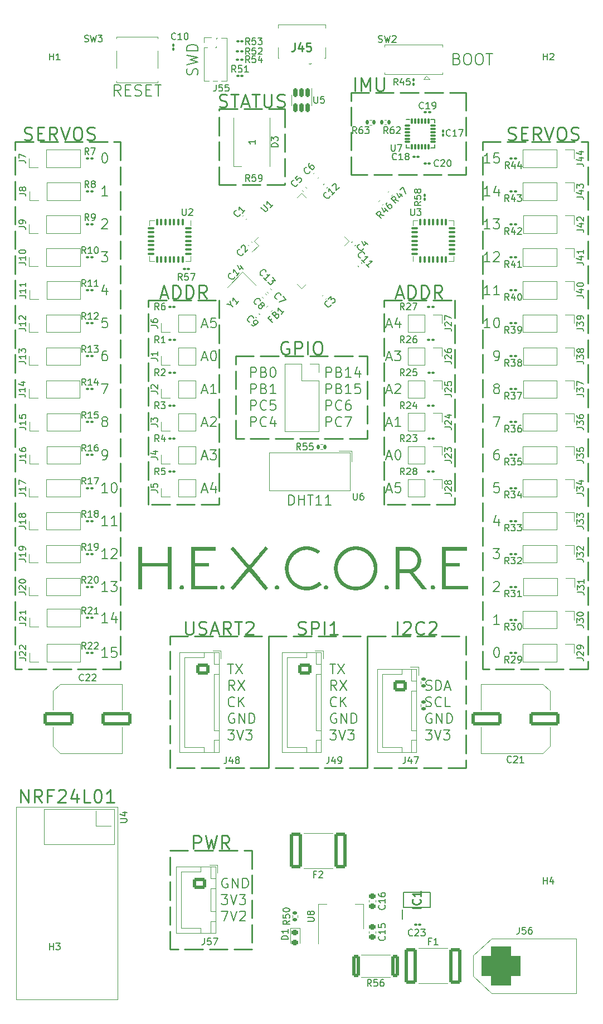
<source format=gto>
%TF.GenerationSoftware,KiCad,Pcbnew,7.0.5*%
%TF.CreationDate,2024-01-08T18:30:08+10:00*%
%TF.ProjectId,HEXCORE PCB Design v1,48455843-4f52-4452-9050-434220446573,rev?*%
%TF.SameCoordinates,Original*%
%TF.FileFunction,Legend,Top*%
%TF.FilePolarity,Positive*%
%FSLAX46Y46*%
G04 Gerber Fmt 4.6, Leading zero omitted, Abs format (unit mm)*
G04 Created by KiCad (PCBNEW 7.0.5) date 2024-01-08 18:30:08*
%MOMM*%
%LPD*%
G01*
G04 APERTURE LIST*
G04 Aperture macros list*
%AMRoundRect*
0 Rectangle with rounded corners*
0 $1 Rounding radius*
0 $2 $3 $4 $5 $6 $7 $8 $9 X,Y pos of 4 corners*
0 Add a 4 corners polygon primitive as box body*
4,1,4,$2,$3,$4,$5,$6,$7,$8,$9,$2,$3,0*
0 Add four circle primitives for the rounded corners*
1,1,$1+$1,$2,$3*
1,1,$1+$1,$4,$5*
1,1,$1+$1,$6,$7*
1,1,$1+$1,$8,$9*
0 Add four rect primitives between the rounded corners*
20,1,$1+$1,$2,$3,$4,$5,0*
20,1,$1+$1,$4,$5,$6,$7,0*
20,1,$1+$1,$6,$7,$8,$9,0*
20,1,$1+$1,$8,$9,$2,$3,0*%
%AMRotRect*
0 Rectangle, with rotation*
0 The origin of the aperture is its center*
0 $1 length*
0 $2 width*
0 $3 Rotation angle, in degrees counterclockwise*
0 Add horizontal line*
21,1,$1,$2,0,0,$3*%
G04 Aperture macros list end*
%ADD10C,0.250000*%
%ADD11C,0.200000*%
%ADD12C,0.300000*%
%ADD13C,0.150000*%
%ADD14C,0.254000*%
%ADD15C,0.120000*%
%ADD16C,0.100000*%
%ADD17RoundRect,0.100000X0.162635X-0.021213X-0.021213X0.162635X-0.162635X0.021213X0.021213X-0.162635X0*%
%ADD18R,0.900000X1.500000*%
%ADD19C,1.500000*%
%ADD20R,1.500000X1.500000*%
%ADD21RoundRect,0.100000X-0.130000X-0.100000X0.130000X-0.100000X0.130000X0.100000X-0.130000X0.100000X0*%
%ADD22R,1.500000X2.000000*%
%ADD23R,3.800000X2.000000*%
%ADD24RoundRect,0.100000X0.130000X0.100000X-0.130000X0.100000X-0.130000X-0.100000X0.130000X-0.100000X0*%
%ADD25R,1.700000X1.700000*%
%ADD26O,1.700000X1.700000*%
%ADD27RoundRect,0.140000X0.219203X0.021213X0.021213X0.219203X-0.219203X-0.021213X-0.021213X-0.219203X0*%
%ADD28RoundRect,0.100000X0.100000X-0.130000X0.100000X0.130000X-0.100000X0.130000X-0.100000X-0.130000X0*%
%ADD29RoundRect,0.250000X-0.725000X0.600000X-0.725000X-0.600000X0.725000X-0.600000X0.725000X0.600000X0*%
%ADD30O,1.950000X1.700000*%
%ADD31R,1.000000X1.000000*%
%ADD32O,1.000000X1.000000*%
%ADD33RoundRect,0.075000X0.075000X-0.437500X0.075000X0.437500X-0.075000X0.437500X-0.075000X-0.437500X0*%
%ADD34RoundRect,0.075000X0.437500X-0.075000X0.437500X0.075000X-0.437500X0.075000X-0.437500X-0.075000X0*%
%ADD35R,4.250000X4.250000*%
%ADD36RoundRect,0.075000X-0.441942X-0.548008X0.548008X0.441942X0.441942X0.548008X-0.548008X-0.441942X0*%
%ADD37RoundRect,0.075000X0.441942X-0.548008X0.548008X-0.441942X-0.441942X0.548008X-0.548008X0.441942X0*%
%ADD38RoundRect,0.225000X0.017678X-0.335876X0.335876X-0.017678X-0.017678X0.335876X-0.335876X0.017678X0*%
%ADD39RoundRect,0.225000X0.250000X-0.225000X0.250000X0.225000X-0.250000X0.225000X-0.250000X-0.225000X0*%
%ADD40RoundRect,0.250000X0.362500X1.425000X-0.362500X1.425000X-0.362500X-1.425000X0.362500X-1.425000X0*%
%ADD41O,2.200000X3.500000*%
%ADD42R,1.500000X2.500000*%
%ADD43O,1.500000X2.500000*%
%ADD44RoundRect,0.075000X-0.350000X-0.075000X0.350000X-0.075000X0.350000X0.075000X-0.350000X0.075000X0*%
%ADD45RoundRect,0.075000X0.075000X-0.350000X0.075000X0.350000X-0.075000X0.350000X-0.075000X-0.350000X0*%
%ADD46RoundRect,0.135000X-0.135000X-0.185000X0.135000X-0.185000X0.135000X0.185000X-0.135000X0.185000X0*%
%ADD47C,3.800000*%
%ADD48RoundRect,0.140000X-0.021213X0.219203X-0.219203X0.021213X0.021213X-0.219203X0.219203X-0.021213X0*%
%ADD49RoundRect,1.500000X-1.500000X-1.500000X1.500000X-1.500000X1.500000X1.500000X-1.500000X1.500000X0*%
%ADD50C,6.000000*%
%ADD51RoundRect,0.140000X0.021213X-0.219203X0.219203X-0.021213X-0.021213X0.219203X-0.219203X0.021213X0*%
%ADD52RoundRect,0.135000X-0.185000X0.135000X-0.185000X-0.135000X0.185000X-0.135000X0.185000X0.135000X0*%
%ADD53RoundRect,0.150000X-0.150000X0.512500X-0.150000X-0.512500X0.150000X-0.512500X0.150000X0.512500X0*%
%ADD54RoundRect,0.250001X2.049999X0.799999X-2.049999X0.799999X-2.049999X-0.799999X2.049999X-0.799999X0*%
%ADD55RoundRect,0.225000X-0.250000X0.225000X-0.250000X-0.225000X0.250000X-0.225000X0.250000X0.225000X0*%
%ADD56RoundRect,0.218750X-0.026517X0.335876X-0.335876X0.026517X0.026517X-0.335876X0.335876X-0.026517X0*%
%ADD57RoundRect,0.250000X-0.712500X-2.475000X0.712500X-2.475000X0.712500X2.475000X-0.712500X2.475000X0*%
%ADD58RoundRect,0.135000X0.185000X-0.135000X0.185000X0.135000X-0.185000X0.135000X-0.185000X-0.135000X0*%
%ADD59RotRect,1.150000X1.000000X225.000000*%
%ADD60RoundRect,0.218750X-0.256250X0.218750X-0.256250X-0.218750X0.256250X-0.218750X0.256250X0.218750X0*%
%ADD61RoundRect,0.135000X0.135000X0.185000X-0.135000X0.185000X-0.135000X-0.185000X0.135000X-0.185000X0*%
%ADD62RoundRect,0.250001X-2.049999X-0.799999X2.049999X-0.799999X2.049999X0.799999X-2.049999X0.799999X0*%
%ADD63RoundRect,0.135000X-0.035355X0.226274X-0.226274X0.035355X0.035355X-0.226274X0.226274X-0.035355X0*%
%ADD64RoundRect,0.140000X-0.219203X-0.021213X-0.021213X-0.219203X0.219203X0.021213X0.021213X0.219203X0*%
%ADD65R,0.450000X1.425000*%
%ADD66R,1.550000X1.300000*%
%ADD67RoundRect,0.100000X-0.162635X0.021213X0.021213X-0.162635X0.162635X-0.021213X-0.021213X0.162635X0*%
%ADD68RoundRect,0.075000X-0.075000X0.437500X-0.075000X-0.437500X0.075000X-0.437500X0.075000X0.437500X0*%
%ADD69RoundRect,0.075000X-0.437500X0.075000X-0.437500X-0.075000X0.437500X-0.075000X0.437500X0.075000X0*%
%ADD70R,0.400000X1.250000*%
%ADD71C,1.300000*%
%ADD72C,1.900000*%
%ADD73RoundRect,0.250000X0.712500X2.475000X-0.712500X2.475000X-0.712500X-2.475000X0.712500X-2.475000X0*%
%ADD74C,1.700000*%
G04 APERTURE END LIST*
D10*
X37327380Y-150242238D02*
X37327380Y-148242238D01*
X37327380Y-148242238D02*
X38470237Y-150242238D01*
X38470237Y-150242238D02*
X38470237Y-148242238D01*
X40565475Y-150242238D02*
X39898808Y-149289857D01*
X39422618Y-150242238D02*
X39422618Y-148242238D01*
X39422618Y-148242238D02*
X40184523Y-148242238D01*
X40184523Y-148242238D02*
X40374999Y-148337476D01*
X40374999Y-148337476D02*
X40470237Y-148432714D01*
X40470237Y-148432714D02*
X40565475Y-148623190D01*
X40565475Y-148623190D02*
X40565475Y-148908904D01*
X40565475Y-148908904D02*
X40470237Y-149099380D01*
X40470237Y-149099380D02*
X40374999Y-149194619D01*
X40374999Y-149194619D02*
X40184523Y-149289857D01*
X40184523Y-149289857D02*
X39422618Y-149289857D01*
X42089285Y-149194619D02*
X41422618Y-149194619D01*
X41422618Y-150242238D02*
X41422618Y-148242238D01*
X41422618Y-148242238D02*
X42374999Y-148242238D01*
X43041666Y-148432714D02*
X43136904Y-148337476D01*
X43136904Y-148337476D02*
X43327380Y-148242238D01*
X43327380Y-148242238D02*
X43803571Y-148242238D01*
X43803571Y-148242238D02*
X43994047Y-148337476D01*
X43994047Y-148337476D02*
X44089285Y-148432714D01*
X44089285Y-148432714D02*
X44184523Y-148623190D01*
X44184523Y-148623190D02*
X44184523Y-148813666D01*
X44184523Y-148813666D02*
X44089285Y-149099380D01*
X44089285Y-149099380D02*
X42946428Y-150242238D01*
X42946428Y-150242238D02*
X44184523Y-150242238D01*
X45898809Y-148908904D02*
X45898809Y-150242238D01*
X45422618Y-148147000D02*
X44946428Y-149575571D01*
X44946428Y-149575571D02*
X46184523Y-149575571D01*
X47898809Y-150242238D02*
X46946428Y-150242238D01*
X46946428Y-150242238D02*
X46946428Y-148242238D01*
X48946428Y-148242238D02*
X49136905Y-148242238D01*
X49136905Y-148242238D02*
X49327381Y-148337476D01*
X49327381Y-148337476D02*
X49422619Y-148432714D01*
X49422619Y-148432714D02*
X49517857Y-148623190D01*
X49517857Y-148623190D02*
X49613095Y-149004142D01*
X49613095Y-149004142D02*
X49613095Y-149480333D01*
X49613095Y-149480333D02*
X49517857Y-149861285D01*
X49517857Y-149861285D02*
X49422619Y-150051761D01*
X49422619Y-150051761D02*
X49327381Y-150147000D01*
X49327381Y-150147000D02*
X49136905Y-150242238D01*
X49136905Y-150242238D02*
X48946428Y-150242238D01*
X48946428Y-150242238D02*
X48755952Y-150147000D01*
X48755952Y-150147000D02*
X48660714Y-150051761D01*
X48660714Y-150051761D02*
X48565476Y-149861285D01*
X48565476Y-149861285D02*
X48470238Y-149480333D01*
X48470238Y-149480333D02*
X48470238Y-149004142D01*
X48470238Y-149004142D02*
X48565476Y-148623190D01*
X48565476Y-148623190D02*
X48660714Y-148432714D01*
X48660714Y-148432714D02*
X48755952Y-148337476D01*
X48755952Y-148337476D02*
X48946428Y-148242238D01*
X51517857Y-150242238D02*
X50375000Y-150242238D01*
X50946428Y-150242238D02*
X50946428Y-148242238D01*
X50946428Y-148242238D02*
X50755952Y-148527952D01*
X50755952Y-148527952D02*
X50565476Y-148718428D01*
X50565476Y-148718428D02*
X50375000Y-148813666D01*
D11*
X67845863Y-166683528D02*
X68845863Y-166683528D01*
X68845863Y-166683528D02*
X68203006Y-168183528D01*
X69203006Y-166683528D02*
X69703006Y-168183528D01*
X69703006Y-168183528D02*
X70203006Y-166683528D01*
X70631577Y-166826385D02*
X70703005Y-166754957D01*
X70703005Y-166754957D02*
X70845863Y-166683528D01*
X70845863Y-166683528D02*
X71203005Y-166683528D01*
X71203005Y-166683528D02*
X71345863Y-166754957D01*
X71345863Y-166754957D02*
X71417291Y-166826385D01*
X71417291Y-166826385D02*
X71488720Y-166969242D01*
X71488720Y-166969242D02*
X71488720Y-167112100D01*
X71488720Y-167112100D02*
X71417291Y-167326385D01*
X71417291Y-167326385D02*
X70560148Y-168183528D01*
X70560148Y-168183528D02*
X71488720Y-168183528D01*
X68774435Y-161754957D02*
X68631578Y-161683528D01*
X68631578Y-161683528D02*
X68417292Y-161683528D01*
X68417292Y-161683528D02*
X68203006Y-161754957D01*
X68203006Y-161754957D02*
X68060149Y-161897814D01*
X68060149Y-161897814D02*
X67988720Y-162040671D01*
X67988720Y-162040671D02*
X67917292Y-162326385D01*
X67917292Y-162326385D02*
X67917292Y-162540671D01*
X67917292Y-162540671D02*
X67988720Y-162826385D01*
X67988720Y-162826385D02*
X68060149Y-162969242D01*
X68060149Y-162969242D02*
X68203006Y-163112100D01*
X68203006Y-163112100D02*
X68417292Y-163183528D01*
X68417292Y-163183528D02*
X68560149Y-163183528D01*
X68560149Y-163183528D02*
X68774435Y-163112100D01*
X68774435Y-163112100D02*
X68845863Y-163040671D01*
X68845863Y-163040671D02*
X68845863Y-162540671D01*
X68845863Y-162540671D02*
X68560149Y-162540671D01*
X69488720Y-163183528D02*
X69488720Y-161683528D01*
X69488720Y-161683528D02*
X70345863Y-163183528D01*
X70345863Y-163183528D02*
X70345863Y-161683528D01*
X71060149Y-163183528D02*
X71060149Y-161683528D01*
X71060149Y-161683528D02*
X71417292Y-161683528D01*
X71417292Y-161683528D02*
X71631578Y-161754957D01*
X71631578Y-161754957D02*
X71774435Y-161897814D01*
X71774435Y-161897814D02*
X71845864Y-162040671D01*
X71845864Y-162040671D02*
X71917292Y-162326385D01*
X71917292Y-162326385D02*
X71917292Y-162540671D01*
X71917292Y-162540671D02*
X71845864Y-162826385D01*
X71845864Y-162826385D02*
X71774435Y-162969242D01*
X71774435Y-162969242D02*
X71631578Y-163112100D01*
X71631578Y-163112100D02*
X71417292Y-163183528D01*
X71417292Y-163183528D02*
X71060149Y-163183528D01*
X67845863Y-164183528D02*
X68774435Y-164183528D01*
X68774435Y-164183528D02*
X68274435Y-164754957D01*
X68274435Y-164754957D02*
X68488720Y-164754957D01*
X68488720Y-164754957D02*
X68631578Y-164826385D01*
X68631578Y-164826385D02*
X68703006Y-164897814D01*
X68703006Y-164897814D02*
X68774435Y-165040671D01*
X68774435Y-165040671D02*
X68774435Y-165397814D01*
X68774435Y-165397814D02*
X68703006Y-165540671D01*
X68703006Y-165540671D02*
X68631578Y-165612100D01*
X68631578Y-165612100D02*
X68488720Y-165683528D01*
X68488720Y-165683528D02*
X68060149Y-165683528D01*
X68060149Y-165683528D02*
X67917292Y-165612100D01*
X67917292Y-165612100D02*
X67845863Y-165540671D01*
X69203006Y-164183528D02*
X69703006Y-165683528D01*
X69703006Y-165683528D02*
X70203006Y-164183528D01*
X70560148Y-164183528D02*
X71488720Y-164183528D01*
X71488720Y-164183528D02*
X70988720Y-164754957D01*
X70988720Y-164754957D02*
X71203005Y-164754957D01*
X71203005Y-164754957D02*
X71345863Y-164826385D01*
X71345863Y-164826385D02*
X71417291Y-164897814D01*
X71417291Y-164897814D02*
X71488720Y-165040671D01*
X71488720Y-165040671D02*
X71488720Y-165397814D01*
X71488720Y-165397814D02*
X71417291Y-165540671D01*
X71417291Y-165540671D02*
X71345863Y-165612100D01*
X71345863Y-165612100D02*
X71203005Y-165683528D01*
X71203005Y-165683528D02*
X70774434Y-165683528D01*
X70774434Y-165683528D02*
X70631577Y-165612100D01*
X70631577Y-165612100D02*
X70560148Y-165540671D01*
D10*
X63583333Y-157242238D02*
X63583333Y-155242238D01*
X63583333Y-155242238D02*
X64345238Y-155242238D01*
X64345238Y-155242238D02*
X64535714Y-155337476D01*
X64535714Y-155337476D02*
X64630952Y-155432714D01*
X64630952Y-155432714D02*
X64726190Y-155623190D01*
X64726190Y-155623190D02*
X64726190Y-155908904D01*
X64726190Y-155908904D02*
X64630952Y-156099380D01*
X64630952Y-156099380D02*
X64535714Y-156194619D01*
X64535714Y-156194619D02*
X64345238Y-156289857D01*
X64345238Y-156289857D02*
X63583333Y-156289857D01*
X65392857Y-155242238D02*
X65869047Y-157242238D01*
X65869047Y-157242238D02*
X66250000Y-155813666D01*
X66250000Y-155813666D02*
X66630952Y-157242238D01*
X66630952Y-157242238D02*
X67107143Y-155242238D01*
X69011904Y-157242238D02*
X68345237Y-156289857D01*
X67869047Y-157242238D02*
X67869047Y-155242238D01*
X67869047Y-155242238D02*
X68630952Y-155242238D01*
X68630952Y-155242238D02*
X68821428Y-155337476D01*
X68821428Y-155337476D02*
X68916666Y-155432714D01*
X68916666Y-155432714D02*
X69011904Y-155623190D01*
X69011904Y-155623190D02*
X69011904Y-155908904D01*
X69011904Y-155908904D02*
X68916666Y-156099380D01*
X68916666Y-156099380D02*
X68821428Y-156194619D01*
X68821428Y-156194619D02*
X68630952Y-156289857D01*
X68630952Y-156289857D02*
X67869047Y-156289857D01*
X60000000Y-157500000D02*
X62750000Y-157500000D01*
X63750000Y-157500000D02*
X66500000Y-157500000D01*
X67500000Y-157500000D02*
X70250000Y-157500000D01*
X71250000Y-157500000D02*
X72500000Y-157500000D01*
X72500000Y-157500000D02*
X72500000Y-160250000D01*
X72500000Y-161250000D02*
X72500000Y-164000000D01*
X72500000Y-165000000D02*
X72500000Y-167750000D01*
X72500000Y-168750000D02*
X72500000Y-171500000D01*
X72500000Y-172500000D02*
X72500000Y-172500000D01*
X72500000Y-172500000D02*
X69750000Y-172500000D01*
X68750000Y-172500000D02*
X66000000Y-172500000D01*
X65000000Y-172500000D02*
X62250000Y-172500000D01*
X61250000Y-172500000D02*
X60000000Y-172500000D01*
X60000000Y-172500000D02*
X60000000Y-169750000D01*
X60000000Y-168750000D02*
X60000000Y-166000000D01*
X60000000Y-165000000D02*
X60000000Y-162250000D01*
X60000000Y-161250000D02*
X60000000Y-158500000D01*
X60000000Y-157500000D02*
X60000000Y-157500000D01*
X67500000Y-45000000D02*
X70250000Y-45000000D01*
X71250000Y-45000000D02*
X74000000Y-45000000D01*
X75000000Y-45000000D02*
X77500000Y-45000000D01*
X77500000Y-45000000D02*
X77500000Y-47750000D01*
X77500000Y-48750000D02*
X77500000Y-51500000D01*
X77500000Y-52500000D02*
X77500000Y-55250000D01*
X77500000Y-56250000D02*
X77500000Y-56500000D01*
X77500000Y-56500000D02*
X74750000Y-56500000D01*
X73750000Y-56500000D02*
X71000000Y-56500000D01*
X70000000Y-56500000D02*
X67500000Y-56500000D01*
X67500000Y-56500000D02*
X67500000Y-53750000D01*
X67500000Y-52750000D02*
X67500000Y-50000000D01*
X67500000Y-49000000D02*
X67500000Y-46250000D01*
X67500000Y-45250000D02*
X67500000Y-45000000D01*
X67547618Y-44647000D02*
X67833332Y-44742238D01*
X67833332Y-44742238D02*
X68309523Y-44742238D01*
X68309523Y-44742238D02*
X68499999Y-44647000D01*
X68499999Y-44647000D02*
X68595237Y-44551761D01*
X68595237Y-44551761D02*
X68690475Y-44361285D01*
X68690475Y-44361285D02*
X68690475Y-44170809D01*
X68690475Y-44170809D02*
X68595237Y-43980333D01*
X68595237Y-43980333D02*
X68499999Y-43885095D01*
X68499999Y-43885095D02*
X68309523Y-43789857D01*
X68309523Y-43789857D02*
X67928570Y-43694619D01*
X67928570Y-43694619D02*
X67738094Y-43599380D01*
X67738094Y-43599380D02*
X67642856Y-43504142D01*
X67642856Y-43504142D02*
X67547618Y-43313666D01*
X67547618Y-43313666D02*
X67547618Y-43123190D01*
X67547618Y-43123190D02*
X67642856Y-42932714D01*
X67642856Y-42932714D02*
X67738094Y-42837476D01*
X67738094Y-42837476D02*
X67928570Y-42742238D01*
X67928570Y-42742238D02*
X68404761Y-42742238D01*
X68404761Y-42742238D02*
X68690475Y-42837476D01*
X69261904Y-42742238D02*
X70404761Y-42742238D01*
X69833332Y-44742238D02*
X69833332Y-42742238D01*
X70976190Y-44170809D02*
X71928571Y-44170809D01*
X70785714Y-44742238D02*
X71452380Y-42742238D01*
X71452380Y-42742238D02*
X72119047Y-44742238D01*
X72500000Y-42742238D02*
X73642857Y-42742238D01*
X73071428Y-44742238D02*
X73071428Y-42742238D01*
X74309524Y-42742238D02*
X74309524Y-44361285D01*
X74309524Y-44361285D02*
X74404762Y-44551761D01*
X74404762Y-44551761D02*
X74500000Y-44647000D01*
X74500000Y-44647000D02*
X74690476Y-44742238D01*
X74690476Y-44742238D02*
X75071429Y-44742238D01*
X75071429Y-44742238D02*
X75261905Y-44647000D01*
X75261905Y-44647000D02*
X75357143Y-44551761D01*
X75357143Y-44551761D02*
X75452381Y-44361285D01*
X75452381Y-44361285D02*
X75452381Y-42742238D01*
X76309524Y-44647000D02*
X76595238Y-44742238D01*
X76595238Y-44742238D02*
X77071429Y-44742238D01*
X77071429Y-44742238D02*
X77261905Y-44647000D01*
X77261905Y-44647000D02*
X77357143Y-44551761D01*
X77357143Y-44551761D02*
X77452381Y-44361285D01*
X77452381Y-44361285D02*
X77452381Y-44170809D01*
X77452381Y-44170809D02*
X77357143Y-43980333D01*
X77357143Y-43980333D02*
X77261905Y-43885095D01*
X77261905Y-43885095D02*
X77071429Y-43789857D01*
X77071429Y-43789857D02*
X76690476Y-43694619D01*
X76690476Y-43694619D02*
X76500000Y-43599380D01*
X76500000Y-43599380D02*
X76404762Y-43504142D01*
X76404762Y-43504142D02*
X76309524Y-43313666D01*
X76309524Y-43313666D02*
X76309524Y-43123190D01*
X76309524Y-43123190D02*
X76404762Y-42932714D01*
X76404762Y-42932714D02*
X76500000Y-42837476D01*
X76500000Y-42837476D02*
X76690476Y-42742238D01*
X76690476Y-42742238D02*
X77166667Y-42742238D01*
X77166667Y-42742238D02*
X77452381Y-42837476D01*
X87500000Y-42500000D02*
X90250000Y-42500000D01*
X91250000Y-42500000D02*
X94000000Y-42500000D01*
X95000000Y-42500000D02*
X97750000Y-42500000D01*
X98750000Y-42500000D02*
X101500000Y-42500000D01*
X102500000Y-42500000D02*
X105000000Y-42500000D01*
X105000000Y-42500000D02*
X105000000Y-45250000D01*
X105000000Y-46250000D02*
X105000000Y-49000000D01*
X105000000Y-50000000D02*
X105000000Y-52750000D01*
X105000000Y-53750000D02*
X105000000Y-55000000D01*
X105000000Y-55000000D02*
X102250000Y-55000000D01*
X101250000Y-55000000D02*
X98500000Y-55000000D01*
X97500000Y-55000000D02*
X94750000Y-55000000D01*
X93750000Y-55000000D02*
X91000000Y-55000000D01*
X90000000Y-55000000D02*
X87500000Y-55000000D01*
X87500000Y-55000000D02*
X87500000Y-52250000D01*
X87500000Y-51250000D02*
X87500000Y-48500000D01*
X87500000Y-47500000D02*
X87500000Y-44750000D01*
X87500000Y-43750000D02*
X87500000Y-42500000D01*
X88140663Y-42242238D02*
X88140663Y-40242238D01*
X89093044Y-42242238D02*
X89093044Y-40242238D01*
X89093044Y-40242238D02*
X89759711Y-41670809D01*
X89759711Y-41670809D02*
X90426377Y-40242238D01*
X90426377Y-40242238D02*
X90426377Y-42242238D01*
X91378758Y-40242238D02*
X91378758Y-41861285D01*
X91378758Y-41861285D02*
X91473996Y-42051761D01*
X91473996Y-42051761D02*
X91569234Y-42147000D01*
X91569234Y-42147000D02*
X91759710Y-42242238D01*
X91759710Y-42242238D02*
X92140663Y-42242238D01*
X92140663Y-42242238D02*
X92331139Y-42147000D01*
X92331139Y-42147000D02*
X92426377Y-42051761D01*
X92426377Y-42051761D02*
X92521615Y-41861285D01*
X92521615Y-41861285D02*
X92521615Y-40242238D01*
D11*
X98877292Y-135612100D02*
X99091578Y-135683528D01*
X99091578Y-135683528D02*
X99448720Y-135683528D01*
X99448720Y-135683528D02*
X99591578Y-135612100D01*
X99591578Y-135612100D02*
X99663006Y-135540671D01*
X99663006Y-135540671D02*
X99734435Y-135397814D01*
X99734435Y-135397814D02*
X99734435Y-135254957D01*
X99734435Y-135254957D02*
X99663006Y-135112100D01*
X99663006Y-135112100D02*
X99591578Y-135040671D01*
X99591578Y-135040671D02*
X99448720Y-134969242D01*
X99448720Y-134969242D02*
X99163006Y-134897814D01*
X99163006Y-134897814D02*
X99020149Y-134826385D01*
X99020149Y-134826385D02*
X98948720Y-134754957D01*
X98948720Y-134754957D02*
X98877292Y-134612100D01*
X98877292Y-134612100D02*
X98877292Y-134469242D01*
X98877292Y-134469242D02*
X98948720Y-134326385D01*
X98948720Y-134326385D02*
X99020149Y-134254957D01*
X99020149Y-134254957D02*
X99163006Y-134183528D01*
X99163006Y-134183528D02*
X99520149Y-134183528D01*
X99520149Y-134183528D02*
X99734435Y-134254957D01*
X101234434Y-135540671D02*
X101163006Y-135612100D01*
X101163006Y-135612100D02*
X100948720Y-135683528D01*
X100948720Y-135683528D02*
X100805863Y-135683528D01*
X100805863Y-135683528D02*
X100591577Y-135612100D01*
X100591577Y-135612100D02*
X100448720Y-135469242D01*
X100448720Y-135469242D02*
X100377291Y-135326385D01*
X100377291Y-135326385D02*
X100305863Y-135040671D01*
X100305863Y-135040671D02*
X100305863Y-134826385D01*
X100305863Y-134826385D02*
X100377291Y-134540671D01*
X100377291Y-134540671D02*
X100448720Y-134397814D01*
X100448720Y-134397814D02*
X100591577Y-134254957D01*
X100591577Y-134254957D02*
X100805863Y-134183528D01*
X100805863Y-134183528D02*
X100948720Y-134183528D01*
X100948720Y-134183528D02*
X101163006Y-134254957D01*
X101163006Y-134254957D02*
X101234434Y-134326385D01*
X102591577Y-135683528D02*
X101877291Y-135683528D01*
X101877291Y-135683528D02*
X101877291Y-134183528D01*
X98917292Y-133112100D02*
X99131578Y-133183528D01*
X99131578Y-133183528D02*
X99488720Y-133183528D01*
X99488720Y-133183528D02*
X99631578Y-133112100D01*
X99631578Y-133112100D02*
X99703006Y-133040671D01*
X99703006Y-133040671D02*
X99774435Y-132897814D01*
X99774435Y-132897814D02*
X99774435Y-132754957D01*
X99774435Y-132754957D02*
X99703006Y-132612100D01*
X99703006Y-132612100D02*
X99631578Y-132540671D01*
X99631578Y-132540671D02*
X99488720Y-132469242D01*
X99488720Y-132469242D02*
X99203006Y-132397814D01*
X99203006Y-132397814D02*
X99060149Y-132326385D01*
X99060149Y-132326385D02*
X98988720Y-132254957D01*
X98988720Y-132254957D02*
X98917292Y-132112100D01*
X98917292Y-132112100D02*
X98917292Y-131969242D01*
X98917292Y-131969242D02*
X98988720Y-131826385D01*
X98988720Y-131826385D02*
X99060149Y-131754957D01*
X99060149Y-131754957D02*
X99203006Y-131683528D01*
X99203006Y-131683528D02*
X99560149Y-131683528D01*
X99560149Y-131683528D02*
X99774435Y-131754957D01*
X100417291Y-133183528D02*
X100417291Y-131683528D01*
X100417291Y-131683528D02*
X100774434Y-131683528D01*
X100774434Y-131683528D02*
X100988720Y-131754957D01*
X100988720Y-131754957D02*
X101131577Y-131897814D01*
X101131577Y-131897814D02*
X101203006Y-132040671D01*
X101203006Y-132040671D02*
X101274434Y-132326385D01*
X101274434Y-132326385D02*
X101274434Y-132540671D01*
X101274434Y-132540671D02*
X101203006Y-132826385D01*
X101203006Y-132826385D02*
X101131577Y-132969242D01*
X101131577Y-132969242D02*
X100988720Y-133112100D01*
X100988720Y-133112100D02*
X100774434Y-133183528D01*
X100774434Y-133183528D02*
X100417291Y-133183528D01*
X101845863Y-132754957D02*
X102560149Y-132754957D01*
X101703006Y-133183528D02*
X102203006Y-131683528D01*
X102203006Y-131683528D02*
X102703006Y-133183528D01*
X98845863Y-139183528D02*
X99774435Y-139183528D01*
X99774435Y-139183528D02*
X99274435Y-139754957D01*
X99274435Y-139754957D02*
X99488720Y-139754957D01*
X99488720Y-139754957D02*
X99631578Y-139826385D01*
X99631578Y-139826385D02*
X99703006Y-139897814D01*
X99703006Y-139897814D02*
X99774435Y-140040671D01*
X99774435Y-140040671D02*
X99774435Y-140397814D01*
X99774435Y-140397814D02*
X99703006Y-140540671D01*
X99703006Y-140540671D02*
X99631578Y-140612100D01*
X99631578Y-140612100D02*
X99488720Y-140683528D01*
X99488720Y-140683528D02*
X99060149Y-140683528D01*
X99060149Y-140683528D02*
X98917292Y-140612100D01*
X98917292Y-140612100D02*
X98845863Y-140540671D01*
X100203006Y-139183528D02*
X100703006Y-140683528D01*
X100703006Y-140683528D02*
X101203006Y-139183528D01*
X101560148Y-139183528D02*
X102488720Y-139183528D01*
X102488720Y-139183528D02*
X101988720Y-139754957D01*
X101988720Y-139754957D02*
X102203005Y-139754957D01*
X102203005Y-139754957D02*
X102345863Y-139826385D01*
X102345863Y-139826385D02*
X102417291Y-139897814D01*
X102417291Y-139897814D02*
X102488720Y-140040671D01*
X102488720Y-140040671D02*
X102488720Y-140397814D01*
X102488720Y-140397814D02*
X102417291Y-140540671D01*
X102417291Y-140540671D02*
X102345863Y-140612100D01*
X102345863Y-140612100D02*
X102203005Y-140683528D01*
X102203005Y-140683528D02*
X101774434Y-140683528D01*
X101774434Y-140683528D02*
X101631577Y-140612100D01*
X101631577Y-140612100D02*
X101560148Y-140540671D01*
X99771790Y-136762889D02*
X99628933Y-136691460D01*
X99628933Y-136691460D02*
X99414647Y-136691460D01*
X99414647Y-136691460D02*
X99200361Y-136762889D01*
X99200361Y-136762889D02*
X99057504Y-136905746D01*
X99057504Y-136905746D02*
X98986075Y-137048603D01*
X98986075Y-137048603D02*
X98914647Y-137334317D01*
X98914647Y-137334317D02*
X98914647Y-137548603D01*
X98914647Y-137548603D02*
X98986075Y-137834317D01*
X98986075Y-137834317D02*
X99057504Y-137977174D01*
X99057504Y-137977174D02*
X99200361Y-138120032D01*
X99200361Y-138120032D02*
X99414647Y-138191460D01*
X99414647Y-138191460D02*
X99557504Y-138191460D01*
X99557504Y-138191460D02*
X99771790Y-138120032D01*
X99771790Y-138120032D02*
X99843218Y-138048603D01*
X99843218Y-138048603D02*
X99843218Y-137548603D01*
X99843218Y-137548603D02*
X99557504Y-137548603D01*
X100486075Y-138191460D02*
X100486075Y-136691460D01*
X100486075Y-136691460D02*
X101343218Y-138191460D01*
X101343218Y-138191460D02*
X101343218Y-136691460D01*
X102057504Y-138191460D02*
X102057504Y-136691460D01*
X102057504Y-136691460D02*
X102414647Y-136691460D01*
X102414647Y-136691460D02*
X102628933Y-136762889D01*
X102628933Y-136762889D02*
X102771790Y-136905746D01*
X102771790Y-136905746D02*
X102843219Y-137048603D01*
X102843219Y-137048603D02*
X102914647Y-137334317D01*
X102914647Y-137334317D02*
X102914647Y-137548603D01*
X102914647Y-137548603D02*
X102843219Y-137834317D01*
X102843219Y-137834317D02*
X102771790Y-137977174D01*
X102771790Y-137977174D02*
X102628933Y-138120032D01*
X102628933Y-138120032D02*
X102414647Y-138191460D01*
X102414647Y-138191460D02*
X102057504Y-138191460D01*
X85345863Y-133183528D02*
X84845863Y-132469242D01*
X84488720Y-133183528D02*
X84488720Y-131683528D01*
X84488720Y-131683528D02*
X85060149Y-131683528D01*
X85060149Y-131683528D02*
X85203006Y-131754957D01*
X85203006Y-131754957D02*
X85274435Y-131826385D01*
X85274435Y-131826385D02*
X85345863Y-131969242D01*
X85345863Y-131969242D02*
X85345863Y-132183528D01*
X85345863Y-132183528D02*
X85274435Y-132326385D01*
X85274435Y-132326385D02*
X85203006Y-132397814D01*
X85203006Y-132397814D02*
X85060149Y-132469242D01*
X85060149Y-132469242D02*
X84488720Y-132469242D01*
X85845863Y-131683528D02*
X86845863Y-133183528D01*
X86845863Y-131683528D02*
X85845863Y-133183528D01*
X85305863Y-135540671D02*
X85234435Y-135612100D01*
X85234435Y-135612100D02*
X85020149Y-135683528D01*
X85020149Y-135683528D02*
X84877292Y-135683528D01*
X84877292Y-135683528D02*
X84663006Y-135612100D01*
X84663006Y-135612100D02*
X84520149Y-135469242D01*
X84520149Y-135469242D02*
X84448720Y-135326385D01*
X84448720Y-135326385D02*
X84377292Y-135040671D01*
X84377292Y-135040671D02*
X84377292Y-134826385D01*
X84377292Y-134826385D02*
X84448720Y-134540671D01*
X84448720Y-134540671D02*
X84520149Y-134397814D01*
X84520149Y-134397814D02*
X84663006Y-134254957D01*
X84663006Y-134254957D02*
X84877292Y-134183528D01*
X84877292Y-134183528D02*
X85020149Y-134183528D01*
X85020149Y-134183528D02*
X85234435Y-134254957D01*
X85234435Y-134254957D02*
X85305863Y-134326385D01*
X85948720Y-135683528D02*
X85948720Y-134183528D01*
X86805863Y-135683528D02*
X86163006Y-134826385D01*
X86805863Y-134183528D02*
X85948720Y-135040671D01*
X85271790Y-136762889D02*
X85128933Y-136691460D01*
X85128933Y-136691460D02*
X84914647Y-136691460D01*
X84914647Y-136691460D02*
X84700361Y-136762889D01*
X84700361Y-136762889D02*
X84557504Y-136905746D01*
X84557504Y-136905746D02*
X84486075Y-137048603D01*
X84486075Y-137048603D02*
X84414647Y-137334317D01*
X84414647Y-137334317D02*
X84414647Y-137548603D01*
X84414647Y-137548603D02*
X84486075Y-137834317D01*
X84486075Y-137834317D02*
X84557504Y-137977174D01*
X84557504Y-137977174D02*
X84700361Y-138120032D01*
X84700361Y-138120032D02*
X84914647Y-138191460D01*
X84914647Y-138191460D02*
X85057504Y-138191460D01*
X85057504Y-138191460D02*
X85271790Y-138120032D01*
X85271790Y-138120032D02*
X85343218Y-138048603D01*
X85343218Y-138048603D02*
X85343218Y-137548603D01*
X85343218Y-137548603D02*
X85057504Y-137548603D01*
X85986075Y-138191460D02*
X85986075Y-136691460D01*
X85986075Y-136691460D02*
X86843218Y-138191460D01*
X86843218Y-138191460D02*
X86843218Y-136691460D01*
X87557504Y-138191460D02*
X87557504Y-136691460D01*
X87557504Y-136691460D02*
X87914647Y-136691460D01*
X87914647Y-136691460D02*
X88128933Y-136762889D01*
X88128933Y-136762889D02*
X88271790Y-136905746D01*
X88271790Y-136905746D02*
X88343219Y-137048603D01*
X88343219Y-137048603D02*
X88414647Y-137334317D01*
X88414647Y-137334317D02*
X88414647Y-137548603D01*
X88414647Y-137548603D02*
X88343219Y-137834317D01*
X88343219Y-137834317D02*
X88271790Y-137977174D01*
X88271790Y-137977174D02*
X88128933Y-138120032D01*
X88128933Y-138120032D02*
X87914647Y-138191460D01*
X87914647Y-138191460D02*
X87557504Y-138191460D01*
X84274435Y-129183528D02*
X85131578Y-129183528D01*
X84703006Y-130683528D02*
X84703006Y-129183528D01*
X85488720Y-129183528D02*
X86488720Y-130683528D01*
X86488720Y-129183528D02*
X85488720Y-130683528D01*
X84345863Y-139183528D02*
X85274435Y-139183528D01*
X85274435Y-139183528D02*
X84774435Y-139754957D01*
X84774435Y-139754957D02*
X84988720Y-139754957D01*
X84988720Y-139754957D02*
X85131578Y-139826385D01*
X85131578Y-139826385D02*
X85203006Y-139897814D01*
X85203006Y-139897814D02*
X85274435Y-140040671D01*
X85274435Y-140040671D02*
X85274435Y-140397814D01*
X85274435Y-140397814D02*
X85203006Y-140540671D01*
X85203006Y-140540671D02*
X85131578Y-140612100D01*
X85131578Y-140612100D02*
X84988720Y-140683528D01*
X84988720Y-140683528D02*
X84560149Y-140683528D01*
X84560149Y-140683528D02*
X84417292Y-140612100D01*
X84417292Y-140612100D02*
X84345863Y-140540671D01*
X85703006Y-139183528D02*
X86203006Y-140683528D01*
X86203006Y-140683528D02*
X86703006Y-139183528D01*
X87060148Y-139183528D02*
X87988720Y-139183528D01*
X87988720Y-139183528D02*
X87488720Y-139754957D01*
X87488720Y-139754957D02*
X87703005Y-139754957D01*
X87703005Y-139754957D02*
X87845863Y-139826385D01*
X87845863Y-139826385D02*
X87917291Y-139897814D01*
X87917291Y-139897814D02*
X87988720Y-140040671D01*
X87988720Y-140040671D02*
X87988720Y-140397814D01*
X87988720Y-140397814D02*
X87917291Y-140540671D01*
X87917291Y-140540671D02*
X87845863Y-140612100D01*
X87845863Y-140612100D02*
X87703005Y-140683528D01*
X87703005Y-140683528D02*
X87274434Y-140683528D01*
X87274434Y-140683528D02*
X87131577Y-140612100D01*
X87131577Y-140612100D02*
X87060148Y-140540671D01*
X68845863Y-139183528D02*
X69774435Y-139183528D01*
X69774435Y-139183528D02*
X69274435Y-139754957D01*
X69274435Y-139754957D02*
X69488720Y-139754957D01*
X69488720Y-139754957D02*
X69631578Y-139826385D01*
X69631578Y-139826385D02*
X69703006Y-139897814D01*
X69703006Y-139897814D02*
X69774435Y-140040671D01*
X69774435Y-140040671D02*
X69774435Y-140397814D01*
X69774435Y-140397814D02*
X69703006Y-140540671D01*
X69703006Y-140540671D02*
X69631578Y-140612100D01*
X69631578Y-140612100D02*
X69488720Y-140683528D01*
X69488720Y-140683528D02*
X69060149Y-140683528D01*
X69060149Y-140683528D02*
X68917292Y-140612100D01*
X68917292Y-140612100D02*
X68845863Y-140540671D01*
X70203006Y-139183528D02*
X70703006Y-140683528D01*
X70703006Y-140683528D02*
X71203006Y-139183528D01*
X71560148Y-139183528D02*
X72488720Y-139183528D01*
X72488720Y-139183528D02*
X71988720Y-139754957D01*
X71988720Y-139754957D02*
X72203005Y-139754957D01*
X72203005Y-139754957D02*
X72345863Y-139826385D01*
X72345863Y-139826385D02*
X72417291Y-139897814D01*
X72417291Y-139897814D02*
X72488720Y-140040671D01*
X72488720Y-140040671D02*
X72488720Y-140397814D01*
X72488720Y-140397814D02*
X72417291Y-140540671D01*
X72417291Y-140540671D02*
X72345863Y-140612100D01*
X72345863Y-140612100D02*
X72203005Y-140683528D01*
X72203005Y-140683528D02*
X71774434Y-140683528D01*
X71774434Y-140683528D02*
X71631577Y-140612100D01*
X71631577Y-140612100D02*
X71560148Y-140540671D01*
X69771790Y-136762889D02*
X69628933Y-136691460D01*
X69628933Y-136691460D02*
X69414647Y-136691460D01*
X69414647Y-136691460D02*
X69200361Y-136762889D01*
X69200361Y-136762889D02*
X69057504Y-136905746D01*
X69057504Y-136905746D02*
X68986075Y-137048603D01*
X68986075Y-137048603D02*
X68914647Y-137334317D01*
X68914647Y-137334317D02*
X68914647Y-137548603D01*
X68914647Y-137548603D02*
X68986075Y-137834317D01*
X68986075Y-137834317D02*
X69057504Y-137977174D01*
X69057504Y-137977174D02*
X69200361Y-138120032D01*
X69200361Y-138120032D02*
X69414647Y-138191460D01*
X69414647Y-138191460D02*
X69557504Y-138191460D01*
X69557504Y-138191460D02*
X69771790Y-138120032D01*
X69771790Y-138120032D02*
X69843218Y-138048603D01*
X69843218Y-138048603D02*
X69843218Y-137548603D01*
X69843218Y-137548603D02*
X69557504Y-137548603D01*
X70486075Y-138191460D02*
X70486075Y-136691460D01*
X70486075Y-136691460D02*
X71343218Y-138191460D01*
X71343218Y-138191460D02*
X71343218Y-136691460D01*
X72057504Y-138191460D02*
X72057504Y-136691460D01*
X72057504Y-136691460D02*
X72414647Y-136691460D01*
X72414647Y-136691460D02*
X72628933Y-136762889D01*
X72628933Y-136762889D02*
X72771790Y-136905746D01*
X72771790Y-136905746D02*
X72843219Y-137048603D01*
X72843219Y-137048603D02*
X72914647Y-137334317D01*
X72914647Y-137334317D02*
X72914647Y-137548603D01*
X72914647Y-137548603D02*
X72843219Y-137834317D01*
X72843219Y-137834317D02*
X72771790Y-137977174D01*
X72771790Y-137977174D02*
X72628933Y-138120032D01*
X72628933Y-138120032D02*
X72414647Y-138191460D01*
X72414647Y-138191460D02*
X72057504Y-138191460D01*
X69805863Y-135540671D02*
X69734435Y-135612100D01*
X69734435Y-135612100D02*
X69520149Y-135683528D01*
X69520149Y-135683528D02*
X69377292Y-135683528D01*
X69377292Y-135683528D02*
X69163006Y-135612100D01*
X69163006Y-135612100D02*
X69020149Y-135469242D01*
X69020149Y-135469242D02*
X68948720Y-135326385D01*
X68948720Y-135326385D02*
X68877292Y-135040671D01*
X68877292Y-135040671D02*
X68877292Y-134826385D01*
X68877292Y-134826385D02*
X68948720Y-134540671D01*
X68948720Y-134540671D02*
X69020149Y-134397814D01*
X69020149Y-134397814D02*
X69163006Y-134254957D01*
X69163006Y-134254957D02*
X69377292Y-134183528D01*
X69377292Y-134183528D02*
X69520149Y-134183528D01*
X69520149Y-134183528D02*
X69734435Y-134254957D01*
X69734435Y-134254957D02*
X69805863Y-134326385D01*
X70448720Y-135683528D02*
X70448720Y-134183528D01*
X71305863Y-135683528D02*
X70663006Y-134826385D01*
X71305863Y-134183528D02*
X70448720Y-135040671D01*
X69845863Y-133183528D02*
X69345863Y-132469242D01*
X68988720Y-133183528D02*
X68988720Y-131683528D01*
X68988720Y-131683528D02*
X69560149Y-131683528D01*
X69560149Y-131683528D02*
X69703006Y-131754957D01*
X69703006Y-131754957D02*
X69774435Y-131826385D01*
X69774435Y-131826385D02*
X69845863Y-131969242D01*
X69845863Y-131969242D02*
X69845863Y-132183528D01*
X69845863Y-132183528D02*
X69774435Y-132326385D01*
X69774435Y-132326385D02*
X69703006Y-132397814D01*
X69703006Y-132397814D02*
X69560149Y-132469242D01*
X69560149Y-132469242D02*
X68988720Y-132469242D01*
X70345863Y-131683528D02*
X71345863Y-133183528D01*
X71345863Y-131683528D02*
X70345863Y-133183528D01*
X68774435Y-129183528D02*
X69631578Y-129183528D01*
X69203006Y-130683528D02*
X69203006Y-129183528D01*
X69988720Y-129183528D02*
X70988720Y-130683528D01*
X70988720Y-129183528D02*
X69988720Y-130683528D01*
D10*
X94595238Y-124742238D02*
X94595238Y-122742238D01*
X95452381Y-122932714D02*
X95547619Y-122837476D01*
X95547619Y-122837476D02*
X95738095Y-122742238D01*
X95738095Y-122742238D02*
X96214286Y-122742238D01*
X96214286Y-122742238D02*
X96404762Y-122837476D01*
X96404762Y-122837476D02*
X96500000Y-122932714D01*
X96500000Y-122932714D02*
X96595238Y-123123190D01*
X96595238Y-123123190D02*
X96595238Y-123313666D01*
X96595238Y-123313666D02*
X96500000Y-123599380D01*
X96500000Y-123599380D02*
X95357143Y-124742238D01*
X95357143Y-124742238D02*
X96595238Y-124742238D01*
X98595238Y-124551761D02*
X98500000Y-124647000D01*
X98500000Y-124647000D02*
X98214286Y-124742238D01*
X98214286Y-124742238D02*
X98023810Y-124742238D01*
X98023810Y-124742238D02*
X97738095Y-124647000D01*
X97738095Y-124647000D02*
X97547619Y-124456523D01*
X97547619Y-124456523D02*
X97452381Y-124266047D01*
X97452381Y-124266047D02*
X97357143Y-123885095D01*
X97357143Y-123885095D02*
X97357143Y-123599380D01*
X97357143Y-123599380D02*
X97452381Y-123218428D01*
X97452381Y-123218428D02*
X97547619Y-123027952D01*
X97547619Y-123027952D02*
X97738095Y-122837476D01*
X97738095Y-122837476D02*
X98023810Y-122742238D01*
X98023810Y-122742238D02*
X98214286Y-122742238D01*
X98214286Y-122742238D02*
X98500000Y-122837476D01*
X98500000Y-122837476D02*
X98595238Y-122932714D01*
X99357143Y-122932714D02*
X99452381Y-122837476D01*
X99452381Y-122837476D02*
X99642857Y-122742238D01*
X99642857Y-122742238D02*
X100119048Y-122742238D01*
X100119048Y-122742238D02*
X100309524Y-122837476D01*
X100309524Y-122837476D02*
X100404762Y-122932714D01*
X100404762Y-122932714D02*
X100500000Y-123123190D01*
X100500000Y-123123190D02*
X100500000Y-123313666D01*
X100500000Y-123313666D02*
X100404762Y-123599380D01*
X100404762Y-123599380D02*
X99261905Y-124742238D01*
X99261905Y-124742238D02*
X100500000Y-124742238D01*
X79500000Y-124647000D02*
X79785714Y-124742238D01*
X79785714Y-124742238D02*
X80261905Y-124742238D01*
X80261905Y-124742238D02*
X80452381Y-124647000D01*
X80452381Y-124647000D02*
X80547619Y-124551761D01*
X80547619Y-124551761D02*
X80642857Y-124361285D01*
X80642857Y-124361285D02*
X80642857Y-124170809D01*
X80642857Y-124170809D02*
X80547619Y-123980333D01*
X80547619Y-123980333D02*
X80452381Y-123885095D01*
X80452381Y-123885095D02*
X80261905Y-123789857D01*
X80261905Y-123789857D02*
X79880952Y-123694619D01*
X79880952Y-123694619D02*
X79690476Y-123599380D01*
X79690476Y-123599380D02*
X79595238Y-123504142D01*
X79595238Y-123504142D02*
X79500000Y-123313666D01*
X79500000Y-123313666D02*
X79500000Y-123123190D01*
X79500000Y-123123190D02*
X79595238Y-122932714D01*
X79595238Y-122932714D02*
X79690476Y-122837476D01*
X79690476Y-122837476D02*
X79880952Y-122742238D01*
X79880952Y-122742238D02*
X80357143Y-122742238D01*
X80357143Y-122742238D02*
X80642857Y-122837476D01*
X81500000Y-124742238D02*
X81500000Y-122742238D01*
X81500000Y-122742238D02*
X82261905Y-122742238D01*
X82261905Y-122742238D02*
X82452381Y-122837476D01*
X82452381Y-122837476D02*
X82547619Y-122932714D01*
X82547619Y-122932714D02*
X82642857Y-123123190D01*
X82642857Y-123123190D02*
X82642857Y-123408904D01*
X82642857Y-123408904D02*
X82547619Y-123599380D01*
X82547619Y-123599380D02*
X82452381Y-123694619D01*
X82452381Y-123694619D02*
X82261905Y-123789857D01*
X82261905Y-123789857D02*
X81500000Y-123789857D01*
X83500000Y-124742238D02*
X83500000Y-122742238D01*
X85500000Y-124742238D02*
X84357143Y-124742238D01*
X84928571Y-124742238D02*
X84928571Y-122742238D01*
X84928571Y-122742238D02*
X84738095Y-123027952D01*
X84738095Y-123027952D02*
X84547619Y-123218428D01*
X84547619Y-123218428D02*
X84357143Y-123313666D01*
X90000000Y-125000000D02*
X92750000Y-125000000D01*
X93750000Y-125000000D02*
X96500000Y-125000000D01*
X97500000Y-125000000D02*
X100250000Y-125000000D01*
X101250000Y-125000000D02*
X104000000Y-125000000D01*
X105000000Y-125000000D02*
X105000000Y-125000000D01*
X105000000Y-125000000D02*
X105000000Y-127750000D01*
X105000000Y-128750000D02*
X105000000Y-131500000D01*
X105000000Y-132500000D02*
X105000000Y-135250000D01*
X105000000Y-136250000D02*
X105000000Y-139000000D01*
X105000000Y-140000000D02*
X105000000Y-142750000D01*
X105000000Y-143750000D02*
X105000000Y-145000000D01*
X105000000Y-145000000D02*
X102250000Y-145000000D01*
X101250000Y-145000000D02*
X98500000Y-145000000D01*
X97500000Y-145000000D02*
X94750000Y-145000000D01*
X93750000Y-145000000D02*
X91000000Y-145000000D01*
X90000000Y-145000000D02*
X90000000Y-145000000D01*
X90000000Y-145000000D02*
X90000000Y-142250000D01*
X90000000Y-141250000D02*
X90000000Y-138500000D01*
X90000000Y-137500000D02*
X90000000Y-134750000D01*
X90000000Y-133750000D02*
X90000000Y-131000000D01*
X90000000Y-130000000D02*
X90000000Y-127250000D01*
X90000000Y-126250000D02*
X90000000Y-125000000D01*
X75000000Y-125000000D02*
X77750000Y-125000000D01*
X78750000Y-125000000D02*
X81500000Y-125000000D01*
X82500000Y-125000000D02*
X85250000Y-125000000D01*
X86250000Y-125000000D02*
X89000000Y-125000000D01*
X90000000Y-125000000D02*
X90000000Y-125000000D01*
X90000000Y-125000000D02*
X90000000Y-127750000D01*
X90000000Y-128750000D02*
X90000000Y-131500000D01*
X90000000Y-132500000D02*
X90000000Y-135250000D01*
X90000000Y-136250000D02*
X90000000Y-139000000D01*
X90000000Y-140000000D02*
X90000000Y-142750000D01*
X90000000Y-143750000D02*
X90000000Y-145000000D01*
X90000000Y-145000000D02*
X87250000Y-145000000D01*
X86250000Y-145000000D02*
X83500000Y-145000000D01*
X82500000Y-145000000D02*
X79750000Y-145000000D01*
X78750000Y-145000000D02*
X76000000Y-145000000D01*
X75000000Y-145000000D02*
X75000000Y-145000000D01*
X75000000Y-145000000D02*
X75000000Y-142250000D01*
X75000000Y-141250000D02*
X75000000Y-138500000D01*
X75000000Y-137500000D02*
X75000000Y-134750000D01*
X75000000Y-133750000D02*
X75000000Y-131000000D01*
X75000000Y-130000000D02*
X75000000Y-127250000D01*
X75000000Y-126250000D02*
X75000000Y-125000000D01*
X62404761Y-122742238D02*
X62404761Y-124361285D01*
X62404761Y-124361285D02*
X62499999Y-124551761D01*
X62499999Y-124551761D02*
X62595237Y-124647000D01*
X62595237Y-124647000D02*
X62785713Y-124742238D01*
X62785713Y-124742238D02*
X63166666Y-124742238D01*
X63166666Y-124742238D02*
X63357142Y-124647000D01*
X63357142Y-124647000D02*
X63452380Y-124551761D01*
X63452380Y-124551761D02*
X63547618Y-124361285D01*
X63547618Y-124361285D02*
X63547618Y-122742238D01*
X64404761Y-124647000D02*
X64690475Y-124742238D01*
X64690475Y-124742238D02*
X65166666Y-124742238D01*
X65166666Y-124742238D02*
X65357142Y-124647000D01*
X65357142Y-124647000D02*
X65452380Y-124551761D01*
X65452380Y-124551761D02*
X65547618Y-124361285D01*
X65547618Y-124361285D02*
X65547618Y-124170809D01*
X65547618Y-124170809D02*
X65452380Y-123980333D01*
X65452380Y-123980333D02*
X65357142Y-123885095D01*
X65357142Y-123885095D02*
X65166666Y-123789857D01*
X65166666Y-123789857D02*
X64785713Y-123694619D01*
X64785713Y-123694619D02*
X64595237Y-123599380D01*
X64595237Y-123599380D02*
X64499999Y-123504142D01*
X64499999Y-123504142D02*
X64404761Y-123313666D01*
X64404761Y-123313666D02*
X64404761Y-123123190D01*
X64404761Y-123123190D02*
X64499999Y-122932714D01*
X64499999Y-122932714D02*
X64595237Y-122837476D01*
X64595237Y-122837476D02*
X64785713Y-122742238D01*
X64785713Y-122742238D02*
X65261904Y-122742238D01*
X65261904Y-122742238D02*
X65547618Y-122837476D01*
X66309523Y-124170809D02*
X67261904Y-124170809D01*
X66119047Y-124742238D02*
X66785713Y-122742238D01*
X66785713Y-122742238D02*
X67452380Y-124742238D01*
X69261904Y-124742238D02*
X68595237Y-123789857D01*
X68119047Y-124742238D02*
X68119047Y-122742238D01*
X68119047Y-122742238D02*
X68880952Y-122742238D01*
X68880952Y-122742238D02*
X69071428Y-122837476D01*
X69071428Y-122837476D02*
X69166666Y-122932714D01*
X69166666Y-122932714D02*
X69261904Y-123123190D01*
X69261904Y-123123190D02*
X69261904Y-123408904D01*
X69261904Y-123408904D02*
X69166666Y-123599380D01*
X69166666Y-123599380D02*
X69071428Y-123694619D01*
X69071428Y-123694619D02*
X68880952Y-123789857D01*
X68880952Y-123789857D02*
X68119047Y-123789857D01*
X69833333Y-122742238D02*
X70976190Y-122742238D01*
X70404761Y-124742238D02*
X70404761Y-122742238D01*
X71547619Y-122932714D02*
X71642857Y-122837476D01*
X71642857Y-122837476D02*
X71833333Y-122742238D01*
X71833333Y-122742238D02*
X72309524Y-122742238D01*
X72309524Y-122742238D02*
X72500000Y-122837476D01*
X72500000Y-122837476D02*
X72595238Y-122932714D01*
X72595238Y-122932714D02*
X72690476Y-123123190D01*
X72690476Y-123123190D02*
X72690476Y-123313666D01*
X72690476Y-123313666D02*
X72595238Y-123599380D01*
X72595238Y-123599380D02*
X71452381Y-124742238D01*
X71452381Y-124742238D02*
X72690476Y-124742238D01*
X60000000Y-125000000D02*
X62750000Y-125000000D01*
X63750000Y-125000000D02*
X66500000Y-125000000D01*
X67500000Y-125000000D02*
X70250000Y-125000000D01*
X71250000Y-125000000D02*
X74000000Y-125000000D01*
X75000000Y-125000000D02*
X75000000Y-125000000D01*
X75000000Y-125000000D02*
X75000000Y-127750000D01*
X75000000Y-128750000D02*
X75000000Y-131500000D01*
X75000000Y-132500000D02*
X75000000Y-135250000D01*
X75000000Y-136250000D02*
X75000000Y-139000000D01*
X75000000Y-140000000D02*
X75000000Y-142750000D01*
X75000000Y-143750000D02*
X75000000Y-145000000D01*
X75000000Y-145000000D02*
X72250000Y-145000000D01*
X71250000Y-145000000D02*
X68500000Y-145000000D01*
X67500000Y-145000000D02*
X64750000Y-145000000D01*
X63750000Y-145000000D02*
X61000000Y-145000000D01*
X60000000Y-145000000D02*
X60000000Y-145000000D01*
X60000000Y-145000000D02*
X60000000Y-142250000D01*
X60000000Y-141250000D02*
X60000000Y-138500000D01*
X60000000Y-137500000D02*
X60000000Y-134750000D01*
X60000000Y-133750000D02*
X60000000Y-131000000D01*
X60000000Y-130000000D02*
X60000000Y-127250000D01*
X60000000Y-126250000D02*
X60000000Y-125000000D01*
D11*
X83738720Y-93183528D02*
X83738720Y-91683528D01*
X83738720Y-91683528D02*
X84310149Y-91683528D01*
X84310149Y-91683528D02*
X84453006Y-91754957D01*
X84453006Y-91754957D02*
X84524435Y-91826385D01*
X84524435Y-91826385D02*
X84595863Y-91969242D01*
X84595863Y-91969242D02*
X84595863Y-92183528D01*
X84595863Y-92183528D02*
X84524435Y-92326385D01*
X84524435Y-92326385D02*
X84453006Y-92397814D01*
X84453006Y-92397814D02*
X84310149Y-92469242D01*
X84310149Y-92469242D02*
X83738720Y-92469242D01*
X86095863Y-93040671D02*
X86024435Y-93112100D01*
X86024435Y-93112100D02*
X85810149Y-93183528D01*
X85810149Y-93183528D02*
X85667292Y-93183528D01*
X85667292Y-93183528D02*
X85453006Y-93112100D01*
X85453006Y-93112100D02*
X85310149Y-92969242D01*
X85310149Y-92969242D02*
X85238720Y-92826385D01*
X85238720Y-92826385D02*
X85167292Y-92540671D01*
X85167292Y-92540671D02*
X85167292Y-92326385D01*
X85167292Y-92326385D02*
X85238720Y-92040671D01*
X85238720Y-92040671D02*
X85310149Y-91897814D01*
X85310149Y-91897814D02*
X85453006Y-91754957D01*
X85453006Y-91754957D02*
X85667292Y-91683528D01*
X85667292Y-91683528D02*
X85810149Y-91683528D01*
X85810149Y-91683528D02*
X86024435Y-91754957D01*
X86024435Y-91754957D02*
X86095863Y-91826385D01*
X86595863Y-91683528D02*
X87595863Y-91683528D01*
X87595863Y-91683528D02*
X86953006Y-93183528D01*
X83738720Y-90683528D02*
X83738720Y-89183528D01*
X83738720Y-89183528D02*
X84310149Y-89183528D01*
X84310149Y-89183528D02*
X84453006Y-89254957D01*
X84453006Y-89254957D02*
X84524435Y-89326385D01*
X84524435Y-89326385D02*
X84595863Y-89469242D01*
X84595863Y-89469242D02*
X84595863Y-89683528D01*
X84595863Y-89683528D02*
X84524435Y-89826385D01*
X84524435Y-89826385D02*
X84453006Y-89897814D01*
X84453006Y-89897814D02*
X84310149Y-89969242D01*
X84310149Y-89969242D02*
X83738720Y-89969242D01*
X86095863Y-90540671D02*
X86024435Y-90612100D01*
X86024435Y-90612100D02*
X85810149Y-90683528D01*
X85810149Y-90683528D02*
X85667292Y-90683528D01*
X85667292Y-90683528D02*
X85453006Y-90612100D01*
X85453006Y-90612100D02*
X85310149Y-90469242D01*
X85310149Y-90469242D02*
X85238720Y-90326385D01*
X85238720Y-90326385D02*
X85167292Y-90040671D01*
X85167292Y-90040671D02*
X85167292Y-89826385D01*
X85167292Y-89826385D02*
X85238720Y-89540671D01*
X85238720Y-89540671D02*
X85310149Y-89397814D01*
X85310149Y-89397814D02*
X85453006Y-89254957D01*
X85453006Y-89254957D02*
X85667292Y-89183528D01*
X85667292Y-89183528D02*
X85810149Y-89183528D01*
X85810149Y-89183528D02*
X86024435Y-89254957D01*
X86024435Y-89254957D02*
X86095863Y-89326385D01*
X87381578Y-89183528D02*
X87095863Y-89183528D01*
X87095863Y-89183528D02*
X86953006Y-89254957D01*
X86953006Y-89254957D02*
X86881578Y-89326385D01*
X86881578Y-89326385D02*
X86738720Y-89540671D01*
X86738720Y-89540671D02*
X86667292Y-89826385D01*
X86667292Y-89826385D02*
X86667292Y-90397814D01*
X86667292Y-90397814D02*
X86738720Y-90540671D01*
X86738720Y-90540671D02*
X86810149Y-90612100D01*
X86810149Y-90612100D02*
X86953006Y-90683528D01*
X86953006Y-90683528D02*
X87238720Y-90683528D01*
X87238720Y-90683528D02*
X87381578Y-90612100D01*
X87381578Y-90612100D02*
X87453006Y-90540671D01*
X87453006Y-90540671D02*
X87524435Y-90397814D01*
X87524435Y-90397814D02*
X87524435Y-90040671D01*
X87524435Y-90040671D02*
X87453006Y-89897814D01*
X87453006Y-89897814D02*
X87381578Y-89826385D01*
X87381578Y-89826385D02*
X87238720Y-89754957D01*
X87238720Y-89754957D02*
X86953006Y-89754957D01*
X86953006Y-89754957D02*
X86810149Y-89826385D01*
X86810149Y-89826385D02*
X86738720Y-89897814D01*
X86738720Y-89897814D02*
X86667292Y-90040671D01*
X83738720Y-88183528D02*
X83738720Y-86683528D01*
X83738720Y-86683528D02*
X84310149Y-86683528D01*
X84310149Y-86683528D02*
X84453006Y-86754957D01*
X84453006Y-86754957D02*
X84524435Y-86826385D01*
X84524435Y-86826385D02*
X84595863Y-86969242D01*
X84595863Y-86969242D02*
X84595863Y-87183528D01*
X84595863Y-87183528D02*
X84524435Y-87326385D01*
X84524435Y-87326385D02*
X84453006Y-87397814D01*
X84453006Y-87397814D02*
X84310149Y-87469242D01*
X84310149Y-87469242D02*
X83738720Y-87469242D01*
X85738720Y-87397814D02*
X85953006Y-87469242D01*
X85953006Y-87469242D02*
X86024435Y-87540671D01*
X86024435Y-87540671D02*
X86095863Y-87683528D01*
X86095863Y-87683528D02*
X86095863Y-87897814D01*
X86095863Y-87897814D02*
X86024435Y-88040671D01*
X86024435Y-88040671D02*
X85953006Y-88112100D01*
X85953006Y-88112100D02*
X85810149Y-88183528D01*
X85810149Y-88183528D02*
X85238720Y-88183528D01*
X85238720Y-88183528D02*
X85238720Y-86683528D01*
X85238720Y-86683528D02*
X85738720Y-86683528D01*
X85738720Y-86683528D02*
X85881578Y-86754957D01*
X85881578Y-86754957D02*
X85953006Y-86826385D01*
X85953006Y-86826385D02*
X86024435Y-86969242D01*
X86024435Y-86969242D02*
X86024435Y-87112100D01*
X86024435Y-87112100D02*
X85953006Y-87254957D01*
X85953006Y-87254957D02*
X85881578Y-87326385D01*
X85881578Y-87326385D02*
X85738720Y-87397814D01*
X85738720Y-87397814D02*
X85238720Y-87397814D01*
X87524435Y-88183528D02*
X86667292Y-88183528D01*
X87095863Y-88183528D02*
X87095863Y-86683528D01*
X87095863Y-86683528D02*
X86953006Y-86897814D01*
X86953006Y-86897814D02*
X86810149Y-87040671D01*
X86810149Y-87040671D02*
X86667292Y-87112100D01*
X88881577Y-86683528D02*
X88167291Y-86683528D01*
X88167291Y-86683528D02*
X88095863Y-87397814D01*
X88095863Y-87397814D02*
X88167291Y-87326385D01*
X88167291Y-87326385D02*
X88310149Y-87254957D01*
X88310149Y-87254957D02*
X88667291Y-87254957D01*
X88667291Y-87254957D02*
X88810149Y-87326385D01*
X88810149Y-87326385D02*
X88881577Y-87397814D01*
X88881577Y-87397814D02*
X88953006Y-87540671D01*
X88953006Y-87540671D02*
X88953006Y-87897814D01*
X88953006Y-87897814D02*
X88881577Y-88040671D01*
X88881577Y-88040671D02*
X88810149Y-88112100D01*
X88810149Y-88112100D02*
X88667291Y-88183528D01*
X88667291Y-88183528D02*
X88310149Y-88183528D01*
X88310149Y-88183528D02*
X88167291Y-88112100D01*
X88167291Y-88112100D02*
X88095863Y-88040671D01*
X83738720Y-85683528D02*
X83738720Y-84183528D01*
X83738720Y-84183528D02*
X84310149Y-84183528D01*
X84310149Y-84183528D02*
X84453006Y-84254957D01*
X84453006Y-84254957D02*
X84524435Y-84326385D01*
X84524435Y-84326385D02*
X84595863Y-84469242D01*
X84595863Y-84469242D02*
X84595863Y-84683528D01*
X84595863Y-84683528D02*
X84524435Y-84826385D01*
X84524435Y-84826385D02*
X84453006Y-84897814D01*
X84453006Y-84897814D02*
X84310149Y-84969242D01*
X84310149Y-84969242D02*
X83738720Y-84969242D01*
X85738720Y-84897814D02*
X85953006Y-84969242D01*
X85953006Y-84969242D02*
X86024435Y-85040671D01*
X86024435Y-85040671D02*
X86095863Y-85183528D01*
X86095863Y-85183528D02*
X86095863Y-85397814D01*
X86095863Y-85397814D02*
X86024435Y-85540671D01*
X86024435Y-85540671D02*
X85953006Y-85612100D01*
X85953006Y-85612100D02*
X85810149Y-85683528D01*
X85810149Y-85683528D02*
X85238720Y-85683528D01*
X85238720Y-85683528D02*
X85238720Y-84183528D01*
X85238720Y-84183528D02*
X85738720Y-84183528D01*
X85738720Y-84183528D02*
X85881578Y-84254957D01*
X85881578Y-84254957D02*
X85953006Y-84326385D01*
X85953006Y-84326385D02*
X86024435Y-84469242D01*
X86024435Y-84469242D02*
X86024435Y-84612100D01*
X86024435Y-84612100D02*
X85953006Y-84754957D01*
X85953006Y-84754957D02*
X85881578Y-84826385D01*
X85881578Y-84826385D02*
X85738720Y-84897814D01*
X85738720Y-84897814D02*
X85238720Y-84897814D01*
X87524435Y-85683528D02*
X86667292Y-85683528D01*
X87095863Y-85683528D02*
X87095863Y-84183528D01*
X87095863Y-84183528D02*
X86953006Y-84397814D01*
X86953006Y-84397814D02*
X86810149Y-84540671D01*
X86810149Y-84540671D02*
X86667292Y-84612100D01*
X88810149Y-84683528D02*
X88810149Y-85683528D01*
X88453006Y-84112100D02*
X88095863Y-85183528D01*
X88095863Y-85183528D02*
X89024434Y-85183528D01*
X72296993Y-93183528D02*
X72296993Y-91683528D01*
X72296993Y-91683528D02*
X72868422Y-91683528D01*
X72868422Y-91683528D02*
X73011279Y-91754957D01*
X73011279Y-91754957D02*
X73082708Y-91826385D01*
X73082708Y-91826385D02*
X73154136Y-91969242D01*
X73154136Y-91969242D02*
X73154136Y-92183528D01*
X73154136Y-92183528D02*
X73082708Y-92326385D01*
X73082708Y-92326385D02*
X73011279Y-92397814D01*
X73011279Y-92397814D02*
X72868422Y-92469242D01*
X72868422Y-92469242D02*
X72296993Y-92469242D01*
X74654136Y-93040671D02*
X74582708Y-93112100D01*
X74582708Y-93112100D02*
X74368422Y-93183528D01*
X74368422Y-93183528D02*
X74225565Y-93183528D01*
X74225565Y-93183528D02*
X74011279Y-93112100D01*
X74011279Y-93112100D02*
X73868422Y-92969242D01*
X73868422Y-92969242D02*
X73796993Y-92826385D01*
X73796993Y-92826385D02*
X73725565Y-92540671D01*
X73725565Y-92540671D02*
X73725565Y-92326385D01*
X73725565Y-92326385D02*
X73796993Y-92040671D01*
X73796993Y-92040671D02*
X73868422Y-91897814D01*
X73868422Y-91897814D02*
X74011279Y-91754957D01*
X74011279Y-91754957D02*
X74225565Y-91683528D01*
X74225565Y-91683528D02*
X74368422Y-91683528D01*
X74368422Y-91683528D02*
X74582708Y-91754957D01*
X74582708Y-91754957D02*
X74654136Y-91826385D01*
X75939851Y-92183528D02*
X75939851Y-93183528D01*
X75582708Y-91612100D02*
X75225565Y-92683528D01*
X75225565Y-92683528D02*
X76154136Y-92683528D01*
X72296993Y-90683528D02*
X72296993Y-89183528D01*
X72296993Y-89183528D02*
X72868422Y-89183528D01*
X72868422Y-89183528D02*
X73011279Y-89254957D01*
X73011279Y-89254957D02*
X73082708Y-89326385D01*
X73082708Y-89326385D02*
X73154136Y-89469242D01*
X73154136Y-89469242D02*
X73154136Y-89683528D01*
X73154136Y-89683528D02*
X73082708Y-89826385D01*
X73082708Y-89826385D02*
X73011279Y-89897814D01*
X73011279Y-89897814D02*
X72868422Y-89969242D01*
X72868422Y-89969242D02*
X72296993Y-89969242D01*
X74654136Y-90540671D02*
X74582708Y-90612100D01*
X74582708Y-90612100D02*
X74368422Y-90683528D01*
X74368422Y-90683528D02*
X74225565Y-90683528D01*
X74225565Y-90683528D02*
X74011279Y-90612100D01*
X74011279Y-90612100D02*
X73868422Y-90469242D01*
X73868422Y-90469242D02*
X73796993Y-90326385D01*
X73796993Y-90326385D02*
X73725565Y-90040671D01*
X73725565Y-90040671D02*
X73725565Y-89826385D01*
X73725565Y-89826385D02*
X73796993Y-89540671D01*
X73796993Y-89540671D02*
X73868422Y-89397814D01*
X73868422Y-89397814D02*
X74011279Y-89254957D01*
X74011279Y-89254957D02*
X74225565Y-89183528D01*
X74225565Y-89183528D02*
X74368422Y-89183528D01*
X74368422Y-89183528D02*
X74582708Y-89254957D01*
X74582708Y-89254957D02*
X74654136Y-89326385D01*
X76011279Y-89183528D02*
X75296993Y-89183528D01*
X75296993Y-89183528D02*
X75225565Y-89897814D01*
X75225565Y-89897814D02*
X75296993Y-89826385D01*
X75296993Y-89826385D02*
X75439851Y-89754957D01*
X75439851Y-89754957D02*
X75796993Y-89754957D01*
X75796993Y-89754957D02*
X75939851Y-89826385D01*
X75939851Y-89826385D02*
X76011279Y-89897814D01*
X76011279Y-89897814D02*
X76082708Y-90040671D01*
X76082708Y-90040671D02*
X76082708Y-90397814D01*
X76082708Y-90397814D02*
X76011279Y-90540671D01*
X76011279Y-90540671D02*
X75939851Y-90612100D01*
X75939851Y-90612100D02*
X75796993Y-90683528D01*
X75796993Y-90683528D02*
X75439851Y-90683528D01*
X75439851Y-90683528D02*
X75296993Y-90612100D01*
X75296993Y-90612100D02*
X75225565Y-90540671D01*
X72296993Y-88183528D02*
X72296993Y-86683528D01*
X72296993Y-86683528D02*
X72868422Y-86683528D01*
X72868422Y-86683528D02*
X73011279Y-86754957D01*
X73011279Y-86754957D02*
X73082708Y-86826385D01*
X73082708Y-86826385D02*
X73154136Y-86969242D01*
X73154136Y-86969242D02*
X73154136Y-87183528D01*
X73154136Y-87183528D02*
X73082708Y-87326385D01*
X73082708Y-87326385D02*
X73011279Y-87397814D01*
X73011279Y-87397814D02*
X72868422Y-87469242D01*
X72868422Y-87469242D02*
X72296993Y-87469242D01*
X74296993Y-87397814D02*
X74511279Y-87469242D01*
X74511279Y-87469242D02*
X74582708Y-87540671D01*
X74582708Y-87540671D02*
X74654136Y-87683528D01*
X74654136Y-87683528D02*
X74654136Y-87897814D01*
X74654136Y-87897814D02*
X74582708Y-88040671D01*
X74582708Y-88040671D02*
X74511279Y-88112100D01*
X74511279Y-88112100D02*
X74368422Y-88183528D01*
X74368422Y-88183528D02*
X73796993Y-88183528D01*
X73796993Y-88183528D02*
X73796993Y-86683528D01*
X73796993Y-86683528D02*
X74296993Y-86683528D01*
X74296993Y-86683528D02*
X74439851Y-86754957D01*
X74439851Y-86754957D02*
X74511279Y-86826385D01*
X74511279Y-86826385D02*
X74582708Y-86969242D01*
X74582708Y-86969242D02*
X74582708Y-87112100D01*
X74582708Y-87112100D02*
X74511279Y-87254957D01*
X74511279Y-87254957D02*
X74439851Y-87326385D01*
X74439851Y-87326385D02*
X74296993Y-87397814D01*
X74296993Y-87397814D02*
X73796993Y-87397814D01*
X76082708Y-88183528D02*
X75225565Y-88183528D01*
X75654136Y-88183528D02*
X75654136Y-86683528D01*
X75654136Y-86683528D02*
X75511279Y-86897814D01*
X75511279Y-86897814D02*
X75368422Y-87040671D01*
X75368422Y-87040671D02*
X75225565Y-87112100D01*
X72296993Y-85683528D02*
X72296993Y-84183528D01*
X72296993Y-84183528D02*
X72868422Y-84183528D01*
X72868422Y-84183528D02*
X73011279Y-84254957D01*
X73011279Y-84254957D02*
X73082708Y-84326385D01*
X73082708Y-84326385D02*
X73154136Y-84469242D01*
X73154136Y-84469242D02*
X73154136Y-84683528D01*
X73154136Y-84683528D02*
X73082708Y-84826385D01*
X73082708Y-84826385D02*
X73011279Y-84897814D01*
X73011279Y-84897814D02*
X72868422Y-84969242D01*
X72868422Y-84969242D02*
X72296993Y-84969242D01*
X74296993Y-84897814D02*
X74511279Y-84969242D01*
X74511279Y-84969242D02*
X74582708Y-85040671D01*
X74582708Y-85040671D02*
X74654136Y-85183528D01*
X74654136Y-85183528D02*
X74654136Y-85397814D01*
X74654136Y-85397814D02*
X74582708Y-85540671D01*
X74582708Y-85540671D02*
X74511279Y-85612100D01*
X74511279Y-85612100D02*
X74368422Y-85683528D01*
X74368422Y-85683528D02*
X73796993Y-85683528D01*
X73796993Y-85683528D02*
X73796993Y-84183528D01*
X73796993Y-84183528D02*
X74296993Y-84183528D01*
X74296993Y-84183528D02*
X74439851Y-84254957D01*
X74439851Y-84254957D02*
X74511279Y-84326385D01*
X74511279Y-84326385D02*
X74582708Y-84469242D01*
X74582708Y-84469242D02*
X74582708Y-84612100D01*
X74582708Y-84612100D02*
X74511279Y-84754957D01*
X74511279Y-84754957D02*
X74439851Y-84826385D01*
X74439851Y-84826385D02*
X74296993Y-84897814D01*
X74296993Y-84897814D02*
X73796993Y-84897814D01*
X75582708Y-84183528D02*
X75725565Y-84183528D01*
X75725565Y-84183528D02*
X75868422Y-84254957D01*
X75868422Y-84254957D02*
X75939851Y-84326385D01*
X75939851Y-84326385D02*
X76011279Y-84469242D01*
X76011279Y-84469242D02*
X76082708Y-84754957D01*
X76082708Y-84754957D02*
X76082708Y-85112100D01*
X76082708Y-85112100D02*
X76011279Y-85397814D01*
X76011279Y-85397814D02*
X75939851Y-85540671D01*
X75939851Y-85540671D02*
X75868422Y-85612100D01*
X75868422Y-85612100D02*
X75725565Y-85683528D01*
X75725565Y-85683528D02*
X75582708Y-85683528D01*
X75582708Y-85683528D02*
X75439851Y-85612100D01*
X75439851Y-85612100D02*
X75368422Y-85540671D01*
X75368422Y-85540671D02*
X75296993Y-85397814D01*
X75296993Y-85397814D02*
X75225565Y-85112100D01*
X75225565Y-85112100D02*
X75225565Y-84754957D01*
X75225565Y-84754957D02*
X75296993Y-84469242D01*
X75296993Y-84469242D02*
X75368422Y-84326385D01*
X75368422Y-84326385D02*
X75439851Y-84254957D01*
X75439851Y-84254957D02*
X75582708Y-84183528D01*
D10*
X78000000Y-80337476D02*
X77809524Y-80242238D01*
X77809524Y-80242238D02*
X77523810Y-80242238D01*
X77523810Y-80242238D02*
X77238095Y-80337476D01*
X77238095Y-80337476D02*
X77047619Y-80527952D01*
X77047619Y-80527952D02*
X76952381Y-80718428D01*
X76952381Y-80718428D02*
X76857143Y-81099380D01*
X76857143Y-81099380D02*
X76857143Y-81385095D01*
X76857143Y-81385095D02*
X76952381Y-81766047D01*
X76952381Y-81766047D02*
X77047619Y-81956523D01*
X77047619Y-81956523D02*
X77238095Y-82147000D01*
X77238095Y-82147000D02*
X77523810Y-82242238D01*
X77523810Y-82242238D02*
X77714286Y-82242238D01*
X77714286Y-82242238D02*
X78000000Y-82147000D01*
X78000000Y-82147000D02*
X78095238Y-82051761D01*
X78095238Y-82051761D02*
X78095238Y-81385095D01*
X78095238Y-81385095D02*
X77714286Y-81385095D01*
X78952381Y-82242238D02*
X78952381Y-80242238D01*
X78952381Y-80242238D02*
X79714286Y-80242238D01*
X79714286Y-80242238D02*
X79904762Y-80337476D01*
X79904762Y-80337476D02*
X80000000Y-80432714D01*
X80000000Y-80432714D02*
X80095238Y-80623190D01*
X80095238Y-80623190D02*
X80095238Y-80908904D01*
X80095238Y-80908904D02*
X80000000Y-81099380D01*
X80000000Y-81099380D02*
X79904762Y-81194619D01*
X79904762Y-81194619D02*
X79714286Y-81289857D01*
X79714286Y-81289857D02*
X78952381Y-81289857D01*
X80952381Y-82242238D02*
X80952381Y-80242238D01*
X82285714Y-80242238D02*
X82666667Y-80242238D01*
X82666667Y-80242238D02*
X82857143Y-80337476D01*
X82857143Y-80337476D02*
X83047619Y-80527952D01*
X83047619Y-80527952D02*
X83142857Y-80908904D01*
X83142857Y-80908904D02*
X83142857Y-81575571D01*
X83142857Y-81575571D02*
X83047619Y-81956523D01*
X83047619Y-81956523D02*
X82857143Y-82147000D01*
X82857143Y-82147000D02*
X82666667Y-82242238D01*
X82666667Y-82242238D02*
X82285714Y-82242238D01*
X82285714Y-82242238D02*
X82095238Y-82147000D01*
X82095238Y-82147000D02*
X81904762Y-81956523D01*
X81904762Y-81956523D02*
X81809524Y-81575571D01*
X81809524Y-81575571D02*
X81809524Y-80908904D01*
X81809524Y-80908904D02*
X81904762Y-80527952D01*
X81904762Y-80527952D02*
X82095238Y-80337476D01*
X82095238Y-80337476D02*
X82285714Y-80242238D01*
X94398809Y-73170809D02*
X95351190Y-73170809D01*
X94208333Y-73742238D02*
X94874999Y-71742238D01*
X94874999Y-71742238D02*
X95541666Y-73742238D01*
X96208333Y-73742238D02*
X96208333Y-71742238D01*
X96208333Y-71742238D02*
X96684523Y-71742238D01*
X96684523Y-71742238D02*
X96970238Y-71837476D01*
X96970238Y-71837476D02*
X97160714Y-72027952D01*
X97160714Y-72027952D02*
X97255952Y-72218428D01*
X97255952Y-72218428D02*
X97351190Y-72599380D01*
X97351190Y-72599380D02*
X97351190Y-72885095D01*
X97351190Y-72885095D02*
X97255952Y-73266047D01*
X97255952Y-73266047D02*
X97160714Y-73456523D01*
X97160714Y-73456523D02*
X96970238Y-73647000D01*
X96970238Y-73647000D02*
X96684523Y-73742238D01*
X96684523Y-73742238D02*
X96208333Y-73742238D01*
X98208333Y-73742238D02*
X98208333Y-71742238D01*
X98208333Y-71742238D02*
X98684523Y-71742238D01*
X98684523Y-71742238D02*
X98970238Y-71837476D01*
X98970238Y-71837476D02*
X99160714Y-72027952D01*
X99160714Y-72027952D02*
X99255952Y-72218428D01*
X99255952Y-72218428D02*
X99351190Y-72599380D01*
X99351190Y-72599380D02*
X99351190Y-72885095D01*
X99351190Y-72885095D02*
X99255952Y-73266047D01*
X99255952Y-73266047D02*
X99160714Y-73456523D01*
X99160714Y-73456523D02*
X98970238Y-73647000D01*
X98970238Y-73647000D02*
X98684523Y-73742238D01*
X98684523Y-73742238D02*
X98208333Y-73742238D01*
X101351190Y-73742238D02*
X100684523Y-72789857D01*
X100208333Y-73742238D02*
X100208333Y-71742238D01*
X100208333Y-71742238D02*
X100970238Y-71742238D01*
X100970238Y-71742238D02*
X101160714Y-71837476D01*
X101160714Y-71837476D02*
X101255952Y-71932714D01*
X101255952Y-71932714D02*
X101351190Y-72123190D01*
X101351190Y-72123190D02*
X101351190Y-72408904D01*
X101351190Y-72408904D02*
X101255952Y-72599380D01*
X101255952Y-72599380D02*
X101160714Y-72694619D01*
X101160714Y-72694619D02*
X100970238Y-72789857D01*
X100970238Y-72789857D02*
X100208333Y-72789857D01*
D11*
X92939851Y-102754957D02*
X93654137Y-102754957D01*
X92796994Y-103183528D02*
X93296994Y-101683528D01*
X93296994Y-101683528D02*
X93796994Y-103183528D01*
X95011279Y-101683528D02*
X94296993Y-101683528D01*
X94296993Y-101683528D02*
X94225565Y-102397814D01*
X94225565Y-102397814D02*
X94296993Y-102326385D01*
X94296993Y-102326385D02*
X94439851Y-102254957D01*
X94439851Y-102254957D02*
X94796993Y-102254957D01*
X94796993Y-102254957D02*
X94939851Y-102326385D01*
X94939851Y-102326385D02*
X95011279Y-102397814D01*
X95011279Y-102397814D02*
X95082708Y-102540671D01*
X95082708Y-102540671D02*
X95082708Y-102897814D01*
X95082708Y-102897814D02*
X95011279Y-103040671D01*
X95011279Y-103040671D02*
X94939851Y-103112100D01*
X94939851Y-103112100D02*
X94796993Y-103183528D01*
X94796993Y-103183528D02*
X94439851Y-103183528D01*
X94439851Y-103183528D02*
X94296993Y-103112100D01*
X94296993Y-103112100D02*
X94225565Y-103040671D01*
X92939851Y-97754957D02*
X93654137Y-97754957D01*
X92796994Y-98183528D02*
X93296994Y-96683528D01*
X93296994Y-96683528D02*
X93796994Y-98183528D01*
X94582708Y-96683528D02*
X94725565Y-96683528D01*
X94725565Y-96683528D02*
X94868422Y-96754957D01*
X94868422Y-96754957D02*
X94939851Y-96826385D01*
X94939851Y-96826385D02*
X95011279Y-96969242D01*
X95011279Y-96969242D02*
X95082708Y-97254957D01*
X95082708Y-97254957D02*
X95082708Y-97612100D01*
X95082708Y-97612100D02*
X95011279Y-97897814D01*
X95011279Y-97897814D02*
X94939851Y-98040671D01*
X94939851Y-98040671D02*
X94868422Y-98112100D01*
X94868422Y-98112100D02*
X94725565Y-98183528D01*
X94725565Y-98183528D02*
X94582708Y-98183528D01*
X94582708Y-98183528D02*
X94439851Y-98112100D01*
X94439851Y-98112100D02*
X94368422Y-98040671D01*
X94368422Y-98040671D02*
X94296993Y-97897814D01*
X94296993Y-97897814D02*
X94225565Y-97612100D01*
X94225565Y-97612100D02*
X94225565Y-97254957D01*
X94225565Y-97254957D02*
X94296993Y-96969242D01*
X94296993Y-96969242D02*
X94368422Y-96826385D01*
X94368422Y-96826385D02*
X94439851Y-96754957D01*
X94439851Y-96754957D02*
X94582708Y-96683528D01*
X92939851Y-92754957D02*
X93654137Y-92754957D01*
X92796994Y-93183528D02*
X93296994Y-91683528D01*
X93296994Y-91683528D02*
X93796994Y-93183528D01*
X95082708Y-93183528D02*
X94225565Y-93183528D01*
X94654136Y-93183528D02*
X94654136Y-91683528D01*
X94654136Y-91683528D02*
X94511279Y-91897814D01*
X94511279Y-91897814D02*
X94368422Y-92040671D01*
X94368422Y-92040671D02*
X94225565Y-92112100D01*
X92939851Y-87754957D02*
X93654137Y-87754957D01*
X92796994Y-88183528D02*
X93296994Y-86683528D01*
X93296994Y-86683528D02*
X93796994Y-88183528D01*
X94225565Y-86826385D02*
X94296993Y-86754957D01*
X94296993Y-86754957D02*
X94439851Y-86683528D01*
X94439851Y-86683528D02*
X94796993Y-86683528D01*
X94796993Y-86683528D02*
X94939851Y-86754957D01*
X94939851Y-86754957D02*
X95011279Y-86826385D01*
X95011279Y-86826385D02*
X95082708Y-86969242D01*
X95082708Y-86969242D02*
X95082708Y-87112100D01*
X95082708Y-87112100D02*
X95011279Y-87326385D01*
X95011279Y-87326385D02*
X94154136Y-88183528D01*
X94154136Y-88183528D02*
X95082708Y-88183528D01*
X92939851Y-82754957D02*
X93654137Y-82754957D01*
X92796994Y-83183528D02*
X93296994Y-81683528D01*
X93296994Y-81683528D02*
X93796994Y-83183528D01*
X94154136Y-81683528D02*
X95082708Y-81683528D01*
X95082708Y-81683528D02*
X94582708Y-82254957D01*
X94582708Y-82254957D02*
X94796993Y-82254957D01*
X94796993Y-82254957D02*
X94939851Y-82326385D01*
X94939851Y-82326385D02*
X95011279Y-82397814D01*
X95011279Y-82397814D02*
X95082708Y-82540671D01*
X95082708Y-82540671D02*
X95082708Y-82897814D01*
X95082708Y-82897814D02*
X95011279Y-83040671D01*
X95011279Y-83040671D02*
X94939851Y-83112100D01*
X94939851Y-83112100D02*
X94796993Y-83183528D01*
X94796993Y-83183528D02*
X94368422Y-83183528D01*
X94368422Y-83183528D02*
X94225565Y-83112100D01*
X94225565Y-83112100D02*
X94154136Y-83040671D01*
X92939851Y-77754957D02*
X93654137Y-77754957D01*
X92796994Y-78183528D02*
X93296994Y-76683528D01*
X93296994Y-76683528D02*
X93796994Y-78183528D01*
X94939851Y-77183528D02*
X94939851Y-78183528D01*
X94582708Y-76612100D02*
X94225565Y-77683528D01*
X94225565Y-77683528D02*
X95154136Y-77683528D01*
D10*
X92500000Y-74000000D02*
X95250000Y-74000000D01*
X96250000Y-74000000D02*
X99000000Y-74000000D01*
X100000000Y-74000000D02*
X102750000Y-74000000D01*
X103250000Y-74000000D02*
X103250000Y-76750000D01*
X103250000Y-77750000D02*
X103250000Y-80500000D01*
X103250000Y-81500000D02*
X103250000Y-84250000D01*
X103250000Y-85250000D02*
X103250000Y-88000000D01*
X103250000Y-89000000D02*
X103250000Y-91750000D01*
X103250000Y-92750000D02*
X103250000Y-95500000D01*
X103250000Y-96500000D02*
X103250000Y-99250000D01*
X103250000Y-100250000D02*
X103250000Y-103000000D01*
X103250000Y-104000000D02*
X103250000Y-105000000D01*
X103250000Y-105000000D02*
X100500000Y-105000000D01*
X99500000Y-105000000D02*
X96750000Y-105000000D01*
X95750000Y-105000000D02*
X93000000Y-105000000D01*
X92500000Y-105000000D02*
X92500000Y-102250000D01*
X92500000Y-101250000D02*
X92500000Y-98500000D01*
X92500000Y-97500000D02*
X92500000Y-94750000D01*
X92500000Y-93750000D02*
X92500000Y-91000000D01*
X92500000Y-90000000D02*
X92500000Y-87250000D01*
X92500000Y-86250000D02*
X92500000Y-83500000D01*
X92500000Y-82500000D02*
X92500000Y-79750000D01*
X92500000Y-78750000D02*
X92500000Y-76000000D01*
X92500000Y-75000000D02*
X92500000Y-74000000D01*
X70000000Y-82500000D02*
X72750000Y-82500000D01*
X73750000Y-82500000D02*
X76500000Y-82500000D01*
X77500000Y-82500000D02*
X80250000Y-82500000D01*
X81250000Y-82500000D02*
X84000000Y-82500000D01*
X85000000Y-82500000D02*
X87750000Y-82500000D01*
X88750000Y-82500000D02*
X90000000Y-82500000D01*
X90000000Y-82500000D02*
X90000000Y-85250000D01*
X90000000Y-86250000D02*
X90000000Y-89000000D01*
X90000000Y-90000000D02*
X90000000Y-92750000D01*
X90000000Y-93750000D02*
X90000000Y-95000000D01*
X90000000Y-95000000D02*
X87250000Y-95000000D01*
X86250000Y-95000000D02*
X83500000Y-95000000D01*
X82500000Y-95000000D02*
X79750000Y-95000000D01*
X78750000Y-95000000D02*
X76000000Y-95000000D01*
X75000000Y-95000000D02*
X72250000Y-95000000D01*
X71250000Y-95000000D02*
X70000000Y-95000000D01*
X70000000Y-95000000D02*
X70000000Y-92250000D01*
X70000000Y-91250000D02*
X70000000Y-88500000D01*
X70000000Y-87500000D02*
X70000000Y-84750000D01*
X70000000Y-83750000D02*
X70000000Y-82500000D01*
D11*
X78071428Y-105061028D02*
X78071428Y-103561028D01*
X78071428Y-103561028D02*
X78428571Y-103561028D01*
X78428571Y-103561028D02*
X78642857Y-103632457D01*
X78642857Y-103632457D02*
X78785714Y-103775314D01*
X78785714Y-103775314D02*
X78857143Y-103918171D01*
X78857143Y-103918171D02*
X78928571Y-104203885D01*
X78928571Y-104203885D02*
X78928571Y-104418171D01*
X78928571Y-104418171D02*
X78857143Y-104703885D01*
X78857143Y-104703885D02*
X78785714Y-104846742D01*
X78785714Y-104846742D02*
X78642857Y-104989600D01*
X78642857Y-104989600D02*
X78428571Y-105061028D01*
X78428571Y-105061028D02*
X78071428Y-105061028D01*
X79571428Y-105061028D02*
X79571428Y-103561028D01*
X79571428Y-104275314D02*
X80428571Y-104275314D01*
X80428571Y-105061028D02*
X80428571Y-103561028D01*
X80928572Y-103561028D02*
X81785715Y-103561028D01*
X81357143Y-105061028D02*
X81357143Y-103561028D01*
X83071429Y-105061028D02*
X82214286Y-105061028D01*
X82642857Y-105061028D02*
X82642857Y-103561028D01*
X82642857Y-103561028D02*
X82500000Y-103775314D01*
X82500000Y-103775314D02*
X82357143Y-103918171D01*
X82357143Y-103918171D02*
X82214286Y-103989600D01*
X84500000Y-105061028D02*
X83642857Y-105061028D01*
X84071428Y-105061028D02*
X84071428Y-103561028D01*
X84071428Y-103561028D02*
X83928571Y-103775314D01*
X83928571Y-103775314D02*
X83785714Y-103918171D01*
X83785714Y-103918171D02*
X83642857Y-103989600D01*
D10*
X58648809Y-73170809D02*
X59601190Y-73170809D01*
X58458333Y-73742238D02*
X59124999Y-71742238D01*
X59124999Y-71742238D02*
X59791666Y-73742238D01*
X60458333Y-73742238D02*
X60458333Y-71742238D01*
X60458333Y-71742238D02*
X60934523Y-71742238D01*
X60934523Y-71742238D02*
X61220238Y-71837476D01*
X61220238Y-71837476D02*
X61410714Y-72027952D01*
X61410714Y-72027952D02*
X61505952Y-72218428D01*
X61505952Y-72218428D02*
X61601190Y-72599380D01*
X61601190Y-72599380D02*
X61601190Y-72885095D01*
X61601190Y-72885095D02*
X61505952Y-73266047D01*
X61505952Y-73266047D02*
X61410714Y-73456523D01*
X61410714Y-73456523D02*
X61220238Y-73647000D01*
X61220238Y-73647000D02*
X60934523Y-73742238D01*
X60934523Y-73742238D02*
X60458333Y-73742238D01*
X62458333Y-73742238D02*
X62458333Y-71742238D01*
X62458333Y-71742238D02*
X62934523Y-71742238D01*
X62934523Y-71742238D02*
X63220238Y-71837476D01*
X63220238Y-71837476D02*
X63410714Y-72027952D01*
X63410714Y-72027952D02*
X63505952Y-72218428D01*
X63505952Y-72218428D02*
X63601190Y-72599380D01*
X63601190Y-72599380D02*
X63601190Y-72885095D01*
X63601190Y-72885095D02*
X63505952Y-73266047D01*
X63505952Y-73266047D02*
X63410714Y-73456523D01*
X63410714Y-73456523D02*
X63220238Y-73647000D01*
X63220238Y-73647000D02*
X62934523Y-73742238D01*
X62934523Y-73742238D02*
X62458333Y-73742238D01*
X65601190Y-73742238D02*
X64934523Y-72789857D01*
X64458333Y-73742238D02*
X64458333Y-71742238D01*
X64458333Y-71742238D02*
X65220238Y-71742238D01*
X65220238Y-71742238D02*
X65410714Y-71837476D01*
X65410714Y-71837476D02*
X65505952Y-71932714D01*
X65505952Y-71932714D02*
X65601190Y-72123190D01*
X65601190Y-72123190D02*
X65601190Y-72408904D01*
X65601190Y-72408904D02*
X65505952Y-72599380D01*
X65505952Y-72599380D02*
X65410714Y-72694619D01*
X65410714Y-72694619D02*
X65220238Y-72789857D01*
X65220238Y-72789857D02*
X64458333Y-72789857D01*
X56750000Y-74000000D02*
X59500000Y-74000000D01*
X60500000Y-74000000D02*
X63250000Y-74000000D01*
X64250000Y-74000000D02*
X67000000Y-74000000D01*
X67500000Y-74000000D02*
X67500000Y-76750000D01*
X67500000Y-77750000D02*
X67500000Y-80500000D01*
X67500000Y-81500000D02*
X67500000Y-84250000D01*
X67500000Y-85250000D02*
X67500000Y-88000000D01*
X67500000Y-89000000D02*
X67500000Y-91750000D01*
X67500000Y-92750000D02*
X67500000Y-95500000D01*
X67500000Y-96500000D02*
X67500000Y-99250000D01*
X67500000Y-100250000D02*
X67500000Y-103000000D01*
X67500000Y-104000000D02*
X67500000Y-105000000D01*
X67500000Y-105000000D02*
X64750000Y-105000000D01*
X63750000Y-105000000D02*
X61000000Y-105000000D01*
X60000000Y-105000000D02*
X57250000Y-105000000D01*
X56750000Y-105000000D02*
X56750000Y-102250000D01*
X56750000Y-101250000D02*
X56750000Y-98500000D01*
X56750000Y-97500000D02*
X56750000Y-94750000D01*
X56750000Y-93750000D02*
X56750000Y-91000000D01*
X56750000Y-90000000D02*
X56750000Y-87250000D01*
X56750000Y-86250000D02*
X56750000Y-83500000D01*
X56750000Y-82500000D02*
X56750000Y-79750000D01*
X56750000Y-78750000D02*
X56750000Y-76000000D01*
X56750000Y-75000000D02*
X56750000Y-74000000D01*
D11*
X64917292Y-102754957D02*
X65631578Y-102754957D01*
X64774435Y-103183528D02*
X65274435Y-101683528D01*
X65274435Y-101683528D02*
X65774435Y-103183528D01*
X66917292Y-102183528D02*
X66917292Y-103183528D01*
X66560149Y-101612100D02*
X66203006Y-102683528D01*
X66203006Y-102683528D02*
X67131577Y-102683528D01*
X64917292Y-97754957D02*
X65631578Y-97754957D01*
X64774435Y-98183528D02*
X65274435Y-96683528D01*
X65274435Y-96683528D02*
X65774435Y-98183528D01*
X66131577Y-96683528D02*
X67060149Y-96683528D01*
X67060149Y-96683528D02*
X66560149Y-97254957D01*
X66560149Y-97254957D02*
X66774434Y-97254957D01*
X66774434Y-97254957D02*
X66917292Y-97326385D01*
X66917292Y-97326385D02*
X66988720Y-97397814D01*
X66988720Y-97397814D02*
X67060149Y-97540671D01*
X67060149Y-97540671D02*
X67060149Y-97897814D01*
X67060149Y-97897814D02*
X66988720Y-98040671D01*
X66988720Y-98040671D02*
X66917292Y-98112100D01*
X66917292Y-98112100D02*
X66774434Y-98183528D01*
X66774434Y-98183528D02*
X66345863Y-98183528D01*
X66345863Y-98183528D02*
X66203006Y-98112100D01*
X66203006Y-98112100D02*
X66131577Y-98040671D01*
X64917292Y-92754957D02*
X65631578Y-92754957D01*
X64774435Y-93183528D02*
X65274435Y-91683528D01*
X65274435Y-91683528D02*
X65774435Y-93183528D01*
X66203006Y-91826385D02*
X66274434Y-91754957D01*
X66274434Y-91754957D02*
X66417292Y-91683528D01*
X66417292Y-91683528D02*
X66774434Y-91683528D01*
X66774434Y-91683528D02*
X66917292Y-91754957D01*
X66917292Y-91754957D02*
X66988720Y-91826385D01*
X66988720Y-91826385D02*
X67060149Y-91969242D01*
X67060149Y-91969242D02*
X67060149Y-92112100D01*
X67060149Y-92112100D02*
X66988720Y-92326385D01*
X66988720Y-92326385D02*
X66131577Y-93183528D01*
X66131577Y-93183528D02*
X67060149Y-93183528D01*
X64917292Y-87754957D02*
X65631578Y-87754957D01*
X64774435Y-88183528D02*
X65274435Y-86683528D01*
X65274435Y-86683528D02*
X65774435Y-88183528D01*
X67060149Y-88183528D02*
X66203006Y-88183528D01*
X66631577Y-88183528D02*
X66631577Y-86683528D01*
X66631577Y-86683528D02*
X66488720Y-86897814D01*
X66488720Y-86897814D02*
X66345863Y-87040671D01*
X66345863Y-87040671D02*
X66203006Y-87112100D01*
X64917292Y-82754957D02*
X65631578Y-82754957D01*
X64774435Y-83183528D02*
X65274435Y-81683528D01*
X65274435Y-81683528D02*
X65774435Y-83183528D01*
X66560149Y-81683528D02*
X66703006Y-81683528D01*
X66703006Y-81683528D02*
X66845863Y-81754957D01*
X66845863Y-81754957D02*
X66917292Y-81826385D01*
X66917292Y-81826385D02*
X66988720Y-81969242D01*
X66988720Y-81969242D02*
X67060149Y-82254957D01*
X67060149Y-82254957D02*
X67060149Y-82612100D01*
X67060149Y-82612100D02*
X66988720Y-82897814D01*
X66988720Y-82897814D02*
X66917292Y-83040671D01*
X66917292Y-83040671D02*
X66845863Y-83112100D01*
X66845863Y-83112100D02*
X66703006Y-83183528D01*
X66703006Y-83183528D02*
X66560149Y-83183528D01*
X66560149Y-83183528D02*
X66417292Y-83112100D01*
X66417292Y-83112100D02*
X66345863Y-83040671D01*
X66345863Y-83040671D02*
X66274434Y-82897814D01*
X66274434Y-82897814D02*
X66203006Y-82612100D01*
X66203006Y-82612100D02*
X66203006Y-82254957D01*
X66203006Y-82254957D02*
X66274434Y-81969242D01*
X66274434Y-81969242D02*
X66345863Y-81826385D01*
X66345863Y-81826385D02*
X66417292Y-81754957D01*
X66417292Y-81754957D02*
X66560149Y-81683528D01*
X64917292Y-77754957D02*
X65631578Y-77754957D01*
X64774435Y-78183528D02*
X65274435Y-76683528D01*
X65274435Y-76683528D02*
X65774435Y-78183528D01*
X66988720Y-76683528D02*
X66274434Y-76683528D01*
X66274434Y-76683528D02*
X66203006Y-77397814D01*
X66203006Y-77397814D02*
X66274434Y-77326385D01*
X66274434Y-77326385D02*
X66417292Y-77254957D01*
X66417292Y-77254957D02*
X66774434Y-77254957D01*
X66774434Y-77254957D02*
X66917292Y-77326385D01*
X66917292Y-77326385D02*
X66988720Y-77397814D01*
X66988720Y-77397814D02*
X67060149Y-77540671D01*
X67060149Y-77540671D02*
X67060149Y-77897814D01*
X67060149Y-77897814D02*
X66988720Y-78040671D01*
X66988720Y-78040671D02*
X66917292Y-78112100D01*
X66917292Y-78112100D02*
X66774434Y-78183528D01*
X66774434Y-78183528D02*
X66417292Y-78183528D01*
X66417292Y-78183528D02*
X66274434Y-78112100D01*
X66274434Y-78112100D02*
X66203006Y-78040671D01*
X109582708Y-126683528D02*
X109725565Y-126683528D01*
X109725565Y-126683528D02*
X109868422Y-126754957D01*
X109868422Y-126754957D02*
X109939851Y-126826385D01*
X109939851Y-126826385D02*
X110011279Y-126969242D01*
X110011279Y-126969242D02*
X110082708Y-127254957D01*
X110082708Y-127254957D02*
X110082708Y-127612100D01*
X110082708Y-127612100D02*
X110011279Y-127897814D01*
X110011279Y-127897814D02*
X109939851Y-128040671D01*
X109939851Y-128040671D02*
X109868422Y-128112100D01*
X109868422Y-128112100D02*
X109725565Y-128183528D01*
X109725565Y-128183528D02*
X109582708Y-128183528D01*
X109582708Y-128183528D02*
X109439851Y-128112100D01*
X109439851Y-128112100D02*
X109368422Y-128040671D01*
X109368422Y-128040671D02*
X109296993Y-127897814D01*
X109296993Y-127897814D02*
X109225565Y-127612100D01*
X109225565Y-127612100D02*
X109225565Y-127254957D01*
X109225565Y-127254957D02*
X109296993Y-126969242D01*
X109296993Y-126969242D02*
X109368422Y-126826385D01*
X109368422Y-126826385D02*
X109439851Y-126754957D01*
X109439851Y-126754957D02*
X109582708Y-126683528D01*
X110082708Y-123183528D02*
X109225565Y-123183528D01*
X109654136Y-123183528D02*
X109654136Y-121683528D01*
X109654136Y-121683528D02*
X109511279Y-121897814D01*
X109511279Y-121897814D02*
X109368422Y-122040671D01*
X109368422Y-122040671D02*
X109225565Y-122112100D01*
X109225565Y-116826385D02*
X109296993Y-116754957D01*
X109296993Y-116754957D02*
X109439851Y-116683528D01*
X109439851Y-116683528D02*
X109796993Y-116683528D01*
X109796993Y-116683528D02*
X109939851Y-116754957D01*
X109939851Y-116754957D02*
X110011279Y-116826385D01*
X110011279Y-116826385D02*
X110082708Y-116969242D01*
X110082708Y-116969242D02*
X110082708Y-117112100D01*
X110082708Y-117112100D02*
X110011279Y-117326385D01*
X110011279Y-117326385D02*
X109154136Y-118183528D01*
X109154136Y-118183528D02*
X110082708Y-118183528D01*
X109154136Y-111683528D02*
X110082708Y-111683528D01*
X110082708Y-111683528D02*
X109582708Y-112254957D01*
X109582708Y-112254957D02*
X109796993Y-112254957D01*
X109796993Y-112254957D02*
X109939851Y-112326385D01*
X109939851Y-112326385D02*
X110011279Y-112397814D01*
X110011279Y-112397814D02*
X110082708Y-112540671D01*
X110082708Y-112540671D02*
X110082708Y-112897814D01*
X110082708Y-112897814D02*
X110011279Y-113040671D01*
X110011279Y-113040671D02*
X109939851Y-113112100D01*
X109939851Y-113112100D02*
X109796993Y-113183528D01*
X109796993Y-113183528D02*
X109368422Y-113183528D01*
X109368422Y-113183528D02*
X109225565Y-113112100D01*
X109225565Y-113112100D02*
X109154136Y-113040671D01*
X109939851Y-96683528D02*
X109654136Y-96683528D01*
X109654136Y-96683528D02*
X109511279Y-96754957D01*
X109511279Y-96754957D02*
X109439851Y-96826385D01*
X109439851Y-96826385D02*
X109296993Y-97040671D01*
X109296993Y-97040671D02*
X109225565Y-97326385D01*
X109225565Y-97326385D02*
X109225565Y-97897814D01*
X109225565Y-97897814D02*
X109296993Y-98040671D01*
X109296993Y-98040671D02*
X109368422Y-98112100D01*
X109368422Y-98112100D02*
X109511279Y-98183528D01*
X109511279Y-98183528D02*
X109796993Y-98183528D01*
X109796993Y-98183528D02*
X109939851Y-98112100D01*
X109939851Y-98112100D02*
X110011279Y-98040671D01*
X110011279Y-98040671D02*
X110082708Y-97897814D01*
X110082708Y-97897814D02*
X110082708Y-97540671D01*
X110082708Y-97540671D02*
X110011279Y-97397814D01*
X110011279Y-97397814D02*
X109939851Y-97326385D01*
X109939851Y-97326385D02*
X109796993Y-97254957D01*
X109796993Y-97254957D02*
X109511279Y-97254957D01*
X109511279Y-97254957D02*
X109368422Y-97326385D01*
X109368422Y-97326385D02*
X109296993Y-97397814D01*
X109296993Y-97397814D02*
X109225565Y-97540671D01*
X109939851Y-107183528D02*
X109939851Y-108183528D01*
X109582708Y-106612100D02*
X109225565Y-107683528D01*
X109225565Y-107683528D02*
X110154136Y-107683528D01*
X110011279Y-101683528D02*
X109296993Y-101683528D01*
X109296993Y-101683528D02*
X109225565Y-102397814D01*
X109225565Y-102397814D02*
X109296993Y-102326385D01*
X109296993Y-102326385D02*
X109439851Y-102254957D01*
X109439851Y-102254957D02*
X109796993Y-102254957D01*
X109796993Y-102254957D02*
X109939851Y-102326385D01*
X109939851Y-102326385D02*
X110011279Y-102397814D01*
X110011279Y-102397814D02*
X110082708Y-102540671D01*
X110082708Y-102540671D02*
X110082708Y-102897814D01*
X110082708Y-102897814D02*
X110011279Y-103040671D01*
X110011279Y-103040671D02*
X109939851Y-103112100D01*
X109939851Y-103112100D02*
X109796993Y-103183528D01*
X109796993Y-103183528D02*
X109439851Y-103183528D01*
X109439851Y-103183528D02*
X109296993Y-103112100D01*
X109296993Y-103112100D02*
X109225565Y-103040671D01*
X109154136Y-91683528D02*
X110154136Y-91683528D01*
X110154136Y-91683528D02*
X109511279Y-93183528D01*
X108654137Y-78183528D02*
X107796994Y-78183528D01*
X108225565Y-78183528D02*
X108225565Y-76683528D01*
X108225565Y-76683528D02*
X108082708Y-76897814D01*
X108082708Y-76897814D02*
X107939851Y-77040671D01*
X107939851Y-77040671D02*
X107796994Y-77112100D01*
X109582708Y-76683528D02*
X109725565Y-76683528D01*
X109725565Y-76683528D02*
X109868422Y-76754957D01*
X109868422Y-76754957D02*
X109939851Y-76826385D01*
X109939851Y-76826385D02*
X110011279Y-76969242D01*
X110011279Y-76969242D02*
X110082708Y-77254957D01*
X110082708Y-77254957D02*
X110082708Y-77612100D01*
X110082708Y-77612100D02*
X110011279Y-77897814D01*
X110011279Y-77897814D02*
X109939851Y-78040671D01*
X109939851Y-78040671D02*
X109868422Y-78112100D01*
X109868422Y-78112100D02*
X109725565Y-78183528D01*
X109725565Y-78183528D02*
X109582708Y-78183528D01*
X109582708Y-78183528D02*
X109439851Y-78112100D01*
X109439851Y-78112100D02*
X109368422Y-78040671D01*
X109368422Y-78040671D02*
X109296993Y-77897814D01*
X109296993Y-77897814D02*
X109225565Y-77612100D01*
X109225565Y-77612100D02*
X109225565Y-77254957D01*
X109225565Y-77254957D02*
X109296993Y-76969242D01*
X109296993Y-76969242D02*
X109368422Y-76826385D01*
X109368422Y-76826385D02*
X109439851Y-76754957D01*
X109439851Y-76754957D02*
X109582708Y-76683528D01*
X109511279Y-87326385D02*
X109368422Y-87254957D01*
X109368422Y-87254957D02*
X109296993Y-87183528D01*
X109296993Y-87183528D02*
X109225565Y-87040671D01*
X109225565Y-87040671D02*
X109225565Y-86969242D01*
X109225565Y-86969242D02*
X109296993Y-86826385D01*
X109296993Y-86826385D02*
X109368422Y-86754957D01*
X109368422Y-86754957D02*
X109511279Y-86683528D01*
X109511279Y-86683528D02*
X109796993Y-86683528D01*
X109796993Y-86683528D02*
X109939851Y-86754957D01*
X109939851Y-86754957D02*
X110011279Y-86826385D01*
X110011279Y-86826385D02*
X110082708Y-86969242D01*
X110082708Y-86969242D02*
X110082708Y-87040671D01*
X110082708Y-87040671D02*
X110011279Y-87183528D01*
X110011279Y-87183528D02*
X109939851Y-87254957D01*
X109939851Y-87254957D02*
X109796993Y-87326385D01*
X109796993Y-87326385D02*
X109511279Y-87326385D01*
X109511279Y-87326385D02*
X109368422Y-87397814D01*
X109368422Y-87397814D02*
X109296993Y-87469242D01*
X109296993Y-87469242D02*
X109225565Y-87612100D01*
X109225565Y-87612100D02*
X109225565Y-87897814D01*
X109225565Y-87897814D02*
X109296993Y-88040671D01*
X109296993Y-88040671D02*
X109368422Y-88112100D01*
X109368422Y-88112100D02*
X109511279Y-88183528D01*
X109511279Y-88183528D02*
X109796993Y-88183528D01*
X109796993Y-88183528D02*
X109939851Y-88112100D01*
X109939851Y-88112100D02*
X110011279Y-88040671D01*
X110011279Y-88040671D02*
X110082708Y-87897814D01*
X110082708Y-87897814D02*
X110082708Y-87612100D01*
X110082708Y-87612100D02*
X110011279Y-87469242D01*
X110011279Y-87469242D02*
X109939851Y-87397814D01*
X109939851Y-87397814D02*
X109796993Y-87326385D01*
X109368422Y-83183528D02*
X109654136Y-83183528D01*
X109654136Y-83183528D02*
X109796993Y-83112100D01*
X109796993Y-83112100D02*
X109868422Y-83040671D01*
X109868422Y-83040671D02*
X110011279Y-82826385D01*
X110011279Y-82826385D02*
X110082708Y-82540671D01*
X110082708Y-82540671D02*
X110082708Y-81969242D01*
X110082708Y-81969242D02*
X110011279Y-81826385D01*
X110011279Y-81826385D02*
X109939851Y-81754957D01*
X109939851Y-81754957D02*
X109796993Y-81683528D01*
X109796993Y-81683528D02*
X109511279Y-81683528D01*
X109511279Y-81683528D02*
X109368422Y-81754957D01*
X109368422Y-81754957D02*
X109296993Y-81826385D01*
X109296993Y-81826385D02*
X109225565Y-81969242D01*
X109225565Y-81969242D02*
X109225565Y-82326385D01*
X109225565Y-82326385D02*
X109296993Y-82469242D01*
X109296993Y-82469242D02*
X109368422Y-82540671D01*
X109368422Y-82540671D02*
X109511279Y-82612100D01*
X109511279Y-82612100D02*
X109796993Y-82612100D01*
X109796993Y-82612100D02*
X109939851Y-82540671D01*
X109939851Y-82540671D02*
X110011279Y-82469242D01*
X110011279Y-82469242D02*
X110082708Y-82326385D01*
X108654137Y-73183528D02*
X107796994Y-73183528D01*
X108225565Y-73183528D02*
X108225565Y-71683528D01*
X108225565Y-71683528D02*
X108082708Y-71897814D01*
X108082708Y-71897814D02*
X107939851Y-72040671D01*
X107939851Y-72040671D02*
X107796994Y-72112100D01*
X110082708Y-73183528D02*
X109225565Y-73183528D01*
X109654136Y-73183528D02*
X109654136Y-71683528D01*
X109654136Y-71683528D02*
X109511279Y-71897814D01*
X109511279Y-71897814D02*
X109368422Y-72040671D01*
X109368422Y-72040671D02*
X109225565Y-72112100D01*
X108654137Y-68183528D02*
X107796994Y-68183528D01*
X108225565Y-68183528D02*
X108225565Y-66683528D01*
X108225565Y-66683528D02*
X108082708Y-66897814D01*
X108082708Y-66897814D02*
X107939851Y-67040671D01*
X107939851Y-67040671D02*
X107796994Y-67112100D01*
X109225565Y-66826385D02*
X109296993Y-66754957D01*
X109296993Y-66754957D02*
X109439851Y-66683528D01*
X109439851Y-66683528D02*
X109796993Y-66683528D01*
X109796993Y-66683528D02*
X109939851Y-66754957D01*
X109939851Y-66754957D02*
X110011279Y-66826385D01*
X110011279Y-66826385D02*
X110082708Y-66969242D01*
X110082708Y-66969242D02*
X110082708Y-67112100D01*
X110082708Y-67112100D02*
X110011279Y-67326385D01*
X110011279Y-67326385D02*
X109154136Y-68183528D01*
X109154136Y-68183528D02*
X110082708Y-68183528D01*
X108654137Y-63183528D02*
X107796994Y-63183528D01*
X108225565Y-63183528D02*
X108225565Y-61683528D01*
X108225565Y-61683528D02*
X108082708Y-61897814D01*
X108082708Y-61897814D02*
X107939851Y-62040671D01*
X107939851Y-62040671D02*
X107796994Y-62112100D01*
X109154136Y-61683528D02*
X110082708Y-61683528D01*
X110082708Y-61683528D02*
X109582708Y-62254957D01*
X109582708Y-62254957D02*
X109796993Y-62254957D01*
X109796993Y-62254957D02*
X109939851Y-62326385D01*
X109939851Y-62326385D02*
X110011279Y-62397814D01*
X110011279Y-62397814D02*
X110082708Y-62540671D01*
X110082708Y-62540671D02*
X110082708Y-62897814D01*
X110082708Y-62897814D02*
X110011279Y-63040671D01*
X110011279Y-63040671D02*
X109939851Y-63112100D01*
X109939851Y-63112100D02*
X109796993Y-63183528D01*
X109796993Y-63183528D02*
X109368422Y-63183528D01*
X109368422Y-63183528D02*
X109225565Y-63112100D01*
X109225565Y-63112100D02*
X109154136Y-63040671D01*
X108654137Y-58183528D02*
X107796994Y-58183528D01*
X108225565Y-58183528D02*
X108225565Y-56683528D01*
X108225565Y-56683528D02*
X108082708Y-56897814D01*
X108082708Y-56897814D02*
X107939851Y-57040671D01*
X107939851Y-57040671D02*
X107796994Y-57112100D01*
X109939851Y-57183528D02*
X109939851Y-58183528D01*
X109582708Y-56612100D02*
X109225565Y-57683528D01*
X109225565Y-57683528D02*
X110154136Y-57683528D01*
X108654137Y-53183528D02*
X107796994Y-53183528D01*
X108225565Y-53183528D02*
X108225565Y-51683528D01*
X108225565Y-51683528D02*
X108082708Y-51897814D01*
X108082708Y-51897814D02*
X107939851Y-52040671D01*
X107939851Y-52040671D02*
X107796994Y-52112100D01*
X110011279Y-51683528D02*
X109296993Y-51683528D01*
X109296993Y-51683528D02*
X109225565Y-52397814D01*
X109225565Y-52397814D02*
X109296993Y-52326385D01*
X109296993Y-52326385D02*
X109439851Y-52254957D01*
X109439851Y-52254957D02*
X109796993Y-52254957D01*
X109796993Y-52254957D02*
X109939851Y-52326385D01*
X109939851Y-52326385D02*
X110011279Y-52397814D01*
X110011279Y-52397814D02*
X110082708Y-52540671D01*
X110082708Y-52540671D02*
X110082708Y-52897814D01*
X110082708Y-52897814D02*
X110011279Y-53040671D01*
X110011279Y-53040671D02*
X109939851Y-53112100D01*
X109939851Y-53112100D02*
X109796993Y-53183528D01*
X109796993Y-53183528D02*
X109439851Y-53183528D01*
X109439851Y-53183528D02*
X109296993Y-53112100D01*
X109296993Y-53112100D02*
X109225565Y-53040671D01*
X50524435Y-128183528D02*
X49667292Y-128183528D01*
X50095863Y-128183528D02*
X50095863Y-126683528D01*
X50095863Y-126683528D02*
X49953006Y-126897814D01*
X49953006Y-126897814D02*
X49810149Y-127040671D01*
X49810149Y-127040671D02*
X49667292Y-127112100D01*
X51881577Y-126683528D02*
X51167291Y-126683528D01*
X51167291Y-126683528D02*
X51095863Y-127397814D01*
X51095863Y-127397814D02*
X51167291Y-127326385D01*
X51167291Y-127326385D02*
X51310149Y-127254957D01*
X51310149Y-127254957D02*
X51667291Y-127254957D01*
X51667291Y-127254957D02*
X51810149Y-127326385D01*
X51810149Y-127326385D02*
X51881577Y-127397814D01*
X51881577Y-127397814D02*
X51953006Y-127540671D01*
X51953006Y-127540671D02*
X51953006Y-127897814D01*
X51953006Y-127897814D02*
X51881577Y-128040671D01*
X51881577Y-128040671D02*
X51810149Y-128112100D01*
X51810149Y-128112100D02*
X51667291Y-128183528D01*
X51667291Y-128183528D02*
X51310149Y-128183528D01*
X51310149Y-128183528D02*
X51167291Y-128112100D01*
X51167291Y-128112100D02*
X51095863Y-128040671D01*
X50524435Y-122933528D02*
X49667292Y-122933528D01*
X50095863Y-122933528D02*
X50095863Y-121433528D01*
X50095863Y-121433528D02*
X49953006Y-121647814D01*
X49953006Y-121647814D02*
X49810149Y-121790671D01*
X49810149Y-121790671D02*
X49667292Y-121862100D01*
X51810149Y-121933528D02*
X51810149Y-122933528D01*
X51453006Y-121362100D02*
X51095863Y-122433528D01*
X51095863Y-122433528D02*
X52024434Y-122433528D01*
X50524435Y-118183528D02*
X49667292Y-118183528D01*
X50095863Y-118183528D02*
X50095863Y-116683528D01*
X50095863Y-116683528D02*
X49953006Y-116897814D01*
X49953006Y-116897814D02*
X49810149Y-117040671D01*
X49810149Y-117040671D02*
X49667292Y-117112100D01*
X51024434Y-116683528D02*
X51953006Y-116683528D01*
X51953006Y-116683528D02*
X51453006Y-117254957D01*
X51453006Y-117254957D02*
X51667291Y-117254957D01*
X51667291Y-117254957D02*
X51810149Y-117326385D01*
X51810149Y-117326385D02*
X51881577Y-117397814D01*
X51881577Y-117397814D02*
X51953006Y-117540671D01*
X51953006Y-117540671D02*
X51953006Y-117897814D01*
X51953006Y-117897814D02*
X51881577Y-118040671D01*
X51881577Y-118040671D02*
X51810149Y-118112100D01*
X51810149Y-118112100D02*
X51667291Y-118183528D01*
X51667291Y-118183528D02*
X51238720Y-118183528D01*
X51238720Y-118183528D02*
X51095863Y-118112100D01*
X51095863Y-118112100D02*
X51024434Y-118040671D01*
X50524435Y-113183528D02*
X49667292Y-113183528D01*
X50095863Y-113183528D02*
X50095863Y-111683528D01*
X50095863Y-111683528D02*
X49953006Y-111897814D01*
X49953006Y-111897814D02*
X49810149Y-112040671D01*
X49810149Y-112040671D02*
X49667292Y-112112100D01*
X51095863Y-111826385D02*
X51167291Y-111754957D01*
X51167291Y-111754957D02*
X51310149Y-111683528D01*
X51310149Y-111683528D02*
X51667291Y-111683528D01*
X51667291Y-111683528D02*
X51810149Y-111754957D01*
X51810149Y-111754957D02*
X51881577Y-111826385D01*
X51881577Y-111826385D02*
X51953006Y-111969242D01*
X51953006Y-111969242D02*
X51953006Y-112112100D01*
X51953006Y-112112100D02*
X51881577Y-112326385D01*
X51881577Y-112326385D02*
X51024434Y-113183528D01*
X51024434Y-113183528D02*
X51953006Y-113183528D01*
X50524435Y-108183528D02*
X49667292Y-108183528D01*
X50095863Y-108183528D02*
X50095863Y-106683528D01*
X50095863Y-106683528D02*
X49953006Y-106897814D01*
X49953006Y-106897814D02*
X49810149Y-107040671D01*
X49810149Y-107040671D02*
X49667292Y-107112100D01*
X51953006Y-108183528D02*
X51095863Y-108183528D01*
X51524434Y-108183528D02*
X51524434Y-106683528D01*
X51524434Y-106683528D02*
X51381577Y-106897814D01*
X51381577Y-106897814D02*
X51238720Y-107040671D01*
X51238720Y-107040671D02*
X51095863Y-107112100D01*
X50524435Y-103183528D02*
X49667292Y-103183528D01*
X50095863Y-103183528D02*
X50095863Y-101683528D01*
X50095863Y-101683528D02*
X49953006Y-101897814D01*
X49953006Y-101897814D02*
X49810149Y-102040671D01*
X49810149Y-102040671D02*
X49667292Y-102112100D01*
X51453006Y-101683528D02*
X51595863Y-101683528D01*
X51595863Y-101683528D02*
X51738720Y-101754957D01*
X51738720Y-101754957D02*
X51810149Y-101826385D01*
X51810149Y-101826385D02*
X51881577Y-101969242D01*
X51881577Y-101969242D02*
X51953006Y-102254957D01*
X51953006Y-102254957D02*
X51953006Y-102612100D01*
X51953006Y-102612100D02*
X51881577Y-102897814D01*
X51881577Y-102897814D02*
X51810149Y-103040671D01*
X51810149Y-103040671D02*
X51738720Y-103112100D01*
X51738720Y-103112100D02*
X51595863Y-103183528D01*
X51595863Y-103183528D02*
X51453006Y-103183528D01*
X51453006Y-103183528D02*
X51310149Y-103112100D01*
X51310149Y-103112100D02*
X51238720Y-103040671D01*
X51238720Y-103040671D02*
X51167291Y-102897814D01*
X51167291Y-102897814D02*
X51095863Y-102612100D01*
X51095863Y-102612100D02*
X51095863Y-102254957D01*
X51095863Y-102254957D02*
X51167291Y-101969242D01*
X51167291Y-101969242D02*
X51238720Y-101826385D01*
X51238720Y-101826385D02*
X51310149Y-101754957D01*
X51310149Y-101754957D02*
X51453006Y-101683528D01*
X49810149Y-98183528D02*
X50095863Y-98183528D01*
X50095863Y-98183528D02*
X50238720Y-98112100D01*
X50238720Y-98112100D02*
X50310149Y-98040671D01*
X50310149Y-98040671D02*
X50453006Y-97826385D01*
X50453006Y-97826385D02*
X50524435Y-97540671D01*
X50524435Y-97540671D02*
X50524435Y-96969242D01*
X50524435Y-96969242D02*
X50453006Y-96826385D01*
X50453006Y-96826385D02*
X50381578Y-96754957D01*
X50381578Y-96754957D02*
X50238720Y-96683528D01*
X50238720Y-96683528D02*
X49953006Y-96683528D01*
X49953006Y-96683528D02*
X49810149Y-96754957D01*
X49810149Y-96754957D02*
X49738720Y-96826385D01*
X49738720Y-96826385D02*
X49667292Y-96969242D01*
X49667292Y-96969242D02*
X49667292Y-97326385D01*
X49667292Y-97326385D02*
X49738720Y-97469242D01*
X49738720Y-97469242D02*
X49810149Y-97540671D01*
X49810149Y-97540671D02*
X49953006Y-97612100D01*
X49953006Y-97612100D02*
X50238720Y-97612100D01*
X50238720Y-97612100D02*
X50381578Y-97540671D01*
X50381578Y-97540671D02*
X50453006Y-97469242D01*
X50453006Y-97469242D02*
X50524435Y-97326385D01*
X49953006Y-92326385D02*
X49810149Y-92254957D01*
X49810149Y-92254957D02*
X49738720Y-92183528D01*
X49738720Y-92183528D02*
X49667292Y-92040671D01*
X49667292Y-92040671D02*
X49667292Y-91969242D01*
X49667292Y-91969242D02*
X49738720Y-91826385D01*
X49738720Y-91826385D02*
X49810149Y-91754957D01*
X49810149Y-91754957D02*
X49953006Y-91683528D01*
X49953006Y-91683528D02*
X50238720Y-91683528D01*
X50238720Y-91683528D02*
X50381578Y-91754957D01*
X50381578Y-91754957D02*
X50453006Y-91826385D01*
X50453006Y-91826385D02*
X50524435Y-91969242D01*
X50524435Y-91969242D02*
X50524435Y-92040671D01*
X50524435Y-92040671D02*
X50453006Y-92183528D01*
X50453006Y-92183528D02*
X50381578Y-92254957D01*
X50381578Y-92254957D02*
X50238720Y-92326385D01*
X50238720Y-92326385D02*
X49953006Y-92326385D01*
X49953006Y-92326385D02*
X49810149Y-92397814D01*
X49810149Y-92397814D02*
X49738720Y-92469242D01*
X49738720Y-92469242D02*
X49667292Y-92612100D01*
X49667292Y-92612100D02*
X49667292Y-92897814D01*
X49667292Y-92897814D02*
X49738720Y-93040671D01*
X49738720Y-93040671D02*
X49810149Y-93112100D01*
X49810149Y-93112100D02*
X49953006Y-93183528D01*
X49953006Y-93183528D02*
X50238720Y-93183528D01*
X50238720Y-93183528D02*
X50381578Y-93112100D01*
X50381578Y-93112100D02*
X50453006Y-93040671D01*
X50453006Y-93040671D02*
X50524435Y-92897814D01*
X50524435Y-92897814D02*
X50524435Y-92612100D01*
X50524435Y-92612100D02*
X50453006Y-92469242D01*
X50453006Y-92469242D02*
X50381578Y-92397814D01*
X50381578Y-92397814D02*
X50238720Y-92326385D01*
X49595863Y-86683528D02*
X50595863Y-86683528D01*
X50595863Y-86683528D02*
X49953006Y-88183528D01*
X50381578Y-81683528D02*
X50095863Y-81683528D01*
X50095863Y-81683528D02*
X49953006Y-81754957D01*
X49953006Y-81754957D02*
X49881578Y-81826385D01*
X49881578Y-81826385D02*
X49738720Y-82040671D01*
X49738720Y-82040671D02*
X49667292Y-82326385D01*
X49667292Y-82326385D02*
X49667292Y-82897814D01*
X49667292Y-82897814D02*
X49738720Y-83040671D01*
X49738720Y-83040671D02*
X49810149Y-83112100D01*
X49810149Y-83112100D02*
X49953006Y-83183528D01*
X49953006Y-83183528D02*
X50238720Y-83183528D01*
X50238720Y-83183528D02*
X50381578Y-83112100D01*
X50381578Y-83112100D02*
X50453006Y-83040671D01*
X50453006Y-83040671D02*
X50524435Y-82897814D01*
X50524435Y-82897814D02*
X50524435Y-82540671D01*
X50524435Y-82540671D02*
X50453006Y-82397814D01*
X50453006Y-82397814D02*
X50381578Y-82326385D01*
X50381578Y-82326385D02*
X50238720Y-82254957D01*
X50238720Y-82254957D02*
X49953006Y-82254957D01*
X49953006Y-82254957D02*
X49810149Y-82326385D01*
X49810149Y-82326385D02*
X49738720Y-82397814D01*
X49738720Y-82397814D02*
X49667292Y-82540671D01*
X50453006Y-76683528D02*
X49738720Y-76683528D01*
X49738720Y-76683528D02*
X49667292Y-77397814D01*
X49667292Y-77397814D02*
X49738720Y-77326385D01*
X49738720Y-77326385D02*
X49881578Y-77254957D01*
X49881578Y-77254957D02*
X50238720Y-77254957D01*
X50238720Y-77254957D02*
X50381578Y-77326385D01*
X50381578Y-77326385D02*
X50453006Y-77397814D01*
X50453006Y-77397814D02*
X50524435Y-77540671D01*
X50524435Y-77540671D02*
X50524435Y-77897814D01*
X50524435Y-77897814D02*
X50453006Y-78040671D01*
X50453006Y-78040671D02*
X50381578Y-78112100D01*
X50381578Y-78112100D02*
X50238720Y-78183528D01*
X50238720Y-78183528D02*
X49881578Y-78183528D01*
X49881578Y-78183528D02*
X49738720Y-78112100D01*
X49738720Y-78112100D02*
X49667292Y-78040671D01*
X50381578Y-72183528D02*
X50381578Y-73183528D01*
X50024435Y-71612100D02*
X49667292Y-72683528D01*
X49667292Y-72683528D02*
X50595863Y-72683528D01*
X49595863Y-66683528D02*
X50524435Y-66683528D01*
X50524435Y-66683528D02*
X50024435Y-67254957D01*
X50024435Y-67254957D02*
X50238720Y-67254957D01*
X50238720Y-67254957D02*
X50381578Y-67326385D01*
X50381578Y-67326385D02*
X50453006Y-67397814D01*
X50453006Y-67397814D02*
X50524435Y-67540671D01*
X50524435Y-67540671D02*
X50524435Y-67897814D01*
X50524435Y-67897814D02*
X50453006Y-68040671D01*
X50453006Y-68040671D02*
X50381578Y-68112100D01*
X50381578Y-68112100D02*
X50238720Y-68183528D01*
X50238720Y-68183528D02*
X49810149Y-68183528D01*
X49810149Y-68183528D02*
X49667292Y-68112100D01*
X49667292Y-68112100D02*
X49595863Y-68040671D01*
X49667292Y-61826385D02*
X49738720Y-61754957D01*
X49738720Y-61754957D02*
X49881578Y-61683528D01*
X49881578Y-61683528D02*
X50238720Y-61683528D01*
X50238720Y-61683528D02*
X50381578Y-61754957D01*
X50381578Y-61754957D02*
X50453006Y-61826385D01*
X50453006Y-61826385D02*
X50524435Y-61969242D01*
X50524435Y-61969242D02*
X50524435Y-62112100D01*
X50524435Y-62112100D02*
X50453006Y-62326385D01*
X50453006Y-62326385D02*
X49595863Y-63183528D01*
X49595863Y-63183528D02*
X50524435Y-63183528D01*
X50524435Y-58183528D02*
X49667292Y-58183528D01*
X50095863Y-58183528D02*
X50095863Y-56683528D01*
X50095863Y-56683528D02*
X49953006Y-56897814D01*
X49953006Y-56897814D02*
X49810149Y-57040671D01*
X49810149Y-57040671D02*
X49667292Y-57112100D01*
X50024435Y-51683528D02*
X50167292Y-51683528D01*
X50167292Y-51683528D02*
X50310149Y-51754957D01*
X50310149Y-51754957D02*
X50381578Y-51826385D01*
X50381578Y-51826385D02*
X50453006Y-51969242D01*
X50453006Y-51969242D02*
X50524435Y-52254957D01*
X50524435Y-52254957D02*
X50524435Y-52612100D01*
X50524435Y-52612100D02*
X50453006Y-52897814D01*
X50453006Y-52897814D02*
X50381578Y-53040671D01*
X50381578Y-53040671D02*
X50310149Y-53112100D01*
X50310149Y-53112100D02*
X50167292Y-53183528D01*
X50167292Y-53183528D02*
X50024435Y-53183528D01*
X50024435Y-53183528D02*
X49881578Y-53112100D01*
X49881578Y-53112100D02*
X49810149Y-53040671D01*
X49810149Y-53040671D02*
X49738720Y-52897814D01*
X49738720Y-52897814D02*
X49667292Y-52612100D01*
X49667292Y-52612100D02*
X49667292Y-52254957D01*
X49667292Y-52254957D02*
X49738720Y-51969242D01*
X49738720Y-51969242D02*
X49810149Y-51826385D01*
X49810149Y-51826385D02*
X49881578Y-51754957D01*
X49881578Y-51754957D02*
X50024435Y-51683528D01*
X103603006Y-37385577D02*
X103845863Y-37466529D01*
X103845863Y-37466529D02*
X103926816Y-37547481D01*
X103926816Y-37547481D02*
X104007768Y-37709386D01*
X104007768Y-37709386D02*
X104007768Y-37952243D01*
X104007768Y-37952243D02*
X103926816Y-38114148D01*
X103926816Y-38114148D02*
X103845863Y-38195101D01*
X103845863Y-38195101D02*
X103683958Y-38276053D01*
X103683958Y-38276053D02*
X103036339Y-38276053D01*
X103036339Y-38276053D02*
X103036339Y-36576053D01*
X103036339Y-36576053D02*
X103603006Y-36576053D01*
X103603006Y-36576053D02*
X103764911Y-36657005D01*
X103764911Y-36657005D02*
X103845863Y-36737958D01*
X103845863Y-36737958D02*
X103926816Y-36899862D01*
X103926816Y-36899862D02*
X103926816Y-37061767D01*
X103926816Y-37061767D02*
X103845863Y-37223672D01*
X103845863Y-37223672D02*
X103764911Y-37304624D01*
X103764911Y-37304624D02*
X103603006Y-37385577D01*
X103603006Y-37385577D02*
X103036339Y-37385577D01*
X105060149Y-36576053D02*
X105383958Y-36576053D01*
X105383958Y-36576053D02*
X105545863Y-36657005D01*
X105545863Y-36657005D02*
X105707768Y-36818910D01*
X105707768Y-36818910D02*
X105788720Y-37142720D01*
X105788720Y-37142720D02*
X105788720Y-37709386D01*
X105788720Y-37709386D02*
X105707768Y-38033196D01*
X105707768Y-38033196D02*
X105545863Y-38195101D01*
X105545863Y-38195101D02*
X105383958Y-38276053D01*
X105383958Y-38276053D02*
X105060149Y-38276053D01*
X105060149Y-38276053D02*
X104898244Y-38195101D01*
X104898244Y-38195101D02*
X104736339Y-38033196D01*
X104736339Y-38033196D02*
X104655387Y-37709386D01*
X104655387Y-37709386D02*
X104655387Y-37142720D01*
X104655387Y-37142720D02*
X104736339Y-36818910D01*
X104736339Y-36818910D02*
X104898244Y-36657005D01*
X104898244Y-36657005D02*
X105060149Y-36576053D01*
X106841101Y-36576053D02*
X107164910Y-36576053D01*
X107164910Y-36576053D02*
X107326815Y-36657005D01*
X107326815Y-36657005D02*
X107488720Y-36818910D01*
X107488720Y-36818910D02*
X107569672Y-37142720D01*
X107569672Y-37142720D02*
X107569672Y-37709386D01*
X107569672Y-37709386D02*
X107488720Y-38033196D01*
X107488720Y-38033196D02*
X107326815Y-38195101D01*
X107326815Y-38195101D02*
X107164910Y-38276053D01*
X107164910Y-38276053D02*
X106841101Y-38276053D01*
X106841101Y-38276053D02*
X106679196Y-38195101D01*
X106679196Y-38195101D02*
X106517291Y-38033196D01*
X106517291Y-38033196D02*
X106436339Y-37709386D01*
X106436339Y-37709386D02*
X106436339Y-37142720D01*
X106436339Y-37142720D02*
X106517291Y-36818910D01*
X106517291Y-36818910D02*
X106679196Y-36657005D01*
X106679196Y-36657005D02*
X106841101Y-36576053D01*
X108055386Y-36576053D02*
X109026815Y-36576053D01*
X108541101Y-38276053D02*
X108541101Y-36576053D01*
X64200601Y-39807142D02*
X64281553Y-39564285D01*
X64281553Y-39564285D02*
X64281553Y-39159523D01*
X64281553Y-39159523D02*
X64200601Y-38997618D01*
X64200601Y-38997618D02*
X64119648Y-38916666D01*
X64119648Y-38916666D02*
X63957743Y-38835713D01*
X63957743Y-38835713D02*
X63795839Y-38835713D01*
X63795839Y-38835713D02*
X63633934Y-38916666D01*
X63633934Y-38916666D02*
X63552981Y-38997618D01*
X63552981Y-38997618D02*
X63472029Y-39159523D01*
X63472029Y-39159523D02*
X63391077Y-39483332D01*
X63391077Y-39483332D02*
X63310124Y-39645237D01*
X63310124Y-39645237D02*
X63229172Y-39726190D01*
X63229172Y-39726190D02*
X63067267Y-39807142D01*
X63067267Y-39807142D02*
X62905362Y-39807142D01*
X62905362Y-39807142D02*
X62743458Y-39726190D01*
X62743458Y-39726190D02*
X62662505Y-39645237D01*
X62662505Y-39645237D02*
X62581553Y-39483332D01*
X62581553Y-39483332D02*
X62581553Y-39078571D01*
X62581553Y-39078571D02*
X62662505Y-38835713D01*
X62581553Y-38269046D02*
X64281553Y-37864284D01*
X64281553Y-37864284D02*
X63067267Y-37540475D01*
X63067267Y-37540475D02*
X64281553Y-37216665D01*
X64281553Y-37216665D02*
X62581553Y-36811904D01*
X64281553Y-36164285D02*
X62581553Y-36164285D01*
X62581553Y-36164285D02*
X62581553Y-35759523D01*
X62581553Y-35759523D02*
X62662505Y-35516666D01*
X62662505Y-35516666D02*
X62824410Y-35354761D01*
X62824410Y-35354761D02*
X62986315Y-35273808D01*
X62986315Y-35273808D02*
X63310124Y-35192856D01*
X63310124Y-35192856D02*
X63552981Y-35192856D01*
X63552981Y-35192856D02*
X63876791Y-35273808D01*
X63876791Y-35273808D02*
X64038696Y-35354761D01*
X64038696Y-35354761D02*
X64200601Y-35516666D01*
X64200601Y-35516666D02*
X64281553Y-35759523D01*
X64281553Y-35759523D02*
X64281553Y-36164285D01*
X52530952Y-43020552D02*
X51964285Y-42211028D01*
X51559523Y-43020552D02*
X51559523Y-41320552D01*
X51559523Y-41320552D02*
X52207142Y-41320552D01*
X52207142Y-41320552D02*
X52369047Y-41401504D01*
X52369047Y-41401504D02*
X52450000Y-41482457D01*
X52450000Y-41482457D02*
X52530952Y-41644361D01*
X52530952Y-41644361D02*
X52530952Y-41887219D01*
X52530952Y-41887219D02*
X52450000Y-42049123D01*
X52450000Y-42049123D02*
X52369047Y-42130076D01*
X52369047Y-42130076D02*
X52207142Y-42211028D01*
X52207142Y-42211028D02*
X51559523Y-42211028D01*
X53259523Y-42130076D02*
X53826190Y-42130076D01*
X54069047Y-43020552D02*
X53259523Y-43020552D01*
X53259523Y-43020552D02*
X53259523Y-41320552D01*
X53259523Y-41320552D02*
X54069047Y-41320552D01*
X54716666Y-42939600D02*
X54959523Y-43020552D01*
X54959523Y-43020552D02*
X55364285Y-43020552D01*
X55364285Y-43020552D02*
X55526190Y-42939600D01*
X55526190Y-42939600D02*
X55607142Y-42858647D01*
X55607142Y-42858647D02*
X55688095Y-42696742D01*
X55688095Y-42696742D02*
X55688095Y-42534838D01*
X55688095Y-42534838D02*
X55607142Y-42372933D01*
X55607142Y-42372933D02*
X55526190Y-42291980D01*
X55526190Y-42291980D02*
X55364285Y-42211028D01*
X55364285Y-42211028D02*
X55040476Y-42130076D01*
X55040476Y-42130076D02*
X54878571Y-42049123D01*
X54878571Y-42049123D02*
X54797618Y-41968171D01*
X54797618Y-41968171D02*
X54716666Y-41806266D01*
X54716666Y-41806266D02*
X54716666Y-41644361D01*
X54716666Y-41644361D02*
X54797618Y-41482457D01*
X54797618Y-41482457D02*
X54878571Y-41401504D01*
X54878571Y-41401504D02*
X55040476Y-41320552D01*
X55040476Y-41320552D02*
X55445237Y-41320552D01*
X55445237Y-41320552D02*
X55688095Y-41401504D01*
X56416666Y-42130076D02*
X56983333Y-42130076D01*
X57226190Y-43020552D02*
X56416666Y-43020552D01*
X56416666Y-43020552D02*
X56416666Y-41320552D01*
X56416666Y-41320552D02*
X57226190Y-41320552D01*
X57711904Y-41320552D02*
X58683333Y-41320552D01*
X58197619Y-43020552D02*
X58197619Y-41320552D01*
D10*
X111416666Y-49647000D02*
X111702380Y-49742238D01*
X111702380Y-49742238D02*
X112178571Y-49742238D01*
X112178571Y-49742238D02*
X112369047Y-49647000D01*
X112369047Y-49647000D02*
X112464285Y-49551761D01*
X112464285Y-49551761D02*
X112559523Y-49361285D01*
X112559523Y-49361285D02*
X112559523Y-49170809D01*
X112559523Y-49170809D02*
X112464285Y-48980333D01*
X112464285Y-48980333D02*
X112369047Y-48885095D01*
X112369047Y-48885095D02*
X112178571Y-48789857D01*
X112178571Y-48789857D02*
X111797618Y-48694619D01*
X111797618Y-48694619D02*
X111607142Y-48599380D01*
X111607142Y-48599380D02*
X111511904Y-48504142D01*
X111511904Y-48504142D02*
X111416666Y-48313666D01*
X111416666Y-48313666D02*
X111416666Y-48123190D01*
X111416666Y-48123190D02*
X111511904Y-47932714D01*
X111511904Y-47932714D02*
X111607142Y-47837476D01*
X111607142Y-47837476D02*
X111797618Y-47742238D01*
X111797618Y-47742238D02*
X112273809Y-47742238D01*
X112273809Y-47742238D02*
X112559523Y-47837476D01*
X113416666Y-48694619D02*
X114083333Y-48694619D01*
X114369047Y-49742238D02*
X113416666Y-49742238D01*
X113416666Y-49742238D02*
X113416666Y-47742238D01*
X113416666Y-47742238D02*
X114369047Y-47742238D01*
X116369047Y-49742238D02*
X115702380Y-48789857D01*
X115226190Y-49742238D02*
X115226190Y-47742238D01*
X115226190Y-47742238D02*
X115988095Y-47742238D01*
X115988095Y-47742238D02*
X116178571Y-47837476D01*
X116178571Y-47837476D02*
X116273809Y-47932714D01*
X116273809Y-47932714D02*
X116369047Y-48123190D01*
X116369047Y-48123190D02*
X116369047Y-48408904D01*
X116369047Y-48408904D02*
X116273809Y-48599380D01*
X116273809Y-48599380D02*
X116178571Y-48694619D01*
X116178571Y-48694619D02*
X115988095Y-48789857D01*
X115988095Y-48789857D02*
X115226190Y-48789857D01*
X116940476Y-47742238D02*
X117607142Y-49742238D01*
X117607142Y-49742238D02*
X118273809Y-47742238D01*
X119321428Y-47742238D02*
X119702381Y-47742238D01*
X119702381Y-47742238D02*
X119892857Y-47837476D01*
X119892857Y-47837476D02*
X120083333Y-48027952D01*
X120083333Y-48027952D02*
X120178571Y-48408904D01*
X120178571Y-48408904D02*
X120178571Y-49075571D01*
X120178571Y-49075571D02*
X120083333Y-49456523D01*
X120083333Y-49456523D02*
X119892857Y-49647000D01*
X119892857Y-49647000D02*
X119702381Y-49742238D01*
X119702381Y-49742238D02*
X119321428Y-49742238D01*
X119321428Y-49742238D02*
X119130952Y-49647000D01*
X119130952Y-49647000D02*
X118940476Y-49456523D01*
X118940476Y-49456523D02*
X118845238Y-49075571D01*
X118845238Y-49075571D02*
X118845238Y-48408904D01*
X118845238Y-48408904D02*
X118940476Y-48027952D01*
X118940476Y-48027952D02*
X119130952Y-47837476D01*
X119130952Y-47837476D02*
X119321428Y-47742238D01*
X120940476Y-49647000D02*
X121226190Y-49742238D01*
X121226190Y-49742238D02*
X121702381Y-49742238D01*
X121702381Y-49742238D02*
X121892857Y-49647000D01*
X121892857Y-49647000D02*
X121988095Y-49551761D01*
X121988095Y-49551761D02*
X122083333Y-49361285D01*
X122083333Y-49361285D02*
X122083333Y-49170809D01*
X122083333Y-49170809D02*
X121988095Y-48980333D01*
X121988095Y-48980333D02*
X121892857Y-48885095D01*
X121892857Y-48885095D02*
X121702381Y-48789857D01*
X121702381Y-48789857D02*
X121321428Y-48694619D01*
X121321428Y-48694619D02*
X121130952Y-48599380D01*
X121130952Y-48599380D02*
X121035714Y-48504142D01*
X121035714Y-48504142D02*
X120940476Y-48313666D01*
X120940476Y-48313666D02*
X120940476Y-48123190D01*
X120940476Y-48123190D02*
X121035714Y-47932714D01*
X121035714Y-47932714D02*
X121130952Y-47837476D01*
X121130952Y-47837476D02*
X121321428Y-47742238D01*
X121321428Y-47742238D02*
X121797619Y-47742238D01*
X121797619Y-47742238D02*
X122083333Y-47837476D01*
X37916666Y-49647000D02*
X38202380Y-49742238D01*
X38202380Y-49742238D02*
X38678571Y-49742238D01*
X38678571Y-49742238D02*
X38869047Y-49647000D01*
X38869047Y-49647000D02*
X38964285Y-49551761D01*
X38964285Y-49551761D02*
X39059523Y-49361285D01*
X39059523Y-49361285D02*
X39059523Y-49170809D01*
X39059523Y-49170809D02*
X38964285Y-48980333D01*
X38964285Y-48980333D02*
X38869047Y-48885095D01*
X38869047Y-48885095D02*
X38678571Y-48789857D01*
X38678571Y-48789857D02*
X38297618Y-48694619D01*
X38297618Y-48694619D02*
X38107142Y-48599380D01*
X38107142Y-48599380D02*
X38011904Y-48504142D01*
X38011904Y-48504142D02*
X37916666Y-48313666D01*
X37916666Y-48313666D02*
X37916666Y-48123190D01*
X37916666Y-48123190D02*
X38011904Y-47932714D01*
X38011904Y-47932714D02*
X38107142Y-47837476D01*
X38107142Y-47837476D02*
X38297618Y-47742238D01*
X38297618Y-47742238D02*
X38773809Y-47742238D01*
X38773809Y-47742238D02*
X39059523Y-47837476D01*
X39916666Y-48694619D02*
X40583333Y-48694619D01*
X40869047Y-49742238D02*
X39916666Y-49742238D01*
X39916666Y-49742238D02*
X39916666Y-47742238D01*
X39916666Y-47742238D02*
X40869047Y-47742238D01*
X42869047Y-49742238D02*
X42202380Y-48789857D01*
X41726190Y-49742238D02*
X41726190Y-47742238D01*
X41726190Y-47742238D02*
X42488095Y-47742238D01*
X42488095Y-47742238D02*
X42678571Y-47837476D01*
X42678571Y-47837476D02*
X42773809Y-47932714D01*
X42773809Y-47932714D02*
X42869047Y-48123190D01*
X42869047Y-48123190D02*
X42869047Y-48408904D01*
X42869047Y-48408904D02*
X42773809Y-48599380D01*
X42773809Y-48599380D02*
X42678571Y-48694619D01*
X42678571Y-48694619D02*
X42488095Y-48789857D01*
X42488095Y-48789857D02*
X41726190Y-48789857D01*
X43440476Y-47742238D02*
X44107142Y-49742238D01*
X44107142Y-49742238D02*
X44773809Y-47742238D01*
X45821428Y-47742238D02*
X46202381Y-47742238D01*
X46202381Y-47742238D02*
X46392857Y-47837476D01*
X46392857Y-47837476D02*
X46583333Y-48027952D01*
X46583333Y-48027952D02*
X46678571Y-48408904D01*
X46678571Y-48408904D02*
X46678571Y-49075571D01*
X46678571Y-49075571D02*
X46583333Y-49456523D01*
X46583333Y-49456523D02*
X46392857Y-49647000D01*
X46392857Y-49647000D02*
X46202381Y-49742238D01*
X46202381Y-49742238D02*
X45821428Y-49742238D01*
X45821428Y-49742238D02*
X45630952Y-49647000D01*
X45630952Y-49647000D02*
X45440476Y-49456523D01*
X45440476Y-49456523D02*
X45345238Y-49075571D01*
X45345238Y-49075571D02*
X45345238Y-48408904D01*
X45345238Y-48408904D02*
X45440476Y-48027952D01*
X45440476Y-48027952D02*
X45630952Y-47837476D01*
X45630952Y-47837476D02*
X45821428Y-47742238D01*
X47440476Y-49647000D02*
X47726190Y-49742238D01*
X47726190Y-49742238D02*
X48202381Y-49742238D01*
X48202381Y-49742238D02*
X48392857Y-49647000D01*
X48392857Y-49647000D02*
X48488095Y-49551761D01*
X48488095Y-49551761D02*
X48583333Y-49361285D01*
X48583333Y-49361285D02*
X48583333Y-49170809D01*
X48583333Y-49170809D02*
X48488095Y-48980333D01*
X48488095Y-48980333D02*
X48392857Y-48885095D01*
X48392857Y-48885095D02*
X48202381Y-48789857D01*
X48202381Y-48789857D02*
X47821428Y-48694619D01*
X47821428Y-48694619D02*
X47630952Y-48599380D01*
X47630952Y-48599380D02*
X47535714Y-48504142D01*
X47535714Y-48504142D02*
X47440476Y-48313666D01*
X47440476Y-48313666D02*
X47440476Y-48123190D01*
X47440476Y-48123190D02*
X47535714Y-47932714D01*
X47535714Y-47932714D02*
X47630952Y-47837476D01*
X47630952Y-47837476D02*
X47821428Y-47742238D01*
X47821428Y-47742238D02*
X48297619Y-47742238D01*
X48297619Y-47742238D02*
X48583333Y-47837476D01*
X107500000Y-50000000D02*
X110250000Y-50000000D01*
X111250000Y-50000000D02*
X114000000Y-50000000D01*
X115000000Y-50000000D02*
X117750000Y-50000000D01*
X118750000Y-50000000D02*
X121500000Y-50000000D01*
X122500000Y-50000000D02*
X123500000Y-50000000D01*
X123500000Y-50000000D02*
X123500000Y-52750000D01*
X123500000Y-53750000D02*
X123500000Y-56500000D01*
X123500000Y-57500000D02*
X123500000Y-60250000D01*
X123500000Y-61250000D02*
X123500000Y-64000000D01*
X123500000Y-65000000D02*
X123500000Y-67750000D01*
X123500000Y-68750000D02*
X123500000Y-71500000D01*
X123500000Y-72500000D02*
X123500000Y-75250000D01*
X123500000Y-76250000D02*
X123500000Y-79000000D01*
X123500000Y-80000000D02*
X123500000Y-82750000D01*
X123500000Y-83750000D02*
X123500000Y-86500000D01*
X123500000Y-87500000D02*
X123500000Y-90250000D01*
X123500000Y-91250000D02*
X123500000Y-94000000D01*
X123500000Y-95000000D02*
X123500000Y-97750000D01*
X123500000Y-98750000D02*
X123500000Y-101500000D01*
X123500000Y-102500000D02*
X123500000Y-105250000D01*
X123500000Y-106250000D02*
X123500000Y-109000000D01*
X123500000Y-110000000D02*
X123500000Y-112750000D01*
X123500000Y-113750000D02*
X123500000Y-116500000D01*
X123500000Y-117500000D02*
X123500000Y-120250000D01*
X123500000Y-121250000D02*
X123500000Y-124000000D01*
X123500000Y-125000000D02*
X123500000Y-127750000D01*
X123500000Y-128750000D02*
X123500000Y-130000000D01*
X123500000Y-130000000D02*
X120750000Y-130000000D01*
X119750000Y-130000000D02*
X117000000Y-130000000D01*
X116000000Y-130000000D02*
X113250000Y-130000000D01*
X112250000Y-130000000D02*
X109500000Y-130000000D01*
X108500000Y-130000000D02*
X107500000Y-130000000D01*
X107500000Y-130000000D02*
X107500000Y-127250000D01*
X107500000Y-126250000D02*
X107500000Y-123500000D01*
X107500000Y-122500000D02*
X107500000Y-119750000D01*
X107500000Y-118750000D02*
X107500000Y-116000000D01*
X107500000Y-115000000D02*
X107500000Y-112250000D01*
X107500000Y-111250000D02*
X107500000Y-108500000D01*
X107500000Y-107500000D02*
X107500000Y-104750000D01*
X107500000Y-103750000D02*
X107500000Y-101000000D01*
X107500000Y-100000000D02*
X107500000Y-97250000D01*
X107500000Y-96250000D02*
X107500000Y-93500000D01*
X107500000Y-92500000D02*
X107500000Y-89750000D01*
X107500000Y-88750000D02*
X107500000Y-86000000D01*
X107500000Y-85000000D02*
X107500000Y-82250000D01*
X107500000Y-81250000D02*
X107500000Y-78500000D01*
X107500000Y-77500000D02*
X107500000Y-74750000D01*
X107500000Y-73750000D02*
X107500000Y-71000000D01*
X107500000Y-70000000D02*
X107500000Y-67250000D01*
X107500000Y-66250000D02*
X107500000Y-63500000D01*
X107500000Y-62500000D02*
X107500000Y-59750000D01*
X107500000Y-58750000D02*
X107500000Y-56000000D01*
X107500000Y-55000000D02*
X107500000Y-52250000D01*
X107500000Y-51250000D02*
X107500000Y-50000000D01*
X36500000Y-50000000D02*
X39250000Y-50000000D01*
X40250000Y-50000000D02*
X43000000Y-50000000D01*
X44000000Y-50000000D02*
X46750000Y-50000000D01*
X47750000Y-50000000D02*
X50500000Y-50000000D01*
X51500000Y-50000000D02*
X52500000Y-50000000D01*
X52500000Y-50000000D02*
X52500000Y-52750000D01*
X52500000Y-53750000D02*
X52500000Y-56500000D01*
X52500000Y-57500000D02*
X52500000Y-60250000D01*
X52500000Y-61250000D02*
X52500000Y-64000000D01*
X52500000Y-65000000D02*
X52500000Y-67750000D01*
X52500000Y-68750000D02*
X52500000Y-71500000D01*
X52500000Y-72500000D02*
X52500000Y-75250000D01*
X52500000Y-76250000D02*
X52500000Y-79000000D01*
X52500000Y-80000000D02*
X52500000Y-82750000D01*
X52500000Y-83750000D02*
X52500000Y-86500000D01*
X52500000Y-87500000D02*
X52500000Y-90250000D01*
X52500000Y-91250000D02*
X52500000Y-94000000D01*
X52500000Y-95000000D02*
X52500000Y-97750000D01*
X52500000Y-98750000D02*
X52500000Y-101500000D01*
X52500000Y-102500000D02*
X52500000Y-105250000D01*
X52500000Y-106250000D02*
X52500000Y-109000000D01*
X52500000Y-110000000D02*
X52500000Y-112750000D01*
X52500000Y-113750000D02*
X52500000Y-116500000D01*
X52500000Y-117500000D02*
X52500000Y-120250000D01*
X52500000Y-121250000D02*
X52500000Y-124000000D01*
X52500000Y-125000000D02*
X52500000Y-127750000D01*
X52500000Y-128750000D02*
X52500000Y-130000000D01*
X52500000Y-130000000D02*
X49750000Y-130000000D01*
X48750000Y-130000000D02*
X46000000Y-130000000D01*
X45000000Y-130000000D02*
X42250000Y-130000000D01*
X41250000Y-130000000D02*
X38500000Y-130000000D01*
X37500000Y-130000000D02*
X36500000Y-130000000D01*
X36500000Y-130000000D02*
X36500000Y-127250000D01*
X36500000Y-126250000D02*
X36500000Y-123500000D01*
X36500000Y-122500000D02*
X36500000Y-119750000D01*
X36500000Y-118750000D02*
X36500000Y-116000000D01*
X36500000Y-115000000D02*
X36500000Y-112250000D01*
X36500000Y-111250000D02*
X36500000Y-108500000D01*
X36500000Y-107500000D02*
X36500000Y-104750000D01*
X36500000Y-103750000D02*
X36500000Y-101000000D01*
X36500000Y-100000000D02*
X36500000Y-97250000D01*
X36500000Y-96250000D02*
X36500000Y-93500000D01*
X36500000Y-92500000D02*
X36500000Y-89750000D01*
X36500000Y-88750000D02*
X36500000Y-86000000D01*
X36500000Y-85000000D02*
X36500000Y-82250000D01*
X36500000Y-81250000D02*
X36500000Y-78500000D01*
X36500000Y-77500000D02*
X36500000Y-74750000D01*
X36500000Y-73750000D02*
X36500000Y-71000000D01*
X36500000Y-70000000D02*
X36500000Y-67250000D01*
X36500000Y-66250000D02*
X36500000Y-63500000D01*
X36500000Y-62500000D02*
X36500000Y-59750000D01*
X36500000Y-58750000D02*
X36500000Y-56000000D01*
X36500000Y-55000000D02*
X36500000Y-52250000D01*
X36500000Y-51250000D02*
X36500000Y-50000000D01*
D12*
G36*
X59699023Y-114403535D02*
G01*
X55799197Y-114403535D01*
X55799197Y-117905001D01*
X55228157Y-117905001D01*
X55228157Y-111449174D01*
X55799197Y-111449174D01*
X55799197Y-113856431D01*
X59699023Y-113856431D01*
X59699023Y-111449174D01*
X60270062Y-111449174D01*
X60270062Y-117905001D01*
X59699023Y-117905001D01*
X59699023Y-114403535D01*
G37*
G36*
X61808792Y-117248476D02*
G01*
X61878332Y-117253384D01*
X61948590Y-117271016D01*
X62015880Y-117306178D01*
X62065247Y-117351058D01*
X62108224Y-117410097D01*
X62137135Y-117473735D01*
X62151981Y-117541971D01*
X62154152Y-117581867D01*
X62147119Y-117656114D01*
X62126022Y-117723058D01*
X62090860Y-117782699D01*
X62065247Y-117812677D01*
X62009018Y-117857306D01*
X61940346Y-117887329D01*
X61868859Y-117901755D01*
X61808792Y-117905001D01*
X61738588Y-117899230D01*
X61667527Y-117878944D01*
X61604851Y-117844052D01*
X61567725Y-117812677D01*
X61522269Y-117757093D01*
X61491690Y-117694207D01*
X61475987Y-117624017D01*
X61473691Y-117581867D01*
X61481129Y-117511077D01*
X61503444Y-117444884D01*
X61540635Y-117383290D01*
X61567725Y-117351058D01*
X61624811Y-117301470D01*
X61690282Y-117268111D01*
X61764138Y-117250980D01*
X61808792Y-117248476D01*
G37*
G36*
X63232972Y-117905001D02*
G01*
X63232972Y-111449174D01*
X66996022Y-111449174D01*
X66996022Y-111996278D01*
X63795464Y-111996278D01*
X63795464Y-113856431D01*
X65951395Y-113856431D01*
X65951395Y-114403535D01*
X63795464Y-114403535D01*
X63795464Y-117357897D01*
X67211444Y-117357897D01*
X67211444Y-117905001D01*
X63232972Y-117905001D01*
G37*
G36*
X67977390Y-117248476D02*
G01*
X68046930Y-117253384D01*
X68117188Y-117271016D01*
X68184477Y-117306178D01*
X68233845Y-117351058D01*
X68276821Y-117410097D01*
X68305732Y-117473735D01*
X68320579Y-117541971D01*
X68322749Y-117581867D01*
X68315717Y-117656114D01*
X68294619Y-117723058D01*
X68259457Y-117782699D01*
X68233845Y-117812677D01*
X68177615Y-117857306D01*
X68108943Y-117887329D01*
X68037456Y-117901755D01*
X67977390Y-117905001D01*
X67907185Y-117899230D01*
X67836124Y-117878944D01*
X67773448Y-117844052D01*
X67736322Y-117812677D01*
X67690866Y-117757093D01*
X67660287Y-117694207D01*
X67644584Y-117624017D01*
X67642289Y-117581867D01*
X67649727Y-117511077D01*
X67672041Y-117444884D01*
X67709232Y-117383290D01*
X67736322Y-117351058D01*
X67793408Y-117301470D01*
X67858879Y-117268111D01*
X67932736Y-117250980D01*
X67977390Y-117248476D01*
G37*
G36*
X74956385Y-111695370D02*
G01*
X72426029Y-114677087D01*
X73704885Y-116178204D01*
X73762477Y-116248558D01*
X73820490Y-116319214D01*
X73878923Y-116390170D01*
X73937778Y-116461426D01*
X73997053Y-116532983D01*
X74056749Y-116604840D01*
X74116865Y-116676999D01*
X74177403Y-116749457D01*
X74238361Y-116822216D01*
X74299740Y-116895276D01*
X74340893Y-116944149D01*
X74402372Y-117016848D01*
X74463070Y-117088766D01*
X74522986Y-117159902D01*
X74582121Y-117230257D01*
X74640474Y-117299830D01*
X74698047Y-117368622D01*
X74754837Y-117436633D01*
X74810847Y-117503862D01*
X74866075Y-117570310D01*
X74920521Y-117635977D01*
X74956385Y-117679320D01*
X74493056Y-118014421D01*
X72070411Y-115119899D01*
X69618702Y-118014421D01*
X69215213Y-117612642D01*
X71716504Y-114661700D01*
X69215213Y-111731274D01*
X69608443Y-111339753D01*
X72070411Y-114225726D01*
X72143281Y-114138131D01*
X72216564Y-114050161D01*
X72290261Y-113961818D01*
X72364373Y-113873101D01*
X72438898Y-113784009D01*
X72513838Y-113694544D01*
X72589192Y-113604704D01*
X72664960Y-113514491D01*
X72741141Y-113423904D01*
X72817737Y-113332942D01*
X72894747Y-113241607D01*
X72972171Y-113149898D01*
X73050009Y-113057814D01*
X73128262Y-112965357D01*
X73206928Y-112872525D01*
X73286008Y-112779320D01*
X73365335Y-112685941D01*
X73444316Y-112593016D01*
X73522948Y-112500546D01*
X73601234Y-112408529D01*
X73679172Y-112316966D01*
X73756763Y-112225858D01*
X73834007Y-112135204D01*
X73910903Y-112045004D01*
X73987453Y-111955258D01*
X74063654Y-111865966D01*
X74139509Y-111777129D01*
X74215016Y-111688745D01*
X74290176Y-111600816D01*
X74364989Y-111513341D01*
X74439454Y-111426320D01*
X74513573Y-111339753D01*
X74956385Y-111695370D01*
G37*
G36*
X76252337Y-117248476D02*
G01*
X76321877Y-117253384D01*
X76392135Y-117271016D01*
X76459425Y-117306178D01*
X76508792Y-117351058D01*
X76551769Y-117410097D01*
X76580680Y-117473735D01*
X76595526Y-117541971D01*
X76597697Y-117581867D01*
X76590664Y-117656114D01*
X76569567Y-117723058D01*
X76534405Y-117782699D01*
X76508792Y-117812677D01*
X76452563Y-117857306D01*
X76383891Y-117887329D01*
X76312404Y-117901755D01*
X76252337Y-117905001D01*
X76182133Y-117899230D01*
X76111072Y-117878944D01*
X76048396Y-117844052D01*
X76011270Y-117812677D01*
X75965814Y-117757093D01*
X75935235Y-117694207D01*
X75919532Y-117624017D01*
X75917236Y-117581867D01*
X75924674Y-117511077D01*
X75946989Y-117444884D01*
X75984180Y-117383290D01*
X76011270Y-117351058D01*
X76068356Y-117301470D01*
X76133827Y-117268111D01*
X76207683Y-117250980D01*
X76252337Y-117248476D01*
G37*
G36*
X83074040Y-117152733D02*
G01*
X83009699Y-117204324D01*
X82944904Y-117254380D01*
X82879655Y-117302899D01*
X82813952Y-117349882D01*
X82747795Y-117395330D01*
X82681183Y-117439241D01*
X82614118Y-117481616D01*
X82546598Y-117522455D01*
X82478624Y-117561758D01*
X82410196Y-117599525D01*
X82341314Y-117635756D01*
X82271977Y-117670451D01*
X82202187Y-117703610D01*
X82131942Y-117735233D01*
X82061243Y-117765319D01*
X81990090Y-117793870D01*
X81918483Y-117820577D01*
X81846422Y-117845562D01*
X81773907Y-117868823D01*
X81700937Y-117890361D01*
X81627514Y-117910176D01*
X81553636Y-117928268D01*
X81479304Y-117944637D01*
X81404518Y-117959283D01*
X81329278Y-117972206D01*
X81253584Y-117983406D01*
X81177435Y-117992883D01*
X81100833Y-118000637D01*
X81023776Y-118006668D01*
X80946265Y-118010975D01*
X80868300Y-118013560D01*
X80789881Y-118014421D01*
X80703895Y-118013379D01*
X80618617Y-118010254D01*
X80534047Y-118005045D01*
X80450185Y-117997752D01*
X80367031Y-117988375D01*
X80284585Y-117976915D01*
X80202846Y-117963371D01*
X80121816Y-117947743D01*
X80041493Y-117930032D01*
X79961879Y-117910236D01*
X79882972Y-117888358D01*
X79804773Y-117864395D01*
X79727282Y-117838349D01*
X79650500Y-117810219D01*
X79574425Y-117780005D01*
X79499058Y-117747708D01*
X79424632Y-117713441D01*
X79351382Y-117677744D01*
X79279308Y-117640618D01*
X79208409Y-117602063D01*
X79138685Y-117562079D01*
X79070137Y-117520665D01*
X79002764Y-117477823D01*
X78936566Y-117433551D01*
X78871544Y-117387850D01*
X78807698Y-117340719D01*
X78745026Y-117292160D01*
X78683531Y-117242171D01*
X78623210Y-117190753D01*
X78564065Y-117137906D01*
X78506096Y-117083630D01*
X78449302Y-117027924D01*
X78394057Y-116970903D01*
X78340308Y-116912680D01*
X78288056Y-116853255D01*
X78237299Y-116792627D01*
X78188038Y-116730797D01*
X78140274Y-116667765D01*
X78094005Y-116603531D01*
X78049232Y-116538095D01*
X78005955Y-116471457D01*
X77964174Y-116403617D01*
X77923890Y-116334574D01*
X77885101Y-116264330D01*
X77847808Y-116192883D01*
X77812011Y-116120234D01*
X77777710Y-116046383D01*
X77744905Y-115971330D01*
X77714057Y-115895368D01*
X77685200Y-115818793D01*
X77658332Y-115741602D01*
X77633454Y-115663798D01*
X77610567Y-115585378D01*
X77589670Y-115506345D01*
X77570763Y-115426697D01*
X77553846Y-115346435D01*
X77538920Y-115265558D01*
X77525984Y-115184066D01*
X77515038Y-115101961D01*
X77506082Y-115019241D01*
X77499116Y-114935906D01*
X77494141Y-114851957D01*
X77491155Y-114767394D01*
X77490160Y-114682216D01*
X77491155Y-114595796D01*
X77494141Y-114510071D01*
X77499116Y-114425040D01*
X77506082Y-114340704D01*
X77515038Y-114257062D01*
X77525984Y-114174115D01*
X77538920Y-114091862D01*
X77553846Y-114010304D01*
X77570763Y-113929441D01*
X77589670Y-113849272D01*
X77610567Y-113769797D01*
X77633454Y-113691018D01*
X77658332Y-113612932D01*
X77685200Y-113535542D01*
X77714057Y-113458846D01*
X77744905Y-113382844D01*
X77777710Y-113307771D01*
X77812011Y-113233860D01*
X77847808Y-113161111D01*
X77885101Y-113089524D01*
X77923890Y-113019099D01*
X77964174Y-112949836D01*
X78005955Y-112881735D01*
X78049232Y-112814796D01*
X78094005Y-112749020D01*
X78140274Y-112684405D01*
X78188038Y-112620952D01*
X78237299Y-112558662D01*
X78288056Y-112497534D01*
X78340308Y-112437567D01*
X78394057Y-112378763D01*
X78449302Y-112321121D01*
X78506096Y-112264821D01*
X78564065Y-112210043D01*
X78623210Y-112156789D01*
X78683531Y-112105057D01*
X78745026Y-112054848D01*
X78807698Y-112006162D01*
X78871544Y-111958998D01*
X78936566Y-111913357D01*
X79002764Y-111869239D01*
X79070137Y-111826643D01*
X79138685Y-111785570D01*
X79208409Y-111746020D01*
X79279308Y-111707993D01*
X79351382Y-111671488D01*
X79424632Y-111636506D01*
X79499058Y-111603047D01*
X79574425Y-111571163D01*
X79650500Y-111541337D01*
X79727282Y-111513568D01*
X79804773Y-111487856D01*
X79882972Y-111464200D01*
X79961879Y-111442602D01*
X80041493Y-111423061D01*
X80121816Y-111405576D01*
X80202846Y-111390149D01*
X80284585Y-111376778D01*
X80367031Y-111365465D01*
X80450185Y-111356209D01*
X80534047Y-111349009D01*
X80618617Y-111343867D01*
X80703895Y-111340781D01*
X80789881Y-111339753D01*
X80889578Y-111341496D01*
X80989275Y-111346725D01*
X81088972Y-111355441D01*
X81188669Y-111367642D01*
X81288365Y-111383330D01*
X81388062Y-111402504D01*
X81487759Y-111425164D01*
X81554224Y-111442208D01*
X81620688Y-111460801D01*
X81687153Y-111480943D01*
X81753618Y-111502635D01*
X81820082Y-111525876D01*
X81853314Y-111538078D01*
X81919739Y-111563563D01*
X81986083Y-111590438D01*
X82052348Y-111618701D01*
X82118532Y-111648354D01*
X82184636Y-111679395D01*
X82250659Y-111711826D01*
X82316603Y-111745646D01*
X82382467Y-111780855D01*
X82448250Y-111817454D01*
X82513953Y-111855441D01*
X82579576Y-111894818D01*
X82645119Y-111935583D01*
X82710582Y-111977738D01*
X82775965Y-112021282D01*
X82841267Y-112066215D01*
X82906490Y-112112537D01*
X82463677Y-112468155D01*
X82364775Y-112397763D01*
X82265112Y-112331913D01*
X82164687Y-112270604D01*
X82063501Y-112213837D01*
X81961553Y-112161611D01*
X81858844Y-112113926D01*
X81755374Y-112070783D01*
X81651142Y-112032181D01*
X81546149Y-111998121D01*
X81440395Y-111968602D01*
X81333879Y-111943624D01*
X81226603Y-111923188D01*
X81118564Y-111907293D01*
X81009764Y-111895940D01*
X80900203Y-111889127D01*
X80789881Y-111886857D01*
X80718581Y-111887718D01*
X80647869Y-111890303D01*
X80577745Y-111894611D01*
X80508208Y-111900641D01*
X80439259Y-111908395D01*
X80370898Y-111917872D01*
X80303124Y-111929072D01*
X80235938Y-111941995D01*
X80136261Y-111964610D01*
X80037907Y-111991102D01*
X79940875Y-112021471D01*
X79845165Y-112055716D01*
X79750778Y-112093839D01*
X79719609Y-112107408D01*
X79627756Y-112149823D01*
X79538127Y-112195003D01*
X79450722Y-112242949D01*
X79365541Y-112293658D01*
X79282584Y-112347133D01*
X79201850Y-112403373D01*
X79123341Y-112462378D01*
X79047056Y-112524147D01*
X78972994Y-112588682D01*
X78901157Y-112655981D01*
X78854501Y-112702384D01*
X78786595Y-112773835D01*
X78721365Y-112847782D01*
X78658809Y-112924222D01*
X78598927Y-113003157D01*
X78541721Y-113084587D01*
X78487189Y-113168511D01*
X78435332Y-113254929D01*
X78386150Y-113343842D01*
X78339642Y-113435249D01*
X78310123Y-113497573D01*
X78281793Y-113561005D01*
X78268074Y-113593137D01*
X78241780Y-113657719D01*
X78217183Y-113722807D01*
X78194283Y-113788404D01*
X78173078Y-113854508D01*
X78153570Y-113921119D01*
X78135759Y-113988238D01*
X78119644Y-114055865D01*
X78105225Y-114123999D01*
X78092502Y-114192641D01*
X78081476Y-114261790D01*
X78072146Y-114331447D01*
X78064512Y-114401612D01*
X78058575Y-114472284D01*
X78054334Y-114543463D01*
X78051790Y-114615150D01*
X78050942Y-114687345D01*
X78051790Y-114758264D01*
X78054334Y-114828689D01*
X78058575Y-114898620D01*
X78064512Y-114968057D01*
X78072146Y-115036999D01*
X78081476Y-115105447D01*
X78092502Y-115173401D01*
X78105225Y-115240861D01*
X78119644Y-115307826D01*
X78135759Y-115374297D01*
X78163112Y-115473078D01*
X78194283Y-115570746D01*
X78217183Y-115635240D01*
X78241780Y-115699240D01*
X78268074Y-115762746D01*
X78295810Y-115825311D01*
X78339642Y-115917354D01*
X78386150Y-116007234D01*
X78435332Y-116094949D01*
X78487189Y-116180501D01*
X78541721Y-116263889D01*
X78598927Y-116345113D01*
X78658809Y-116424173D01*
X78721365Y-116501070D01*
X78786595Y-116575802D01*
X78854501Y-116648371D01*
X78924856Y-116718140D01*
X78997434Y-116785114D01*
X79072237Y-116849293D01*
X79149264Y-116910676D01*
X79228514Y-116969265D01*
X79309989Y-117025059D01*
X79393687Y-117078058D01*
X79479610Y-117128262D01*
X79567756Y-117175672D01*
X79658126Y-117220286D01*
X79719609Y-117248476D01*
X79813556Y-117287585D01*
X79908825Y-117322848D01*
X80005416Y-117354263D01*
X80103330Y-117381832D01*
X80202566Y-117405554D01*
X80303124Y-117425430D01*
X80370898Y-117436543D01*
X80439259Y-117445946D01*
X80508208Y-117453640D01*
X80577745Y-117459624D01*
X80647869Y-117463898D01*
X80718581Y-117466462D01*
X80789881Y-117467317D01*
X80883687Y-117465544D01*
X80977253Y-117460225D01*
X81070579Y-117451359D01*
X81163664Y-117438947D01*
X81256509Y-117422989D01*
X81349113Y-117403484D01*
X81441477Y-117380433D01*
X81533601Y-117353836D01*
X81625484Y-117323693D01*
X81717126Y-117290003D01*
X81778088Y-117265573D01*
X81869365Y-117226228D01*
X81959830Y-117183848D01*
X82049484Y-117138432D01*
X82138327Y-117089981D01*
X82226358Y-117038495D01*
X82284595Y-117002484D01*
X82342471Y-116965125D01*
X82399986Y-116926416D01*
X82457141Y-116886358D01*
X82513935Y-116844951D01*
X82570368Y-116802196D01*
X82626441Y-116758091D01*
X82682153Y-116712637D01*
X82709874Y-116689404D01*
X83074040Y-117152733D01*
G37*
G36*
X83699790Y-117248476D02*
G01*
X83769330Y-117253384D01*
X83839588Y-117271016D01*
X83906878Y-117306178D01*
X83956245Y-117351058D01*
X83999222Y-117410097D01*
X84028133Y-117473735D01*
X84042979Y-117541971D01*
X84045150Y-117581867D01*
X84038117Y-117656114D01*
X84017020Y-117723058D01*
X83981857Y-117782699D01*
X83956245Y-117812677D01*
X83900016Y-117857306D01*
X83831344Y-117887329D01*
X83759857Y-117901755D01*
X83699790Y-117905001D01*
X83629586Y-117899230D01*
X83558525Y-117878944D01*
X83495848Y-117844052D01*
X83458723Y-117812677D01*
X83413267Y-117757093D01*
X83382688Y-117694207D01*
X83366985Y-117624017D01*
X83364689Y-117581867D01*
X83372127Y-117511077D01*
X83394442Y-117444884D01*
X83431633Y-117383290D01*
X83458723Y-117351058D01*
X83515809Y-117301470D01*
X83581280Y-117268111D01*
X83655136Y-117250980D01*
X83699790Y-117248476D01*
G37*
G36*
X88340884Y-111340781D02*
G01*
X88425000Y-111343867D01*
X88508488Y-111349009D01*
X88591349Y-111356209D01*
X88673581Y-111365465D01*
X88755186Y-111376778D01*
X88836163Y-111390149D01*
X88916512Y-111405576D01*
X88996234Y-111423061D01*
X89075327Y-111442602D01*
X89153793Y-111464200D01*
X89231631Y-111487856D01*
X89308842Y-111513568D01*
X89385424Y-111541337D01*
X89461379Y-111571163D01*
X89536706Y-111603047D01*
X89611125Y-111636700D01*
X89684354Y-111671835D01*
X89756396Y-111708454D01*
X89827248Y-111746554D01*
X89896912Y-111786138D01*
X89965386Y-111827204D01*
X90032672Y-111869753D01*
X90098770Y-111913785D01*
X90163678Y-111959299D01*
X90227398Y-112006295D01*
X90289929Y-112054775D01*
X90351271Y-112104737D01*
X90411424Y-112156181D01*
X90470389Y-112209108D01*
X90528165Y-112263518D01*
X90584752Y-112319411D01*
X90639997Y-112376452D01*
X90693745Y-112434735D01*
X90745998Y-112494261D01*
X90796755Y-112555029D01*
X90846015Y-112617039D01*
X90893780Y-112680291D01*
X90940049Y-112744786D01*
X90984822Y-112810522D01*
X91028098Y-112877501D01*
X91069879Y-112945722D01*
X91110164Y-113015185D01*
X91148953Y-113085891D01*
X91186246Y-113157838D01*
X91222043Y-113231028D01*
X91256343Y-113305460D01*
X91289148Y-113381134D01*
X91320203Y-113457724D01*
X91349255Y-113534901D01*
X91376303Y-113612665D01*
X91401347Y-113691018D01*
X91424388Y-113769958D01*
X91445426Y-113849485D01*
X91464459Y-113929601D01*
X91481490Y-114010304D01*
X91496516Y-114091595D01*
X91509539Y-114173474D01*
X91520559Y-114255940D01*
X91529575Y-114338994D01*
X91536587Y-114422636D01*
X91541596Y-114506865D01*
X91544602Y-114591682D01*
X91545603Y-114677087D01*
X91544602Y-114762492D01*
X91541596Y-114847309D01*
X91536587Y-114931538D01*
X91529575Y-115015180D01*
X91520559Y-115098234D01*
X91509539Y-115180701D01*
X91496516Y-115262579D01*
X91481490Y-115343870D01*
X91464459Y-115424573D01*
X91445426Y-115504689D01*
X91424388Y-115584216D01*
X91401347Y-115663156D01*
X91376303Y-115741509D01*
X91349255Y-115819273D01*
X91320203Y-115896450D01*
X91289148Y-115973040D01*
X91256343Y-116048721D01*
X91222043Y-116123173D01*
X91186246Y-116196396D01*
X91148953Y-116268390D01*
X91110164Y-116339156D01*
X91069879Y-116408692D01*
X91028098Y-116477000D01*
X90984822Y-116544079D01*
X90940049Y-116609930D01*
X90893780Y-116674551D01*
X90846015Y-116737943D01*
X90796755Y-116800107D01*
X90745998Y-116861042D01*
X90693745Y-116920748D01*
X90639997Y-116979225D01*
X90584752Y-117036473D01*
X90528165Y-117092158D01*
X90470389Y-117146375D01*
X90411424Y-117199121D01*
X90351271Y-117250399D01*
X90289929Y-117300208D01*
X90227398Y-117348547D01*
X90163678Y-117395416D01*
X90098770Y-117440817D01*
X90032672Y-117484748D01*
X89965386Y-117527210D01*
X89896912Y-117568203D01*
X89827248Y-117607726D01*
X89756396Y-117645781D01*
X89684354Y-117682366D01*
X89611125Y-117717481D01*
X89536706Y-117751128D01*
X89461379Y-117783011D01*
X89385424Y-117812837D01*
X89308842Y-117840606D01*
X89231631Y-117866319D01*
X89153793Y-117889974D01*
X89075327Y-117911572D01*
X88996234Y-117931113D01*
X88916512Y-117948598D01*
X88836163Y-117964025D01*
X88755186Y-117977396D01*
X88673581Y-117988709D01*
X88591349Y-117997965D01*
X88508488Y-118005165D01*
X88425000Y-118010307D01*
X88340884Y-118013393D01*
X88256141Y-118014421D01*
X88170335Y-118013393D01*
X88085171Y-118010307D01*
X88000647Y-118005165D01*
X87916765Y-117997965D01*
X87833524Y-117988709D01*
X87750924Y-117977396D01*
X87668966Y-117964025D01*
X87587648Y-117948598D01*
X87506971Y-117931113D01*
X87426936Y-117911572D01*
X87347542Y-117889974D01*
X87268789Y-117866319D01*
X87190677Y-117840606D01*
X87113206Y-117812837D01*
X87036377Y-117783011D01*
X86960188Y-117751128D01*
X86885148Y-117717481D01*
X86811337Y-117682366D01*
X86738755Y-117645781D01*
X86667402Y-117607726D01*
X86597278Y-117568203D01*
X86528382Y-117527210D01*
X86460715Y-117484748D01*
X86394277Y-117440817D01*
X86329068Y-117395416D01*
X86265088Y-117348547D01*
X86202337Y-117300208D01*
X86140814Y-117250399D01*
X86080521Y-117199121D01*
X86021456Y-117146375D01*
X85963620Y-117092158D01*
X85907013Y-117036473D01*
X85851748Y-116979225D01*
X85797939Y-116920748D01*
X85745587Y-116861042D01*
X85694690Y-116800107D01*
X85645249Y-116737943D01*
X85597263Y-116674551D01*
X85550734Y-116609930D01*
X85505661Y-116544079D01*
X85462043Y-116477000D01*
X85419882Y-116408692D01*
X85379176Y-116339156D01*
X85339927Y-116268390D01*
X85302133Y-116196396D01*
X85265795Y-116123173D01*
X85230913Y-116048721D01*
X85197487Y-115973040D01*
X85166018Y-115896450D01*
X85136579Y-115819273D01*
X85109171Y-115741509D01*
X85083792Y-115663156D01*
X85060444Y-115584216D01*
X85039126Y-115504689D01*
X85019839Y-115424573D01*
X85002582Y-115343870D01*
X84987355Y-115262579D01*
X84974158Y-115180701D01*
X84962991Y-115098234D01*
X84953855Y-115015180D01*
X84946749Y-114931538D01*
X84941674Y-114847309D01*
X84938628Y-114762492D01*
X84937613Y-114677087D01*
X85508653Y-114677087D01*
X85509494Y-114749462D01*
X85512019Y-114821263D01*
X85516226Y-114892489D01*
X85522117Y-114963141D01*
X85529690Y-115033219D01*
X85538947Y-115102722D01*
X85549886Y-115171651D01*
X85562508Y-115240006D01*
X85576814Y-115307786D01*
X85592802Y-115374992D01*
X85610473Y-115441623D01*
X85629828Y-115507681D01*
X85650865Y-115573163D01*
X85673585Y-115638072D01*
X85697989Y-115702406D01*
X85724075Y-115766166D01*
X85751811Y-115828924D01*
X85795644Y-115921183D01*
X85842151Y-116011187D01*
X85891333Y-116098938D01*
X85943190Y-116184435D01*
X85997722Y-116267677D01*
X86054929Y-116348666D01*
X86114810Y-116427401D01*
X86177366Y-116503881D01*
X86242597Y-116578108D01*
X86310502Y-116650081D01*
X86380917Y-116719238D01*
X86453676Y-116785661D01*
X86528779Y-116849349D01*
X86606227Y-116910302D01*
X86686018Y-116968521D01*
X86768154Y-117024004D01*
X86852634Y-117076753D01*
X86939458Y-117126766D01*
X87028626Y-117174045D01*
X87120139Y-117218589D01*
X87182449Y-117246766D01*
X87245548Y-117273473D01*
X87341197Y-117310304D01*
X87438049Y-117343257D01*
X87536103Y-117372334D01*
X87635359Y-117397534D01*
X87702198Y-117412179D01*
X87769571Y-117425102D01*
X87837478Y-117436302D01*
X87905919Y-117445779D01*
X87974895Y-117453533D01*
X88044405Y-117459564D01*
X88114449Y-117463871D01*
X88185028Y-117466456D01*
X88256141Y-117467317D01*
X88325991Y-117466456D01*
X88395348Y-117463871D01*
X88464210Y-117459564D01*
X88532578Y-117453533D01*
X88634203Y-117441256D01*
X88734716Y-117425102D01*
X88834118Y-117405072D01*
X88932407Y-117381164D01*
X89029584Y-117353380D01*
X89125650Y-117321719D01*
X89220603Y-117286181D01*
X89314445Y-117246766D01*
X89406603Y-117204045D01*
X89496508Y-117158590D01*
X89584158Y-117110399D01*
X89669555Y-117059474D01*
X89752697Y-117005814D01*
X89833586Y-116949418D01*
X89912220Y-116890289D01*
X89988601Y-116828424D01*
X90062727Y-116763824D01*
X90134600Y-116696490D01*
X90181263Y-116650081D01*
X90249123Y-116578108D01*
X90314219Y-116503881D01*
X90376549Y-116427401D01*
X90436115Y-116348666D01*
X90492916Y-116267677D01*
X90546952Y-116184435D01*
X90598222Y-116098938D01*
X90646729Y-116011187D01*
X90692470Y-115921183D01*
X90735446Y-115828924D01*
X90762561Y-115766166D01*
X90788233Y-115702406D01*
X90812249Y-115638072D01*
X90834609Y-115573163D01*
X90855312Y-115507681D01*
X90874359Y-115441623D01*
X90891750Y-115374992D01*
X90907485Y-115307786D01*
X90921563Y-115240006D01*
X90933985Y-115171651D01*
X90944751Y-115102722D01*
X90953860Y-115033219D01*
X90961313Y-114963141D01*
X90967110Y-114892489D01*
X90971251Y-114821263D01*
X90973735Y-114749462D01*
X90974564Y-114677087D01*
X90973735Y-114604719D01*
X90971251Y-114532938D01*
X90967110Y-114461745D01*
X90961313Y-114391140D01*
X90953860Y-114321122D01*
X90944751Y-114251692D01*
X90933985Y-114182850D01*
X90921563Y-114114596D01*
X90907485Y-114046929D01*
X90891750Y-113979850D01*
X90874359Y-113913359D01*
X90855312Y-113847455D01*
X90834609Y-113782139D01*
X90812249Y-113717411D01*
X90788233Y-113653271D01*
X90762561Y-113589718D01*
X90735446Y-113526760D01*
X90692470Y-113434250D01*
X90646729Y-113344055D01*
X90598222Y-113256174D01*
X90546952Y-113170608D01*
X90492916Y-113087355D01*
X90436115Y-113006416D01*
X90376549Y-112927792D01*
X90314219Y-112851481D01*
X90249123Y-112777485D01*
X90181263Y-112705803D01*
X90110893Y-112636340D01*
X90038269Y-112569641D01*
X89963391Y-112505708D01*
X89886259Y-112444539D01*
X89806874Y-112386136D01*
X89725234Y-112330497D01*
X89641340Y-112277623D01*
X89555192Y-112227514D01*
X89466790Y-112180170D01*
X89376134Y-112135591D01*
X89314445Y-112107408D01*
X89220603Y-112067993D01*
X89125650Y-112032455D01*
X89029584Y-112000794D01*
X88932407Y-111973010D01*
X88834118Y-111949102D01*
X88734716Y-111929072D01*
X88634203Y-111912918D01*
X88532578Y-111900641D01*
X88464210Y-111894611D01*
X88395348Y-111890303D01*
X88325991Y-111887718D01*
X88256141Y-111886857D01*
X88185028Y-111887718D01*
X88114449Y-111890303D01*
X88044405Y-111894611D01*
X87974895Y-111900641D01*
X87905919Y-111908395D01*
X87837478Y-111917872D01*
X87769571Y-111929072D01*
X87702198Y-111941995D01*
X87635359Y-111956641D01*
X87536103Y-111981840D01*
X87438049Y-112010917D01*
X87341197Y-112043870D01*
X87245548Y-112080701D01*
X87182449Y-112107408D01*
X87089374Y-112150144D01*
X86998643Y-112195645D01*
X86910256Y-112243910D01*
X86824214Y-112294941D01*
X86740515Y-112348736D01*
X86659161Y-112405297D01*
X86580151Y-112464622D01*
X86503484Y-112526712D01*
X86429163Y-112591567D01*
X86357185Y-112659187D01*
X86310502Y-112705803D01*
X86242597Y-112777485D01*
X86177366Y-112851481D01*
X86114810Y-112927792D01*
X86054929Y-113006416D01*
X85997722Y-113087355D01*
X85943190Y-113170608D01*
X85891333Y-113256174D01*
X85842151Y-113344055D01*
X85795644Y-113434250D01*
X85751811Y-113526760D01*
X85724075Y-113589718D01*
X85697989Y-113653271D01*
X85673585Y-113717411D01*
X85650865Y-113782139D01*
X85629828Y-113847455D01*
X85610473Y-113913359D01*
X85592802Y-113979850D01*
X85576814Y-114046929D01*
X85562508Y-114114596D01*
X85549886Y-114182850D01*
X85538947Y-114251692D01*
X85529690Y-114321122D01*
X85522117Y-114391140D01*
X85516226Y-114461745D01*
X85512019Y-114532938D01*
X85509494Y-114604719D01*
X85508653Y-114677087D01*
X84937613Y-114677087D01*
X84938628Y-114591682D01*
X84941674Y-114506865D01*
X84946749Y-114422636D01*
X84953855Y-114338994D01*
X84962991Y-114255940D01*
X84974158Y-114173474D01*
X84987355Y-114091595D01*
X85002582Y-114010304D01*
X85019839Y-113929601D01*
X85039126Y-113849485D01*
X85060444Y-113769958D01*
X85083792Y-113691018D01*
X85109171Y-113612665D01*
X85136579Y-113534901D01*
X85166018Y-113457724D01*
X85197487Y-113381134D01*
X85230913Y-113305460D01*
X85265795Y-113231028D01*
X85302133Y-113157838D01*
X85339927Y-113085891D01*
X85379176Y-113015185D01*
X85419882Y-112945722D01*
X85462043Y-112877501D01*
X85505661Y-112810522D01*
X85550734Y-112744786D01*
X85597263Y-112680291D01*
X85645249Y-112617039D01*
X85694690Y-112555029D01*
X85745587Y-112494261D01*
X85797939Y-112434735D01*
X85851748Y-112376452D01*
X85907013Y-112319411D01*
X85963620Y-112263518D01*
X86021456Y-112209108D01*
X86080521Y-112156181D01*
X86140814Y-112104737D01*
X86202337Y-112054775D01*
X86265088Y-112006295D01*
X86329068Y-111959299D01*
X86394277Y-111913785D01*
X86460715Y-111869753D01*
X86528382Y-111827204D01*
X86597278Y-111786138D01*
X86667402Y-111746554D01*
X86738755Y-111708454D01*
X86811337Y-111671835D01*
X86885148Y-111636700D01*
X86960188Y-111603047D01*
X87036377Y-111571163D01*
X87113206Y-111541337D01*
X87190677Y-111513568D01*
X87268789Y-111487856D01*
X87347542Y-111464200D01*
X87426936Y-111442602D01*
X87506971Y-111423061D01*
X87587648Y-111405576D01*
X87668966Y-111390149D01*
X87750924Y-111376778D01*
X87833524Y-111365465D01*
X87916765Y-111356209D01*
X88000647Y-111349009D01*
X88085171Y-111343867D01*
X88170335Y-111340781D01*
X88256141Y-111339753D01*
X88340884Y-111340781D01*
G37*
G36*
X92911654Y-117248476D02*
G01*
X92981194Y-117253384D01*
X93051452Y-117271016D01*
X93118741Y-117306178D01*
X93168109Y-117351058D01*
X93211085Y-117410097D01*
X93239996Y-117473735D01*
X93254842Y-117541971D01*
X93257013Y-117581867D01*
X93249980Y-117656114D01*
X93228883Y-117723058D01*
X93193721Y-117782699D01*
X93168109Y-117812677D01*
X93111879Y-117857306D01*
X93043207Y-117887329D01*
X92971720Y-117901755D01*
X92911654Y-117905001D01*
X92841449Y-117899230D01*
X92770388Y-117878944D01*
X92707712Y-117844052D01*
X92670586Y-117812677D01*
X92625130Y-117757093D01*
X92594551Y-117694207D01*
X92578848Y-117624017D01*
X92576552Y-117581867D01*
X92583991Y-117511077D01*
X92606305Y-117444884D01*
X92643496Y-117383290D01*
X92670586Y-117351058D01*
X92727672Y-117301470D01*
X92793143Y-117268111D01*
X92866999Y-117250980D01*
X92911654Y-117248476D01*
G37*
G36*
X96286885Y-111450646D02*
G01*
X96364673Y-111455064D01*
X96441319Y-111462427D01*
X96516823Y-111472735D01*
X96591185Y-111485989D01*
X96664405Y-111502188D01*
X96736483Y-111521332D01*
X96807419Y-111543421D01*
X96877212Y-111568455D01*
X96945864Y-111596435D01*
X96990998Y-111616724D01*
X97057491Y-111648811D01*
X97122331Y-111682882D01*
X97185518Y-111718935D01*
X97247052Y-111756973D01*
X97306933Y-111796994D01*
X97365161Y-111838999D01*
X97421737Y-111882987D01*
X97476659Y-111928958D01*
X97529929Y-111976913D01*
X97581545Y-112026852D01*
X97615038Y-112061246D01*
X97664040Y-112114205D01*
X97711028Y-112168577D01*
X97756003Y-112224361D01*
X97798964Y-112281557D01*
X97839912Y-112340166D01*
X97878846Y-112400187D01*
X97915767Y-112461621D01*
X97950674Y-112524468D01*
X97983567Y-112588727D01*
X98014447Y-112654398D01*
X98033915Y-112698964D01*
X98061413Y-112766173D01*
X98086207Y-112833803D01*
X98108296Y-112901854D01*
X98127681Y-112970326D01*
X98144360Y-113039218D01*
X98158335Y-113108531D01*
X98169605Y-113178265D01*
X98178170Y-113248419D01*
X98184031Y-113318994D01*
X98187186Y-113389990D01*
X98187788Y-113437555D01*
X98186559Y-113510911D01*
X98182872Y-113583948D01*
X98176728Y-113656663D01*
X98168126Y-113729058D01*
X98157066Y-113801133D01*
X98143549Y-113872887D01*
X98127574Y-113944320D01*
X98109141Y-114015433D01*
X98088224Y-114085718D01*
X98064796Y-114154667D01*
X98038857Y-114222280D01*
X98010406Y-114288558D01*
X97979445Y-114353500D01*
X97945972Y-114417106D01*
X97909988Y-114479376D01*
X97871493Y-114540311D01*
X97831155Y-114599322D01*
X97788786Y-114656677D01*
X97744388Y-114712376D01*
X97697958Y-114766419D01*
X97649499Y-114818805D01*
X97599010Y-114869535D01*
X97546490Y-114918609D01*
X97491940Y-114966026D01*
X97435947Y-115011547D01*
X97378245Y-115054931D01*
X97318833Y-115096177D01*
X97257711Y-115135287D01*
X97194879Y-115172259D01*
X97130338Y-115207094D01*
X97064087Y-115239792D01*
X96996127Y-115270353D01*
X97045361Y-115334119D01*
X97094755Y-115398046D01*
X97144310Y-115462133D01*
X97194024Y-115526380D01*
X97243900Y-115590788D01*
X97293935Y-115655356D01*
X97344131Y-115720084D01*
X97394487Y-115784973D01*
X97444869Y-115849460D01*
X97495145Y-115913841D01*
X97545314Y-115978115D01*
X97595376Y-116042282D01*
X97645332Y-116106343D01*
X97695180Y-116170296D01*
X97744922Y-116234143D01*
X97794557Y-116297883D01*
X99034089Y-117905001D01*
X98314305Y-117905001D01*
X96404570Y-115388322D01*
X94917132Y-115388322D01*
X94917132Y-117905001D01*
X94346092Y-117905001D01*
X94346092Y-111996278D01*
X94917132Y-111996278D01*
X94917132Y-114841218D01*
X96206245Y-114841218D01*
X96279629Y-114839482D01*
X96351890Y-114834273D01*
X96423030Y-114825590D01*
X96493047Y-114813436D01*
X96561943Y-114797808D01*
X96629717Y-114778707D01*
X96696368Y-114756134D01*
X96761898Y-114730088D01*
X96826118Y-114700676D01*
X96887988Y-114668859D01*
X96947507Y-114634638D01*
X97018600Y-114588481D01*
X97086019Y-114538568D01*
X97149766Y-114484898D01*
X97209839Y-114427471D01*
X97266648Y-114366371D01*
X97319534Y-114301681D01*
X97368496Y-114233402D01*
X97413534Y-114161532D01*
X97446739Y-114101452D01*
X97477434Y-114039075D01*
X97505617Y-113974400D01*
X97531263Y-113908123D01*
X97553489Y-113840937D01*
X97572296Y-113772843D01*
X97587683Y-113703840D01*
X97599651Y-113633930D01*
X97608199Y-113563111D01*
X97613328Y-113491383D01*
X97615038Y-113418748D01*
X97613328Y-113346192D01*
X97608199Y-113274706D01*
X97599651Y-113204287D01*
X97587683Y-113134938D01*
X97572296Y-113066657D01*
X97553489Y-112999444D01*
X97531263Y-112933300D01*
X97505617Y-112868225D01*
X97477434Y-112804672D01*
X97446739Y-112743096D01*
X97404840Y-112668906D01*
X97359017Y-112597805D01*
X97309271Y-112529792D01*
X97255600Y-112464869D01*
X97209839Y-112415154D01*
X97149766Y-112356291D01*
X97086019Y-112301519D01*
X97018600Y-112250838D01*
X96947507Y-112204247D01*
X96887988Y-112169919D01*
X96826118Y-112138209D01*
X96761898Y-112109118D01*
X96696368Y-112082671D01*
X96629717Y-112059750D01*
X96561943Y-112040356D01*
X96493047Y-112024488D01*
X96423030Y-112012146D01*
X96351890Y-112003330D01*
X96279629Y-111998041D01*
X96206245Y-111996278D01*
X94917132Y-111996278D01*
X94346092Y-111996278D01*
X94346092Y-111449174D01*
X96207955Y-111449174D01*
X96286885Y-111450646D01*
G37*
G36*
X99941940Y-117248476D02*
G01*
X100011480Y-117253384D01*
X100081738Y-117271016D01*
X100149027Y-117306178D01*
X100198395Y-117351058D01*
X100241371Y-117410097D01*
X100270282Y-117473735D01*
X100285129Y-117541971D01*
X100287299Y-117581867D01*
X100280267Y-117656114D01*
X100259169Y-117723058D01*
X100224007Y-117782699D01*
X100198395Y-117812677D01*
X100142165Y-117857306D01*
X100073493Y-117887329D01*
X100002006Y-117901755D01*
X99941940Y-117905001D01*
X99871735Y-117899230D01*
X99800674Y-117878944D01*
X99737998Y-117844052D01*
X99700872Y-117812677D01*
X99655416Y-117757093D01*
X99624837Y-117694207D01*
X99609134Y-117624017D01*
X99606838Y-117581867D01*
X99614277Y-117511077D01*
X99636591Y-117444884D01*
X99673782Y-117383290D01*
X99700872Y-117351058D01*
X99757958Y-117301470D01*
X99823429Y-117268111D01*
X99897285Y-117250980D01*
X99941940Y-117248476D01*
G37*
G36*
X101366120Y-117905001D02*
G01*
X101366120Y-111449174D01*
X105129169Y-111449174D01*
X105129169Y-111996278D01*
X101928611Y-111996278D01*
X101928611Y-113856431D01*
X104084543Y-113856431D01*
X104084543Y-114403535D01*
X101928611Y-114403535D01*
X101928611Y-117357897D01*
X105344591Y-117357897D01*
X105344591Y-117905001D01*
X101366120Y-117905001D01*
G37*
D13*
%TO.C,R59*%
X72107142Y-55954819D02*
X71773809Y-55478628D01*
X71535714Y-55954819D02*
X71535714Y-54954819D01*
X71535714Y-54954819D02*
X71916666Y-54954819D01*
X71916666Y-54954819D02*
X72011904Y-55002438D01*
X72011904Y-55002438D02*
X72059523Y-55050057D01*
X72059523Y-55050057D02*
X72107142Y-55145295D01*
X72107142Y-55145295D02*
X72107142Y-55288152D01*
X72107142Y-55288152D02*
X72059523Y-55383390D01*
X72059523Y-55383390D02*
X72011904Y-55431009D01*
X72011904Y-55431009D02*
X71916666Y-55478628D01*
X71916666Y-55478628D02*
X71535714Y-55478628D01*
X73011904Y-54954819D02*
X72535714Y-54954819D01*
X72535714Y-54954819D02*
X72488095Y-55431009D01*
X72488095Y-55431009D02*
X72535714Y-55383390D01*
X72535714Y-55383390D02*
X72630952Y-55335771D01*
X72630952Y-55335771D02*
X72869047Y-55335771D01*
X72869047Y-55335771D02*
X72964285Y-55383390D01*
X72964285Y-55383390D02*
X73011904Y-55431009D01*
X73011904Y-55431009D02*
X73059523Y-55526247D01*
X73059523Y-55526247D02*
X73059523Y-55764342D01*
X73059523Y-55764342D02*
X73011904Y-55859580D01*
X73011904Y-55859580D02*
X72964285Y-55907200D01*
X72964285Y-55907200D02*
X72869047Y-55954819D01*
X72869047Y-55954819D02*
X72630952Y-55954819D01*
X72630952Y-55954819D02*
X72535714Y-55907200D01*
X72535714Y-55907200D02*
X72488095Y-55859580D01*
X73535714Y-55954819D02*
X73726190Y-55954819D01*
X73726190Y-55954819D02*
X73821428Y-55907200D01*
X73821428Y-55907200D02*
X73869047Y-55859580D01*
X73869047Y-55859580D02*
X73964285Y-55716723D01*
X73964285Y-55716723D02*
X74011904Y-55526247D01*
X74011904Y-55526247D02*
X74011904Y-55145295D01*
X74011904Y-55145295D02*
X73964285Y-55050057D01*
X73964285Y-55050057D02*
X73916666Y-55002438D01*
X73916666Y-55002438D02*
X73821428Y-54954819D01*
X73821428Y-54954819D02*
X73630952Y-54954819D01*
X73630952Y-54954819D02*
X73535714Y-55002438D01*
X73535714Y-55002438D02*
X73488095Y-55050057D01*
X73488095Y-55050057D02*
X73440476Y-55145295D01*
X73440476Y-55145295D02*
X73440476Y-55383390D01*
X73440476Y-55383390D02*
X73488095Y-55478628D01*
X73488095Y-55478628D02*
X73535714Y-55526247D01*
X73535714Y-55526247D02*
X73630952Y-55573866D01*
X73630952Y-55573866D02*
X73821428Y-55573866D01*
X73821428Y-55573866D02*
X73916666Y-55526247D01*
X73916666Y-55526247D02*
X73964285Y-55478628D01*
X73964285Y-55478628D02*
X74011904Y-55383390D01*
%TO.C,D3*%
X76404819Y-50738094D02*
X75404819Y-50738094D01*
X75404819Y-50738094D02*
X75404819Y-50499999D01*
X75404819Y-50499999D02*
X75452438Y-50357142D01*
X75452438Y-50357142D02*
X75547676Y-50261904D01*
X75547676Y-50261904D02*
X75642914Y-50214285D01*
X75642914Y-50214285D02*
X75833390Y-50166666D01*
X75833390Y-50166666D02*
X75976247Y-50166666D01*
X75976247Y-50166666D02*
X76166723Y-50214285D01*
X76166723Y-50214285D02*
X76261961Y-50261904D01*
X76261961Y-50261904D02*
X76357200Y-50357142D01*
X76357200Y-50357142D02*
X76404819Y-50499999D01*
X76404819Y-50499999D02*
X76404819Y-50738094D01*
X75404819Y-49833332D02*
X75404819Y-49214285D01*
X75404819Y-49214285D02*
X75785771Y-49547618D01*
X75785771Y-49547618D02*
X75785771Y-49404761D01*
X75785771Y-49404761D02*
X75833390Y-49309523D01*
X75833390Y-49309523D02*
X75881009Y-49261904D01*
X75881009Y-49261904D02*
X75976247Y-49214285D01*
X75976247Y-49214285D02*
X76214342Y-49214285D01*
X76214342Y-49214285D02*
X76309580Y-49261904D01*
X76309580Y-49261904D02*
X76357200Y-49309523D01*
X76357200Y-49309523D02*
X76404819Y-49404761D01*
X76404819Y-49404761D02*
X76404819Y-49690475D01*
X76404819Y-49690475D02*
X76357200Y-49785713D01*
X76357200Y-49785713D02*
X76309580Y-49833332D01*
X72954819Y-49714285D02*
X72954819Y-50285713D01*
X72954819Y-49999999D02*
X71954819Y-49999999D01*
X71954819Y-49999999D02*
X72097676Y-50095237D01*
X72097676Y-50095237D02*
X72192914Y-50190475D01*
X72192914Y-50190475D02*
X72240533Y-50285713D01*
%TO.C,U6*%
X87876779Y-103289819D02*
X87876779Y-104099342D01*
X87876779Y-104099342D02*
X87924398Y-104194580D01*
X87924398Y-104194580D02*
X87972017Y-104242200D01*
X87972017Y-104242200D02*
X88067255Y-104289819D01*
X88067255Y-104289819D02*
X88257731Y-104289819D01*
X88257731Y-104289819D02*
X88352969Y-104242200D01*
X88352969Y-104242200D02*
X88400588Y-104194580D01*
X88400588Y-104194580D02*
X88448207Y-104099342D01*
X88448207Y-104099342D02*
X88448207Y-103289819D01*
X89352969Y-103289819D02*
X89162493Y-103289819D01*
X89162493Y-103289819D02*
X89067255Y-103337438D01*
X89067255Y-103337438D02*
X89019636Y-103385057D01*
X89019636Y-103385057D02*
X88924398Y-103527914D01*
X88924398Y-103527914D02*
X88876779Y-103718390D01*
X88876779Y-103718390D02*
X88876779Y-104099342D01*
X88876779Y-104099342D02*
X88924398Y-104194580D01*
X88924398Y-104194580D02*
X88972017Y-104242200D01*
X88972017Y-104242200D02*
X89067255Y-104289819D01*
X89067255Y-104289819D02*
X89257731Y-104289819D01*
X89257731Y-104289819D02*
X89352969Y-104242200D01*
X89352969Y-104242200D02*
X89400588Y-104194580D01*
X89400588Y-104194580D02*
X89448207Y-104099342D01*
X89448207Y-104099342D02*
X89448207Y-103861247D01*
X89448207Y-103861247D02*
X89400588Y-103766009D01*
X89400588Y-103766009D02*
X89352969Y-103718390D01*
X89352969Y-103718390D02*
X89257731Y-103670771D01*
X89257731Y-103670771D02*
X89067255Y-103670771D01*
X89067255Y-103670771D02*
X88972017Y-103718390D01*
X88972017Y-103718390D02*
X88924398Y-103766009D01*
X88924398Y-103766009D02*
X88876779Y-103861247D01*
%TO.C,R9*%
X47678333Y-61904819D02*
X47345000Y-61428628D01*
X47106905Y-61904819D02*
X47106905Y-60904819D01*
X47106905Y-60904819D02*
X47487857Y-60904819D01*
X47487857Y-60904819D02*
X47583095Y-60952438D01*
X47583095Y-60952438D02*
X47630714Y-61000057D01*
X47630714Y-61000057D02*
X47678333Y-61095295D01*
X47678333Y-61095295D02*
X47678333Y-61238152D01*
X47678333Y-61238152D02*
X47630714Y-61333390D01*
X47630714Y-61333390D02*
X47583095Y-61381009D01*
X47583095Y-61381009D02*
X47487857Y-61428628D01*
X47487857Y-61428628D02*
X47106905Y-61428628D01*
X48154524Y-61904819D02*
X48345000Y-61904819D01*
X48345000Y-61904819D02*
X48440238Y-61857200D01*
X48440238Y-61857200D02*
X48487857Y-61809580D01*
X48487857Y-61809580D02*
X48583095Y-61666723D01*
X48583095Y-61666723D02*
X48630714Y-61476247D01*
X48630714Y-61476247D02*
X48630714Y-61095295D01*
X48630714Y-61095295D02*
X48583095Y-61000057D01*
X48583095Y-61000057D02*
X48535476Y-60952438D01*
X48535476Y-60952438D02*
X48440238Y-60904819D01*
X48440238Y-60904819D02*
X48249762Y-60904819D01*
X48249762Y-60904819D02*
X48154524Y-60952438D01*
X48154524Y-60952438D02*
X48106905Y-61000057D01*
X48106905Y-61000057D02*
X48059286Y-61095295D01*
X48059286Y-61095295D02*
X48059286Y-61333390D01*
X48059286Y-61333390D02*
X48106905Y-61428628D01*
X48106905Y-61428628D02*
X48154524Y-61476247D01*
X48154524Y-61476247D02*
X48249762Y-61523866D01*
X48249762Y-61523866D02*
X48440238Y-61523866D01*
X48440238Y-61523866D02*
X48535476Y-61476247D01*
X48535476Y-61476247D02*
X48583095Y-61428628D01*
X48583095Y-61428628D02*
X48630714Y-61333390D01*
%TO.C,U8*%
X80904819Y-168261904D02*
X81714342Y-168261904D01*
X81714342Y-168261904D02*
X81809580Y-168214285D01*
X81809580Y-168214285D02*
X81857200Y-168166666D01*
X81857200Y-168166666D02*
X81904819Y-168071428D01*
X81904819Y-168071428D02*
X81904819Y-167880952D01*
X81904819Y-167880952D02*
X81857200Y-167785714D01*
X81857200Y-167785714D02*
X81809580Y-167738095D01*
X81809580Y-167738095D02*
X81714342Y-167690476D01*
X81714342Y-167690476D02*
X80904819Y-167690476D01*
X81333390Y-167071428D02*
X81285771Y-167166666D01*
X81285771Y-167166666D02*
X81238152Y-167214285D01*
X81238152Y-167214285D02*
X81142914Y-167261904D01*
X81142914Y-167261904D02*
X81095295Y-167261904D01*
X81095295Y-167261904D02*
X81000057Y-167214285D01*
X81000057Y-167214285D02*
X80952438Y-167166666D01*
X80952438Y-167166666D02*
X80904819Y-167071428D01*
X80904819Y-167071428D02*
X80904819Y-166880952D01*
X80904819Y-166880952D02*
X80952438Y-166785714D01*
X80952438Y-166785714D02*
X81000057Y-166738095D01*
X81000057Y-166738095D02*
X81095295Y-166690476D01*
X81095295Y-166690476D02*
X81142914Y-166690476D01*
X81142914Y-166690476D02*
X81238152Y-166738095D01*
X81238152Y-166738095D02*
X81285771Y-166785714D01*
X81285771Y-166785714D02*
X81333390Y-166880952D01*
X81333390Y-166880952D02*
X81333390Y-167071428D01*
X81333390Y-167071428D02*
X81381009Y-167166666D01*
X81381009Y-167166666D02*
X81428628Y-167214285D01*
X81428628Y-167214285D02*
X81523866Y-167261904D01*
X81523866Y-167261904D02*
X81714342Y-167261904D01*
X81714342Y-167261904D02*
X81809580Y-167214285D01*
X81809580Y-167214285D02*
X81857200Y-167166666D01*
X81857200Y-167166666D02*
X81904819Y-167071428D01*
X81904819Y-167071428D02*
X81904819Y-166880952D01*
X81904819Y-166880952D02*
X81857200Y-166785714D01*
X81857200Y-166785714D02*
X81809580Y-166738095D01*
X81809580Y-166738095D02*
X81714342Y-166690476D01*
X81714342Y-166690476D02*
X81523866Y-166690476D01*
X81523866Y-166690476D02*
X81428628Y-166738095D01*
X81428628Y-166738095D02*
X81381009Y-166785714D01*
X81381009Y-166785714D02*
X81333390Y-166880952D01*
%TO.C,R13*%
X47202142Y-81904819D02*
X46868809Y-81428628D01*
X46630714Y-81904819D02*
X46630714Y-80904819D01*
X46630714Y-80904819D02*
X47011666Y-80904819D01*
X47011666Y-80904819D02*
X47106904Y-80952438D01*
X47106904Y-80952438D02*
X47154523Y-81000057D01*
X47154523Y-81000057D02*
X47202142Y-81095295D01*
X47202142Y-81095295D02*
X47202142Y-81238152D01*
X47202142Y-81238152D02*
X47154523Y-81333390D01*
X47154523Y-81333390D02*
X47106904Y-81381009D01*
X47106904Y-81381009D02*
X47011666Y-81428628D01*
X47011666Y-81428628D02*
X46630714Y-81428628D01*
X48154523Y-81904819D02*
X47583095Y-81904819D01*
X47868809Y-81904819D02*
X47868809Y-80904819D01*
X47868809Y-80904819D02*
X47773571Y-81047676D01*
X47773571Y-81047676D02*
X47678333Y-81142914D01*
X47678333Y-81142914D02*
X47583095Y-81190533D01*
X48487857Y-80904819D02*
X49106904Y-80904819D01*
X49106904Y-80904819D02*
X48773571Y-81285771D01*
X48773571Y-81285771D02*
X48916428Y-81285771D01*
X48916428Y-81285771D02*
X49011666Y-81333390D01*
X49011666Y-81333390D02*
X49059285Y-81381009D01*
X49059285Y-81381009D02*
X49106904Y-81476247D01*
X49106904Y-81476247D02*
X49106904Y-81714342D01*
X49106904Y-81714342D02*
X49059285Y-81809580D01*
X49059285Y-81809580D02*
X49011666Y-81857200D01*
X49011666Y-81857200D02*
X48916428Y-81904819D01*
X48916428Y-81904819D02*
X48630714Y-81904819D01*
X48630714Y-81904819D02*
X48535476Y-81857200D01*
X48535476Y-81857200D02*
X48487857Y-81809580D01*
%TO.C,R29*%
X111512142Y-129004819D02*
X111178809Y-128528628D01*
X110940714Y-129004819D02*
X110940714Y-128004819D01*
X110940714Y-128004819D02*
X111321666Y-128004819D01*
X111321666Y-128004819D02*
X111416904Y-128052438D01*
X111416904Y-128052438D02*
X111464523Y-128100057D01*
X111464523Y-128100057D02*
X111512142Y-128195295D01*
X111512142Y-128195295D02*
X111512142Y-128338152D01*
X111512142Y-128338152D02*
X111464523Y-128433390D01*
X111464523Y-128433390D02*
X111416904Y-128481009D01*
X111416904Y-128481009D02*
X111321666Y-128528628D01*
X111321666Y-128528628D02*
X110940714Y-128528628D01*
X111893095Y-128100057D02*
X111940714Y-128052438D01*
X111940714Y-128052438D02*
X112035952Y-128004819D01*
X112035952Y-128004819D02*
X112274047Y-128004819D01*
X112274047Y-128004819D02*
X112369285Y-128052438D01*
X112369285Y-128052438D02*
X112416904Y-128100057D01*
X112416904Y-128100057D02*
X112464523Y-128195295D01*
X112464523Y-128195295D02*
X112464523Y-128290533D01*
X112464523Y-128290533D02*
X112416904Y-128433390D01*
X112416904Y-128433390D02*
X111845476Y-129004819D01*
X111845476Y-129004819D02*
X112464523Y-129004819D01*
X112940714Y-129004819D02*
X113131190Y-129004819D01*
X113131190Y-129004819D02*
X113226428Y-128957200D01*
X113226428Y-128957200D02*
X113274047Y-128909580D01*
X113274047Y-128909580D02*
X113369285Y-128766723D01*
X113369285Y-128766723D02*
X113416904Y-128576247D01*
X113416904Y-128576247D02*
X113416904Y-128195295D01*
X113416904Y-128195295D02*
X113369285Y-128100057D01*
X113369285Y-128100057D02*
X113321666Y-128052438D01*
X113321666Y-128052438D02*
X113226428Y-128004819D01*
X113226428Y-128004819D02*
X113035952Y-128004819D01*
X113035952Y-128004819D02*
X112940714Y-128052438D01*
X112940714Y-128052438D02*
X112893095Y-128100057D01*
X112893095Y-128100057D02*
X112845476Y-128195295D01*
X112845476Y-128195295D02*
X112845476Y-128433390D01*
X112845476Y-128433390D02*
X112893095Y-128528628D01*
X112893095Y-128528628D02*
X112940714Y-128576247D01*
X112940714Y-128576247D02*
X113035952Y-128623866D01*
X113035952Y-128623866D02*
X113226428Y-128623866D01*
X113226428Y-128623866D02*
X113321666Y-128576247D01*
X113321666Y-128576247D02*
X113369285Y-128528628D01*
X113369285Y-128528628D02*
X113416904Y-128433390D01*
%TO.C,R25*%
X95607142Y-85454819D02*
X95273809Y-84978628D01*
X95035714Y-85454819D02*
X95035714Y-84454819D01*
X95035714Y-84454819D02*
X95416666Y-84454819D01*
X95416666Y-84454819D02*
X95511904Y-84502438D01*
X95511904Y-84502438D02*
X95559523Y-84550057D01*
X95559523Y-84550057D02*
X95607142Y-84645295D01*
X95607142Y-84645295D02*
X95607142Y-84788152D01*
X95607142Y-84788152D02*
X95559523Y-84883390D01*
X95559523Y-84883390D02*
X95511904Y-84931009D01*
X95511904Y-84931009D02*
X95416666Y-84978628D01*
X95416666Y-84978628D02*
X95035714Y-84978628D01*
X95988095Y-84550057D02*
X96035714Y-84502438D01*
X96035714Y-84502438D02*
X96130952Y-84454819D01*
X96130952Y-84454819D02*
X96369047Y-84454819D01*
X96369047Y-84454819D02*
X96464285Y-84502438D01*
X96464285Y-84502438D02*
X96511904Y-84550057D01*
X96511904Y-84550057D02*
X96559523Y-84645295D01*
X96559523Y-84645295D02*
X96559523Y-84740533D01*
X96559523Y-84740533D02*
X96511904Y-84883390D01*
X96511904Y-84883390D02*
X95940476Y-85454819D01*
X95940476Y-85454819D02*
X96559523Y-85454819D01*
X97464285Y-84454819D02*
X96988095Y-84454819D01*
X96988095Y-84454819D02*
X96940476Y-84931009D01*
X96940476Y-84931009D02*
X96988095Y-84883390D01*
X96988095Y-84883390D02*
X97083333Y-84835771D01*
X97083333Y-84835771D02*
X97321428Y-84835771D01*
X97321428Y-84835771D02*
X97416666Y-84883390D01*
X97416666Y-84883390D02*
X97464285Y-84931009D01*
X97464285Y-84931009D02*
X97511904Y-85026247D01*
X97511904Y-85026247D02*
X97511904Y-85264342D01*
X97511904Y-85264342D02*
X97464285Y-85359580D01*
X97464285Y-85359580D02*
X97416666Y-85407200D01*
X97416666Y-85407200D02*
X97321428Y-85454819D01*
X97321428Y-85454819D02*
X97083333Y-85454819D01*
X97083333Y-85454819D02*
X96988095Y-85407200D01*
X96988095Y-85407200D02*
X96940476Y-85359580D01*
%TO.C,R57*%
X61857142Y-70954819D02*
X61523809Y-70478628D01*
X61285714Y-70954819D02*
X61285714Y-69954819D01*
X61285714Y-69954819D02*
X61666666Y-69954819D01*
X61666666Y-69954819D02*
X61761904Y-70002438D01*
X61761904Y-70002438D02*
X61809523Y-70050057D01*
X61809523Y-70050057D02*
X61857142Y-70145295D01*
X61857142Y-70145295D02*
X61857142Y-70288152D01*
X61857142Y-70288152D02*
X61809523Y-70383390D01*
X61809523Y-70383390D02*
X61761904Y-70431009D01*
X61761904Y-70431009D02*
X61666666Y-70478628D01*
X61666666Y-70478628D02*
X61285714Y-70478628D01*
X62761904Y-69954819D02*
X62285714Y-69954819D01*
X62285714Y-69954819D02*
X62238095Y-70431009D01*
X62238095Y-70431009D02*
X62285714Y-70383390D01*
X62285714Y-70383390D02*
X62380952Y-70335771D01*
X62380952Y-70335771D02*
X62619047Y-70335771D01*
X62619047Y-70335771D02*
X62714285Y-70383390D01*
X62714285Y-70383390D02*
X62761904Y-70431009D01*
X62761904Y-70431009D02*
X62809523Y-70526247D01*
X62809523Y-70526247D02*
X62809523Y-70764342D01*
X62809523Y-70764342D02*
X62761904Y-70859580D01*
X62761904Y-70859580D02*
X62714285Y-70907200D01*
X62714285Y-70907200D02*
X62619047Y-70954819D01*
X62619047Y-70954819D02*
X62380952Y-70954819D01*
X62380952Y-70954819D02*
X62285714Y-70907200D01*
X62285714Y-70907200D02*
X62238095Y-70859580D01*
X63142857Y-69954819D02*
X63809523Y-69954819D01*
X63809523Y-69954819D02*
X63380952Y-70954819D01*
%TO.C,J35*%
X121824819Y-98309523D02*
X122539104Y-98309523D01*
X122539104Y-98309523D02*
X122681961Y-98357142D01*
X122681961Y-98357142D02*
X122777200Y-98452380D01*
X122777200Y-98452380D02*
X122824819Y-98595237D01*
X122824819Y-98595237D02*
X122824819Y-98690475D01*
X121824819Y-97928570D02*
X121824819Y-97309523D01*
X121824819Y-97309523D02*
X122205771Y-97642856D01*
X122205771Y-97642856D02*
X122205771Y-97499999D01*
X122205771Y-97499999D02*
X122253390Y-97404761D01*
X122253390Y-97404761D02*
X122301009Y-97357142D01*
X122301009Y-97357142D02*
X122396247Y-97309523D01*
X122396247Y-97309523D02*
X122634342Y-97309523D01*
X122634342Y-97309523D02*
X122729580Y-97357142D01*
X122729580Y-97357142D02*
X122777200Y-97404761D01*
X122777200Y-97404761D02*
X122824819Y-97499999D01*
X122824819Y-97499999D02*
X122824819Y-97785713D01*
X122824819Y-97785713D02*
X122777200Y-97880951D01*
X122777200Y-97880951D02*
X122729580Y-97928570D01*
X121824819Y-96404761D02*
X121824819Y-96880951D01*
X121824819Y-96880951D02*
X122301009Y-96928570D01*
X122301009Y-96928570D02*
X122253390Y-96880951D01*
X122253390Y-96880951D02*
X122205771Y-96785713D01*
X122205771Y-96785713D02*
X122205771Y-96547618D01*
X122205771Y-96547618D02*
X122253390Y-96452380D01*
X122253390Y-96452380D02*
X122301009Y-96404761D01*
X122301009Y-96404761D02*
X122396247Y-96357142D01*
X122396247Y-96357142D02*
X122634342Y-96357142D01*
X122634342Y-96357142D02*
X122729580Y-96404761D01*
X122729580Y-96404761D02*
X122777200Y-96452380D01*
X122777200Y-96452380D02*
X122824819Y-96547618D01*
X122824819Y-96547618D02*
X122824819Y-96785713D01*
X122824819Y-96785713D02*
X122777200Y-96880951D01*
X122777200Y-96880951D02*
X122729580Y-96928570D01*
%TO.C,C13*%
X74041169Y-70299693D02*
X73973825Y-70299693D01*
X73973825Y-70299693D02*
X73839138Y-70232349D01*
X73839138Y-70232349D02*
X73771795Y-70165006D01*
X73771795Y-70165006D02*
X73704451Y-70030319D01*
X73704451Y-70030319D02*
X73704451Y-69895632D01*
X73704451Y-69895632D02*
X73738123Y-69794617D01*
X73738123Y-69794617D02*
X73839138Y-69626258D01*
X73839138Y-69626258D02*
X73940153Y-69525243D01*
X73940153Y-69525243D02*
X74108512Y-69424227D01*
X74108512Y-69424227D02*
X74209527Y-69390556D01*
X74209527Y-69390556D02*
X74344214Y-69390556D01*
X74344214Y-69390556D02*
X74478901Y-69457899D01*
X74478901Y-69457899D02*
X74546245Y-69525243D01*
X74546245Y-69525243D02*
X74613588Y-69659930D01*
X74613588Y-69659930D02*
X74613588Y-69727273D01*
X74647260Y-71040471D02*
X74243199Y-70636410D01*
X74445230Y-70838441D02*
X75152336Y-70131334D01*
X75152336Y-70131334D02*
X74983978Y-70165006D01*
X74983978Y-70165006D02*
X74849291Y-70165006D01*
X74849291Y-70165006D02*
X74748275Y-70131334D01*
X75590069Y-70569067D02*
X76027802Y-71006800D01*
X76027802Y-71006800D02*
X75522726Y-71040472D01*
X75522726Y-71040472D02*
X75623741Y-71141487D01*
X75623741Y-71141487D02*
X75657413Y-71242502D01*
X75657413Y-71242502D02*
X75657413Y-71309846D01*
X75657413Y-71309846D02*
X75623741Y-71410861D01*
X75623741Y-71410861D02*
X75455382Y-71579220D01*
X75455382Y-71579220D02*
X75354367Y-71612891D01*
X75354367Y-71612891D02*
X75287024Y-71612891D01*
X75287024Y-71612891D02*
X75186008Y-71579220D01*
X75186008Y-71579220D02*
X74983978Y-71377189D01*
X74983978Y-71377189D02*
X74950306Y-71276174D01*
X74950306Y-71276174D02*
X74950306Y-71208830D01*
%TO.C,C7*%
X76306709Y-73815233D02*
X76239365Y-73815233D01*
X76239365Y-73815233D02*
X76104678Y-73747889D01*
X76104678Y-73747889D02*
X76037335Y-73680546D01*
X76037335Y-73680546D02*
X75969991Y-73545859D01*
X75969991Y-73545859D02*
X75969991Y-73411172D01*
X75969991Y-73411172D02*
X76003663Y-73310157D01*
X76003663Y-73310157D02*
X76104678Y-73141798D01*
X76104678Y-73141798D02*
X76205693Y-73040783D01*
X76205693Y-73040783D02*
X76374052Y-72939767D01*
X76374052Y-72939767D02*
X76475067Y-72906096D01*
X76475067Y-72906096D02*
X76609754Y-72906096D01*
X76609754Y-72906096D02*
X76744441Y-72973439D01*
X76744441Y-72973439D02*
X76811785Y-73040783D01*
X76811785Y-73040783D02*
X76879128Y-73175470D01*
X76879128Y-73175470D02*
X76879128Y-73242813D01*
X77182174Y-73411172D02*
X77653579Y-73882576D01*
X77653579Y-73882576D02*
X76643426Y-74286637D01*
%TO.C,R2*%
X58333333Y-85454819D02*
X58000000Y-84978628D01*
X57761905Y-85454819D02*
X57761905Y-84454819D01*
X57761905Y-84454819D02*
X58142857Y-84454819D01*
X58142857Y-84454819D02*
X58238095Y-84502438D01*
X58238095Y-84502438D02*
X58285714Y-84550057D01*
X58285714Y-84550057D02*
X58333333Y-84645295D01*
X58333333Y-84645295D02*
X58333333Y-84788152D01*
X58333333Y-84788152D02*
X58285714Y-84883390D01*
X58285714Y-84883390D02*
X58238095Y-84931009D01*
X58238095Y-84931009D02*
X58142857Y-84978628D01*
X58142857Y-84978628D02*
X57761905Y-84978628D01*
X58714286Y-84550057D02*
X58761905Y-84502438D01*
X58761905Y-84502438D02*
X58857143Y-84454819D01*
X58857143Y-84454819D02*
X59095238Y-84454819D01*
X59095238Y-84454819D02*
X59190476Y-84502438D01*
X59190476Y-84502438D02*
X59238095Y-84550057D01*
X59238095Y-84550057D02*
X59285714Y-84645295D01*
X59285714Y-84645295D02*
X59285714Y-84740533D01*
X59285714Y-84740533D02*
X59238095Y-84883390D01*
X59238095Y-84883390D02*
X58666667Y-85454819D01*
X58666667Y-85454819D02*
X59285714Y-85454819D01*
%TO.C,J40*%
X121824819Y-73309523D02*
X122539104Y-73309523D01*
X122539104Y-73309523D02*
X122681961Y-73357142D01*
X122681961Y-73357142D02*
X122777200Y-73452380D01*
X122777200Y-73452380D02*
X122824819Y-73595237D01*
X122824819Y-73595237D02*
X122824819Y-73690475D01*
X122158152Y-72404761D02*
X122824819Y-72404761D01*
X121777200Y-72642856D02*
X122491485Y-72880951D01*
X122491485Y-72880951D02*
X122491485Y-72261904D01*
X121824819Y-71690475D02*
X121824819Y-71595237D01*
X121824819Y-71595237D02*
X121872438Y-71499999D01*
X121872438Y-71499999D02*
X121920057Y-71452380D01*
X121920057Y-71452380D02*
X122015295Y-71404761D01*
X122015295Y-71404761D02*
X122205771Y-71357142D01*
X122205771Y-71357142D02*
X122443866Y-71357142D01*
X122443866Y-71357142D02*
X122634342Y-71404761D01*
X122634342Y-71404761D02*
X122729580Y-71452380D01*
X122729580Y-71452380D02*
X122777200Y-71499999D01*
X122777200Y-71499999D02*
X122824819Y-71595237D01*
X122824819Y-71595237D02*
X122824819Y-71690475D01*
X122824819Y-71690475D02*
X122777200Y-71785713D01*
X122777200Y-71785713D02*
X122729580Y-71833332D01*
X122729580Y-71833332D02*
X122634342Y-71880951D01*
X122634342Y-71880951D02*
X122443866Y-71928570D01*
X122443866Y-71928570D02*
X122205771Y-71928570D01*
X122205771Y-71928570D02*
X122015295Y-71880951D01*
X122015295Y-71880951D02*
X121920057Y-71833332D01*
X121920057Y-71833332D02*
X121872438Y-71785713D01*
X121872438Y-71785713D02*
X121824819Y-71690475D01*
%TO.C,R12*%
X47202142Y-76904819D02*
X46868809Y-76428628D01*
X46630714Y-76904819D02*
X46630714Y-75904819D01*
X46630714Y-75904819D02*
X47011666Y-75904819D01*
X47011666Y-75904819D02*
X47106904Y-75952438D01*
X47106904Y-75952438D02*
X47154523Y-76000057D01*
X47154523Y-76000057D02*
X47202142Y-76095295D01*
X47202142Y-76095295D02*
X47202142Y-76238152D01*
X47202142Y-76238152D02*
X47154523Y-76333390D01*
X47154523Y-76333390D02*
X47106904Y-76381009D01*
X47106904Y-76381009D02*
X47011666Y-76428628D01*
X47011666Y-76428628D02*
X46630714Y-76428628D01*
X48154523Y-76904819D02*
X47583095Y-76904819D01*
X47868809Y-76904819D02*
X47868809Y-75904819D01*
X47868809Y-75904819D02*
X47773571Y-76047676D01*
X47773571Y-76047676D02*
X47678333Y-76142914D01*
X47678333Y-76142914D02*
X47583095Y-76190533D01*
X48535476Y-76000057D02*
X48583095Y-75952438D01*
X48583095Y-75952438D02*
X48678333Y-75904819D01*
X48678333Y-75904819D02*
X48916428Y-75904819D01*
X48916428Y-75904819D02*
X49011666Y-75952438D01*
X49011666Y-75952438D02*
X49059285Y-76000057D01*
X49059285Y-76000057D02*
X49106904Y-76095295D01*
X49106904Y-76095295D02*
X49106904Y-76190533D01*
X49106904Y-76190533D02*
X49059285Y-76333390D01*
X49059285Y-76333390D02*
X48487857Y-76904819D01*
X48487857Y-76904819D02*
X49106904Y-76904819D01*
%TO.C,J24*%
X101784819Y-93269523D02*
X102499104Y-93269523D01*
X102499104Y-93269523D02*
X102641961Y-93317142D01*
X102641961Y-93317142D02*
X102737200Y-93412380D01*
X102737200Y-93412380D02*
X102784819Y-93555237D01*
X102784819Y-93555237D02*
X102784819Y-93650475D01*
X101880057Y-92840951D02*
X101832438Y-92793332D01*
X101832438Y-92793332D02*
X101784819Y-92698094D01*
X101784819Y-92698094D02*
X101784819Y-92459999D01*
X101784819Y-92459999D02*
X101832438Y-92364761D01*
X101832438Y-92364761D02*
X101880057Y-92317142D01*
X101880057Y-92317142D02*
X101975295Y-92269523D01*
X101975295Y-92269523D02*
X102070533Y-92269523D01*
X102070533Y-92269523D02*
X102213390Y-92317142D01*
X102213390Y-92317142D02*
X102784819Y-92888570D01*
X102784819Y-92888570D02*
X102784819Y-92269523D01*
X102118152Y-91412380D02*
X102784819Y-91412380D01*
X101737200Y-91650475D02*
X102451485Y-91888570D01*
X102451485Y-91888570D02*
X102451485Y-91269523D01*
%TO.C,C10*%
X60857142Y-34359580D02*
X60809523Y-34407200D01*
X60809523Y-34407200D02*
X60666666Y-34454819D01*
X60666666Y-34454819D02*
X60571428Y-34454819D01*
X60571428Y-34454819D02*
X60428571Y-34407200D01*
X60428571Y-34407200D02*
X60333333Y-34311961D01*
X60333333Y-34311961D02*
X60285714Y-34216723D01*
X60285714Y-34216723D02*
X60238095Y-34026247D01*
X60238095Y-34026247D02*
X60238095Y-33883390D01*
X60238095Y-33883390D02*
X60285714Y-33692914D01*
X60285714Y-33692914D02*
X60333333Y-33597676D01*
X60333333Y-33597676D02*
X60428571Y-33502438D01*
X60428571Y-33502438D02*
X60571428Y-33454819D01*
X60571428Y-33454819D02*
X60666666Y-33454819D01*
X60666666Y-33454819D02*
X60809523Y-33502438D01*
X60809523Y-33502438D02*
X60857142Y-33550057D01*
X61809523Y-34454819D02*
X61238095Y-34454819D01*
X61523809Y-34454819D02*
X61523809Y-33454819D01*
X61523809Y-33454819D02*
X61428571Y-33597676D01*
X61428571Y-33597676D02*
X61333333Y-33692914D01*
X61333333Y-33692914D02*
X61238095Y-33740533D01*
X62428571Y-33454819D02*
X62523809Y-33454819D01*
X62523809Y-33454819D02*
X62619047Y-33502438D01*
X62619047Y-33502438D02*
X62666666Y-33550057D01*
X62666666Y-33550057D02*
X62714285Y-33645295D01*
X62714285Y-33645295D02*
X62761904Y-33835771D01*
X62761904Y-33835771D02*
X62761904Y-34073866D01*
X62761904Y-34073866D02*
X62714285Y-34264342D01*
X62714285Y-34264342D02*
X62666666Y-34359580D01*
X62666666Y-34359580D02*
X62619047Y-34407200D01*
X62619047Y-34407200D02*
X62523809Y-34454819D01*
X62523809Y-34454819D02*
X62428571Y-34454819D01*
X62428571Y-34454819D02*
X62333333Y-34407200D01*
X62333333Y-34407200D02*
X62285714Y-34359580D01*
X62285714Y-34359580D02*
X62238095Y-34264342D01*
X62238095Y-34264342D02*
X62190476Y-34073866D01*
X62190476Y-34073866D02*
X62190476Y-33835771D01*
X62190476Y-33835771D02*
X62238095Y-33645295D01*
X62238095Y-33645295D02*
X62285714Y-33550057D01*
X62285714Y-33550057D02*
X62333333Y-33502438D01*
X62333333Y-33502438D02*
X62428571Y-33454819D01*
%TO.C,J57*%
X65258458Y-170789819D02*
X65258458Y-171504104D01*
X65258458Y-171504104D02*
X65210839Y-171646961D01*
X65210839Y-171646961D02*
X65115601Y-171742200D01*
X65115601Y-171742200D02*
X64972744Y-171789819D01*
X64972744Y-171789819D02*
X64877506Y-171789819D01*
X66210839Y-170789819D02*
X65734649Y-170789819D01*
X65734649Y-170789819D02*
X65687030Y-171266009D01*
X65687030Y-171266009D02*
X65734649Y-171218390D01*
X65734649Y-171218390D02*
X65829887Y-171170771D01*
X65829887Y-171170771D02*
X66067982Y-171170771D01*
X66067982Y-171170771D02*
X66163220Y-171218390D01*
X66163220Y-171218390D02*
X66210839Y-171266009D01*
X66210839Y-171266009D02*
X66258458Y-171361247D01*
X66258458Y-171361247D02*
X66258458Y-171599342D01*
X66258458Y-171599342D02*
X66210839Y-171694580D01*
X66210839Y-171694580D02*
X66163220Y-171742200D01*
X66163220Y-171742200D02*
X66067982Y-171789819D01*
X66067982Y-171789819D02*
X65829887Y-171789819D01*
X65829887Y-171789819D02*
X65734649Y-171742200D01*
X65734649Y-171742200D02*
X65687030Y-171694580D01*
X66591792Y-170789819D02*
X67258458Y-170789819D01*
X67258458Y-170789819D02*
X66829887Y-171789819D01*
%TO.C,R43*%
X111512142Y-59004819D02*
X111178809Y-58528628D01*
X110940714Y-59004819D02*
X110940714Y-58004819D01*
X110940714Y-58004819D02*
X111321666Y-58004819D01*
X111321666Y-58004819D02*
X111416904Y-58052438D01*
X111416904Y-58052438D02*
X111464523Y-58100057D01*
X111464523Y-58100057D02*
X111512142Y-58195295D01*
X111512142Y-58195295D02*
X111512142Y-58338152D01*
X111512142Y-58338152D02*
X111464523Y-58433390D01*
X111464523Y-58433390D02*
X111416904Y-58481009D01*
X111416904Y-58481009D02*
X111321666Y-58528628D01*
X111321666Y-58528628D02*
X110940714Y-58528628D01*
X112369285Y-58338152D02*
X112369285Y-59004819D01*
X112131190Y-57957200D02*
X111893095Y-58671485D01*
X111893095Y-58671485D02*
X112512142Y-58671485D01*
X112797857Y-58004819D02*
X113416904Y-58004819D01*
X113416904Y-58004819D02*
X113083571Y-58385771D01*
X113083571Y-58385771D02*
X113226428Y-58385771D01*
X113226428Y-58385771D02*
X113321666Y-58433390D01*
X113321666Y-58433390D02*
X113369285Y-58481009D01*
X113369285Y-58481009D02*
X113416904Y-58576247D01*
X113416904Y-58576247D02*
X113416904Y-58814342D01*
X113416904Y-58814342D02*
X113369285Y-58909580D01*
X113369285Y-58909580D02*
X113321666Y-58957200D01*
X113321666Y-58957200D02*
X113226428Y-59004819D01*
X113226428Y-59004819D02*
X112940714Y-59004819D01*
X112940714Y-59004819D02*
X112845476Y-58957200D01*
X112845476Y-58957200D02*
X112797857Y-58909580D01*
%TO.C,R27*%
X95607142Y-75454819D02*
X95273809Y-74978628D01*
X95035714Y-75454819D02*
X95035714Y-74454819D01*
X95035714Y-74454819D02*
X95416666Y-74454819D01*
X95416666Y-74454819D02*
X95511904Y-74502438D01*
X95511904Y-74502438D02*
X95559523Y-74550057D01*
X95559523Y-74550057D02*
X95607142Y-74645295D01*
X95607142Y-74645295D02*
X95607142Y-74788152D01*
X95607142Y-74788152D02*
X95559523Y-74883390D01*
X95559523Y-74883390D02*
X95511904Y-74931009D01*
X95511904Y-74931009D02*
X95416666Y-74978628D01*
X95416666Y-74978628D02*
X95035714Y-74978628D01*
X95988095Y-74550057D02*
X96035714Y-74502438D01*
X96035714Y-74502438D02*
X96130952Y-74454819D01*
X96130952Y-74454819D02*
X96369047Y-74454819D01*
X96369047Y-74454819D02*
X96464285Y-74502438D01*
X96464285Y-74502438D02*
X96511904Y-74550057D01*
X96511904Y-74550057D02*
X96559523Y-74645295D01*
X96559523Y-74645295D02*
X96559523Y-74740533D01*
X96559523Y-74740533D02*
X96511904Y-74883390D01*
X96511904Y-74883390D02*
X95940476Y-75454819D01*
X95940476Y-75454819D02*
X96559523Y-75454819D01*
X96892857Y-74454819D02*
X97559523Y-74454819D01*
X97559523Y-74454819D02*
X97130952Y-75454819D01*
%TO.C,J55*%
X67008458Y-41289819D02*
X67008458Y-42004104D01*
X67008458Y-42004104D02*
X66960839Y-42146961D01*
X66960839Y-42146961D02*
X66865601Y-42242200D01*
X66865601Y-42242200D02*
X66722744Y-42289819D01*
X66722744Y-42289819D02*
X66627506Y-42289819D01*
X67960839Y-41289819D02*
X67484649Y-41289819D01*
X67484649Y-41289819D02*
X67437030Y-41766009D01*
X67437030Y-41766009D02*
X67484649Y-41718390D01*
X67484649Y-41718390D02*
X67579887Y-41670771D01*
X67579887Y-41670771D02*
X67817982Y-41670771D01*
X67817982Y-41670771D02*
X67913220Y-41718390D01*
X67913220Y-41718390D02*
X67960839Y-41766009D01*
X67960839Y-41766009D02*
X68008458Y-41861247D01*
X68008458Y-41861247D02*
X68008458Y-42099342D01*
X68008458Y-42099342D02*
X67960839Y-42194580D01*
X67960839Y-42194580D02*
X67913220Y-42242200D01*
X67913220Y-42242200D02*
X67817982Y-42289819D01*
X67817982Y-42289819D02*
X67579887Y-42289819D01*
X67579887Y-42289819D02*
X67484649Y-42242200D01*
X67484649Y-42242200D02*
X67437030Y-42194580D01*
X68913220Y-41289819D02*
X68437030Y-41289819D01*
X68437030Y-41289819D02*
X68389411Y-41766009D01*
X68389411Y-41766009D02*
X68437030Y-41718390D01*
X68437030Y-41718390D02*
X68532268Y-41670771D01*
X68532268Y-41670771D02*
X68770363Y-41670771D01*
X68770363Y-41670771D02*
X68865601Y-41718390D01*
X68865601Y-41718390D02*
X68913220Y-41766009D01*
X68913220Y-41766009D02*
X68960839Y-41861247D01*
X68960839Y-41861247D02*
X68960839Y-42099342D01*
X68960839Y-42099342D02*
X68913220Y-42194580D01*
X68913220Y-42194580D02*
X68865601Y-42242200D01*
X68865601Y-42242200D02*
X68770363Y-42289819D01*
X68770363Y-42289819D02*
X68532268Y-42289819D01*
X68532268Y-42289819D02*
X68437030Y-42242200D01*
X68437030Y-42242200D02*
X68389411Y-42194580D01*
%TO.C,U3*%
X96586779Y-60119819D02*
X96586779Y-60929342D01*
X96586779Y-60929342D02*
X96634398Y-61024580D01*
X96634398Y-61024580D02*
X96682017Y-61072200D01*
X96682017Y-61072200D02*
X96777255Y-61119819D01*
X96777255Y-61119819D02*
X96967731Y-61119819D01*
X96967731Y-61119819D02*
X97062969Y-61072200D01*
X97062969Y-61072200D02*
X97110588Y-61024580D01*
X97110588Y-61024580D02*
X97158207Y-60929342D01*
X97158207Y-60929342D02*
X97158207Y-60119819D01*
X97539160Y-60119819D02*
X98158207Y-60119819D01*
X98158207Y-60119819D02*
X97824874Y-60500771D01*
X97824874Y-60500771D02*
X97967731Y-60500771D01*
X97967731Y-60500771D02*
X98062969Y-60548390D01*
X98062969Y-60548390D02*
X98110588Y-60596009D01*
X98110588Y-60596009D02*
X98158207Y-60691247D01*
X98158207Y-60691247D02*
X98158207Y-60929342D01*
X98158207Y-60929342D02*
X98110588Y-61024580D01*
X98110588Y-61024580D02*
X98062969Y-61072200D01*
X98062969Y-61072200D02*
X97967731Y-61119819D01*
X97967731Y-61119819D02*
X97682017Y-61119819D01*
X97682017Y-61119819D02*
X97586779Y-61072200D01*
X97586779Y-61072200D02*
X97539160Y-61024580D01*
%TO.C,J47*%
X95758458Y-143289819D02*
X95758458Y-144004104D01*
X95758458Y-144004104D02*
X95710839Y-144146961D01*
X95710839Y-144146961D02*
X95615601Y-144242200D01*
X95615601Y-144242200D02*
X95472744Y-144289819D01*
X95472744Y-144289819D02*
X95377506Y-144289819D01*
X96663220Y-143623152D02*
X96663220Y-144289819D01*
X96425125Y-143242200D02*
X96187030Y-143956485D01*
X96187030Y-143956485D02*
X96806077Y-143956485D01*
X97091792Y-143289819D02*
X97758458Y-143289819D01*
X97758458Y-143289819D02*
X97329887Y-144289819D01*
%TO.C,U1*%
X73843160Y-59920656D02*
X74415580Y-60493076D01*
X74415580Y-60493076D02*
X74516595Y-60526748D01*
X74516595Y-60526748D02*
X74583939Y-60526748D01*
X74583939Y-60526748D02*
X74684954Y-60493076D01*
X74684954Y-60493076D02*
X74819641Y-60358389D01*
X74819641Y-60358389D02*
X74853313Y-60257374D01*
X74853313Y-60257374D02*
X74853313Y-60190030D01*
X74853313Y-60190030D02*
X74819641Y-60089015D01*
X74819641Y-60089015D02*
X74247221Y-59516595D01*
X75661435Y-59516595D02*
X75257374Y-59920656D01*
X75459404Y-59718626D02*
X74752298Y-59011519D01*
X74752298Y-59011519D02*
X74785969Y-59179878D01*
X74785969Y-59179878D02*
X74785969Y-59314565D01*
X74785969Y-59314565D02*
X74752298Y-59415580D01*
%TO.C,J17*%
X37084819Y-103309523D02*
X37799104Y-103309523D01*
X37799104Y-103309523D02*
X37941961Y-103357142D01*
X37941961Y-103357142D02*
X38037200Y-103452380D01*
X38037200Y-103452380D02*
X38084819Y-103595237D01*
X38084819Y-103595237D02*
X38084819Y-103690475D01*
X38084819Y-102309523D02*
X38084819Y-102880951D01*
X38084819Y-102595237D02*
X37084819Y-102595237D01*
X37084819Y-102595237D02*
X37227676Y-102690475D01*
X37227676Y-102690475D02*
X37322914Y-102785713D01*
X37322914Y-102785713D02*
X37370533Y-102880951D01*
X37084819Y-101976189D02*
X37084819Y-101309523D01*
X37084819Y-101309523D02*
X38084819Y-101738094D01*
%TO.C,C8*%
X73147054Y-74636411D02*
X73079710Y-74636411D01*
X73079710Y-74636411D02*
X72945023Y-74569067D01*
X72945023Y-74569067D02*
X72877680Y-74501724D01*
X72877680Y-74501724D02*
X72810336Y-74367037D01*
X72810336Y-74367037D02*
X72810336Y-74232350D01*
X72810336Y-74232350D02*
X72844008Y-74131335D01*
X72844008Y-74131335D02*
X72945023Y-73962976D01*
X72945023Y-73962976D02*
X73046038Y-73861961D01*
X73046038Y-73861961D02*
X73214397Y-73760945D01*
X73214397Y-73760945D02*
X73315412Y-73727274D01*
X73315412Y-73727274D02*
X73450099Y-73727274D01*
X73450099Y-73727274D02*
X73584786Y-73794617D01*
X73584786Y-73794617D02*
X73652130Y-73861961D01*
X73652130Y-73861961D02*
X73719473Y-73996648D01*
X73719473Y-73996648D02*
X73719473Y-74063991D01*
X73887832Y-74703754D02*
X73854160Y-74602739D01*
X73854160Y-74602739D02*
X73854160Y-74535396D01*
X73854160Y-74535396D02*
X73887832Y-74434380D01*
X73887832Y-74434380D02*
X73921504Y-74400709D01*
X73921504Y-74400709D02*
X74022519Y-74367037D01*
X74022519Y-74367037D02*
X74089863Y-74367037D01*
X74089863Y-74367037D02*
X74190878Y-74400709D01*
X74190878Y-74400709D02*
X74325565Y-74535396D01*
X74325565Y-74535396D02*
X74359237Y-74636411D01*
X74359237Y-74636411D02*
X74359237Y-74703754D01*
X74359237Y-74703754D02*
X74325565Y-74804770D01*
X74325565Y-74804770D02*
X74291893Y-74838441D01*
X74291893Y-74838441D02*
X74190878Y-74872113D01*
X74190878Y-74872113D02*
X74123534Y-74872113D01*
X74123534Y-74872113D02*
X74022519Y-74838441D01*
X74022519Y-74838441D02*
X73887832Y-74703754D01*
X73887832Y-74703754D02*
X73786817Y-74670083D01*
X73786817Y-74670083D02*
X73719473Y-74670083D01*
X73719473Y-74670083D02*
X73618458Y-74703754D01*
X73618458Y-74703754D02*
X73483771Y-74838441D01*
X73483771Y-74838441D02*
X73450099Y-74939457D01*
X73450099Y-74939457D02*
X73450099Y-75006800D01*
X73450099Y-75006800D02*
X73483771Y-75107815D01*
X73483771Y-75107815D02*
X73618458Y-75242502D01*
X73618458Y-75242502D02*
X73719473Y-75276174D01*
X73719473Y-75276174D02*
X73786817Y-75276174D01*
X73786817Y-75276174D02*
X73887832Y-75242502D01*
X73887832Y-75242502D02*
X74022519Y-75107815D01*
X74022519Y-75107815D02*
X74056191Y-75006800D01*
X74056191Y-75006800D02*
X74056191Y-74939457D01*
X74056191Y-74939457D02*
X74022519Y-74838441D01*
%TO.C,R21*%
X47202142Y-121589386D02*
X46868809Y-121113195D01*
X46630714Y-121589386D02*
X46630714Y-120589386D01*
X46630714Y-120589386D02*
X47011666Y-120589386D01*
X47011666Y-120589386D02*
X47106904Y-120637005D01*
X47106904Y-120637005D02*
X47154523Y-120684624D01*
X47154523Y-120684624D02*
X47202142Y-120779862D01*
X47202142Y-120779862D02*
X47202142Y-120922719D01*
X47202142Y-120922719D02*
X47154523Y-121017957D01*
X47154523Y-121017957D02*
X47106904Y-121065576D01*
X47106904Y-121065576D02*
X47011666Y-121113195D01*
X47011666Y-121113195D02*
X46630714Y-121113195D01*
X47583095Y-120684624D02*
X47630714Y-120637005D01*
X47630714Y-120637005D02*
X47725952Y-120589386D01*
X47725952Y-120589386D02*
X47964047Y-120589386D01*
X47964047Y-120589386D02*
X48059285Y-120637005D01*
X48059285Y-120637005D02*
X48106904Y-120684624D01*
X48106904Y-120684624D02*
X48154523Y-120779862D01*
X48154523Y-120779862D02*
X48154523Y-120875100D01*
X48154523Y-120875100D02*
X48106904Y-121017957D01*
X48106904Y-121017957D02*
X47535476Y-121589386D01*
X47535476Y-121589386D02*
X48154523Y-121589386D01*
X49106904Y-121589386D02*
X48535476Y-121589386D01*
X48821190Y-121589386D02*
X48821190Y-120589386D01*
X48821190Y-120589386D02*
X48725952Y-120732243D01*
X48725952Y-120732243D02*
X48630714Y-120827481D01*
X48630714Y-120827481D02*
X48535476Y-120875100D01*
%TO.C,C6*%
X81290394Y-54468128D02*
X81290394Y-54535472D01*
X81290394Y-54535472D02*
X81223050Y-54670159D01*
X81223050Y-54670159D02*
X81155707Y-54737502D01*
X81155707Y-54737502D02*
X81021020Y-54804846D01*
X81021020Y-54804846D02*
X80886333Y-54804846D01*
X80886333Y-54804846D02*
X80785318Y-54771174D01*
X80785318Y-54771174D02*
X80616959Y-54670159D01*
X80616959Y-54670159D02*
X80515944Y-54569144D01*
X80515944Y-54569144D02*
X80414928Y-54400785D01*
X80414928Y-54400785D02*
X80381257Y-54299770D01*
X80381257Y-54299770D02*
X80381257Y-54165083D01*
X80381257Y-54165083D02*
X80448600Y-54030396D01*
X80448600Y-54030396D02*
X80515944Y-53963052D01*
X80515944Y-53963052D02*
X80650631Y-53895709D01*
X80650631Y-53895709D02*
X80717974Y-53895709D01*
X81256722Y-53222274D02*
X81122035Y-53356961D01*
X81122035Y-53356961D02*
X81088363Y-53457976D01*
X81088363Y-53457976D02*
X81088363Y-53525319D01*
X81088363Y-53525319D02*
X81122035Y-53693678D01*
X81122035Y-53693678D02*
X81223050Y-53862037D01*
X81223050Y-53862037D02*
X81492424Y-54131411D01*
X81492424Y-54131411D02*
X81593440Y-54165083D01*
X81593440Y-54165083D02*
X81660783Y-54165083D01*
X81660783Y-54165083D02*
X81761798Y-54131411D01*
X81761798Y-54131411D02*
X81896485Y-53996724D01*
X81896485Y-53996724D02*
X81930157Y-53895709D01*
X81930157Y-53895709D02*
X81930157Y-53828365D01*
X81930157Y-53828365D02*
X81896485Y-53727350D01*
X81896485Y-53727350D02*
X81728127Y-53558991D01*
X81728127Y-53558991D02*
X81627111Y-53525319D01*
X81627111Y-53525319D02*
X81559768Y-53525319D01*
X81559768Y-53525319D02*
X81458753Y-53558991D01*
X81458753Y-53558991D02*
X81324066Y-53693678D01*
X81324066Y-53693678D02*
X81290394Y-53794693D01*
X81290394Y-53794693D02*
X81290394Y-53862037D01*
X81290394Y-53862037D02*
X81324066Y-53963052D01*
%TO.C,C19*%
X98512142Y-44859580D02*
X98464523Y-44907200D01*
X98464523Y-44907200D02*
X98321666Y-44954819D01*
X98321666Y-44954819D02*
X98226428Y-44954819D01*
X98226428Y-44954819D02*
X98083571Y-44907200D01*
X98083571Y-44907200D02*
X97988333Y-44811961D01*
X97988333Y-44811961D02*
X97940714Y-44716723D01*
X97940714Y-44716723D02*
X97893095Y-44526247D01*
X97893095Y-44526247D02*
X97893095Y-44383390D01*
X97893095Y-44383390D02*
X97940714Y-44192914D01*
X97940714Y-44192914D02*
X97988333Y-44097676D01*
X97988333Y-44097676D02*
X98083571Y-44002438D01*
X98083571Y-44002438D02*
X98226428Y-43954819D01*
X98226428Y-43954819D02*
X98321666Y-43954819D01*
X98321666Y-43954819D02*
X98464523Y-44002438D01*
X98464523Y-44002438D02*
X98512142Y-44050057D01*
X99464523Y-44954819D02*
X98893095Y-44954819D01*
X99178809Y-44954819D02*
X99178809Y-43954819D01*
X99178809Y-43954819D02*
X99083571Y-44097676D01*
X99083571Y-44097676D02*
X98988333Y-44192914D01*
X98988333Y-44192914D02*
X98893095Y-44240533D01*
X99940714Y-44954819D02*
X100131190Y-44954819D01*
X100131190Y-44954819D02*
X100226428Y-44907200D01*
X100226428Y-44907200D02*
X100274047Y-44859580D01*
X100274047Y-44859580D02*
X100369285Y-44716723D01*
X100369285Y-44716723D02*
X100416904Y-44526247D01*
X100416904Y-44526247D02*
X100416904Y-44145295D01*
X100416904Y-44145295D02*
X100369285Y-44050057D01*
X100369285Y-44050057D02*
X100321666Y-44002438D01*
X100321666Y-44002438D02*
X100226428Y-43954819D01*
X100226428Y-43954819D02*
X100035952Y-43954819D01*
X100035952Y-43954819D02*
X99940714Y-44002438D01*
X99940714Y-44002438D02*
X99893095Y-44050057D01*
X99893095Y-44050057D02*
X99845476Y-44145295D01*
X99845476Y-44145295D02*
X99845476Y-44383390D01*
X99845476Y-44383390D02*
X99893095Y-44478628D01*
X99893095Y-44478628D02*
X99940714Y-44526247D01*
X99940714Y-44526247D02*
X100035952Y-44573866D01*
X100035952Y-44573866D02*
X100226428Y-44573866D01*
X100226428Y-44573866D02*
X100321666Y-44526247D01*
X100321666Y-44526247D02*
X100369285Y-44478628D01*
X100369285Y-44478628D02*
X100416904Y-44383390D01*
%TO.C,R7*%
X47678333Y-51904819D02*
X47345000Y-51428628D01*
X47106905Y-51904819D02*
X47106905Y-50904819D01*
X47106905Y-50904819D02*
X47487857Y-50904819D01*
X47487857Y-50904819D02*
X47583095Y-50952438D01*
X47583095Y-50952438D02*
X47630714Y-51000057D01*
X47630714Y-51000057D02*
X47678333Y-51095295D01*
X47678333Y-51095295D02*
X47678333Y-51238152D01*
X47678333Y-51238152D02*
X47630714Y-51333390D01*
X47630714Y-51333390D02*
X47583095Y-51381009D01*
X47583095Y-51381009D02*
X47487857Y-51428628D01*
X47487857Y-51428628D02*
X47106905Y-51428628D01*
X48011667Y-50904819D02*
X48678333Y-50904819D01*
X48678333Y-50904819D02*
X48249762Y-51904819D01*
%TO.C,R30*%
X111512142Y-124004819D02*
X111178809Y-123528628D01*
X110940714Y-124004819D02*
X110940714Y-123004819D01*
X110940714Y-123004819D02*
X111321666Y-123004819D01*
X111321666Y-123004819D02*
X111416904Y-123052438D01*
X111416904Y-123052438D02*
X111464523Y-123100057D01*
X111464523Y-123100057D02*
X111512142Y-123195295D01*
X111512142Y-123195295D02*
X111512142Y-123338152D01*
X111512142Y-123338152D02*
X111464523Y-123433390D01*
X111464523Y-123433390D02*
X111416904Y-123481009D01*
X111416904Y-123481009D02*
X111321666Y-123528628D01*
X111321666Y-123528628D02*
X110940714Y-123528628D01*
X111845476Y-123004819D02*
X112464523Y-123004819D01*
X112464523Y-123004819D02*
X112131190Y-123385771D01*
X112131190Y-123385771D02*
X112274047Y-123385771D01*
X112274047Y-123385771D02*
X112369285Y-123433390D01*
X112369285Y-123433390D02*
X112416904Y-123481009D01*
X112416904Y-123481009D02*
X112464523Y-123576247D01*
X112464523Y-123576247D02*
X112464523Y-123814342D01*
X112464523Y-123814342D02*
X112416904Y-123909580D01*
X112416904Y-123909580D02*
X112369285Y-123957200D01*
X112369285Y-123957200D02*
X112274047Y-124004819D01*
X112274047Y-124004819D02*
X111988333Y-124004819D01*
X111988333Y-124004819D02*
X111893095Y-123957200D01*
X111893095Y-123957200D02*
X111845476Y-123909580D01*
X113083571Y-123004819D02*
X113178809Y-123004819D01*
X113178809Y-123004819D02*
X113274047Y-123052438D01*
X113274047Y-123052438D02*
X113321666Y-123100057D01*
X113321666Y-123100057D02*
X113369285Y-123195295D01*
X113369285Y-123195295D02*
X113416904Y-123385771D01*
X113416904Y-123385771D02*
X113416904Y-123623866D01*
X113416904Y-123623866D02*
X113369285Y-123814342D01*
X113369285Y-123814342D02*
X113321666Y-123909580D01*
X113321666Y-123909580D02*
X113274047Y-123957200D01*
X113274047Y-123957200D02*
X113178809Y-124004819D01*
X113178809Y-124004819D02*
X113083571Y-124004819D01*
X113083571Y-124004819D02*
X112988333Y-123957200D01*
X112988333Y-123957200D02*
X112940714Y-123909580D01*
X112940714Y-123909580D02*
X112893095Y-123814342D01*
X112893095Y-123814342D02*
X112845476Y-123623866D01*
X112845476Y-123623866D02*
X112845476Y-123385771D01*
X112845476Y-123385771D02*
X112893095Y-123195295D01*
X112893095Y-123195295D02*
X112940714Y-123100057D01*
X112940714Y-123100057D02*
X112988333Y-123052438D01*
X112988333Y-123052438D02*
X113083571Y-123004819D01*
%TO.C,J19*%
X37084819Y-113309523D02*
X37799104Y-113309523D01*
X37799104Y-113309523D02*
X37941961Y-113357142D01*
X37941961Y-113357142D02*
X38037200Y-113452380D01*
X38037200Y-113452380D02*
X38084819Y-113595237D01*
X38084819Y-113595237D02*
X38084819Y-113690475D01*
X38084819Y-112309523D02*
X38084819Y-112880951D01*
X38084819Y-112595237D02*
X37084819Y-112595237D01*
X37084819Y-112595237D02*
X37227676Y-112690475D01*
X37227676Y-112690475D02*
X37322914Y-112785713D01*
X37322914Y-112785713D02*
X37370533Y-112880951D01*
X38084819Y-111833332D02*
X38084819Y-111642856D01*
X38084819Y-111642856D02*
X38037200Y-111547618D01*
X38037200Y-111547618D02*
X37989580Y-111499999D01*
X37989580Y-111499999D02*
X37846723Y-111404761D01*
X37846723Y-111404761D02*
X37656247Y-111357142D01*
X37656247Y-111357142D02*
X37275295Y-111357142D01*
X37275295Y-111357142D02*
X37180057Y-111404761D01*
X37180057Y-111404761D02*
X37132438Y-111452380D01*
X37132438Y-111452380D02*
X37084819Y-111547618D01*
X37084819Y-111547618D02*
X37084819Y-111738094D01*
X37084819Y-111738094D02*
X37132438Y-111833332D01*
X37132438Y-111833332D02*
X37180057Y-111880951D01*
X37180057Y-111880951D02*
X37275295Y-111928570D01*
X37275295Y-111928570D02*
X37513390Y-111928570D01*
X37513390Y-111928570D02*
X37608628Y-111880951D01*
X37608628Y-111880951D02*
X37656247Y-111833332D01*
X37656247Y-111833332D02*
X37703866Y-111738094D01*
X37703866Y-111738094D02*
X37703866Y-111547618D01*
X37703866Y-111547618D02*
X37656247Y-111452380D01*
X37656247Y-111452380D02*
X37608628Y-111404761D01*
X37608628Y-111404761D02*
X37513390Y-111357142D01*
%TO.C,C15*%
X92609580Y-170517857D02*
X92657200Y-170565476D01*
X92657200Y-170565476D02*
X92704819Y-170708333D01*
X92704819Y-170708333D02*
X92704819Y-170803571D01*
X92704819Y-170803571D02*
X92657200Y-170946428D01*
X92657200Y-170946428D02*
X92561961Y-171041666D01*
X92561961Y-171041666D02*
X92466723Y-171089285D01*
X92466723Y-171089285D02*
X92276247Y-171136904D01*
X92276247Y-171136904D02*
X92133390Y-171136904D01*
X92133390Y-171136904D02*
X91942914Y-171089285D01*
X91942914Y-171089285D02*
X91847676Y-171041666D01*
X91847676Y-171041666D02*
X91752438Y-170946428D01*
X91752438Y-170946428D02*
X91704819Y-170803571D01*
X91704819Y-170803571D02*
X91704819Y-170708333D01*
X91704819Y-170708333D02*
X91752438Y-170565476D01*
X91752438Y-170565476D02*
X91800057Y-170517857D01*
X92704819Y-169565476D02*
X92704819Y-170136904D01*
X92704819Y-169851190D02*
X91704819Y-169851190D01*
X91704819Y-169851190D02*
X91847676Y-169946428D01*
X91847676Y-169946428D02*
X91942914Y-170041666D01*
X91942914Y-170041666D02*
X91990533Y-170136904D01*
X91704819Y-168660714D02*
X91704819Y-169136904D01*
X91704819Y-169136904D02*
X92181009Y-169184523D01*
X92181009Y-169184523D02*
X92133390Y-169136904D01*
X92133390Y-169136904D02*
X92085771Y-169041666D01*
X92085771Y-169041666D02*
X92085771Y-168803571D01*
X92085771Y-168803571D02*
X92133390Y-168708333D01*
X92133390Y-168708333D02*
X92181009Y-168660714D01*
X92181009Y-168660714D02*
X92276247Y-168613095D01*
X92276247Y-168613095D02*
X92514342Y-168613095D01*
X92514342Y-168613095D02*
X92609580Y-168660714D01*
X92609580Y-168660714D02*
X92657200Y-168708333D01*
X92657200Y-168708333D02*
X92704819Y-168803571D01*
X92704819Y-168803571D02*
X92704819Y-169041666D01*
X92704819Y-169041666D02*
X92657200Y-169136904D01*
X92657200Y-169136904D02*
X92609580Y-169184523D01*
%TO.C,R45*%
X94607142Y-41359819D02*
X94273809Y-40883628D01*
X94035714Y-41359819D02*
X94035714Y-40359819D01*
X94035714Y-40359819D02*
X94416666Y-40359819D01*
X94416666Y-40359819D02*
X94511904Y-40407438D01*
X94511904Y-40407438D02*
X94559523Y-40455057D01*

... [216340 chars truncated]
</source>
